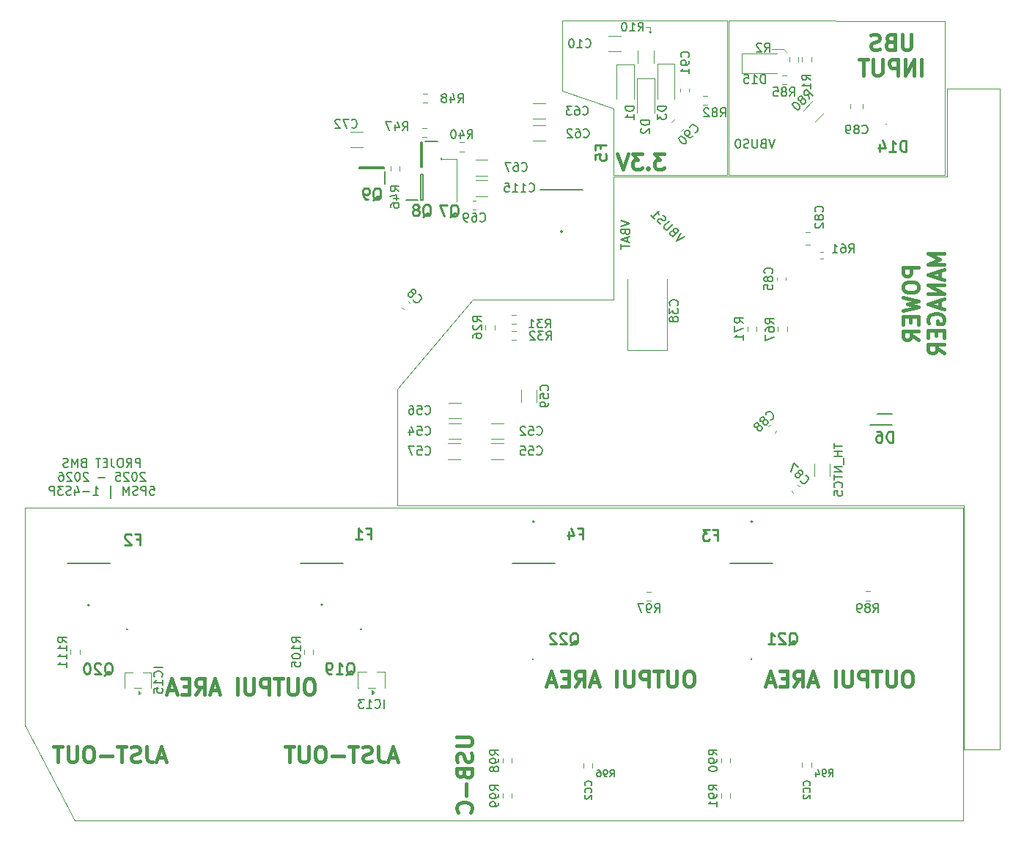
<source format=gbr>
%TF.GenerationSoftware,KiCad,Pcbnew,9.0.6*%
%TF.CreationDate,2026-02-01T22:29:02+01:00*%
%TF.ProjectId,BMS,424d532e-6b69-4636-9164-5f7063625858,rev?*%
%TF.SameCoordinates,Original*%
%TF.FileFunction,Legend,Bot*%
%TF.FilePolarity,Positive*%
%FSLAX46Y46*%
G04 Gerber Fmt 4.6, Leading zero omitted, Abs format (unit mm)*
G04 Created by KiCad (PCBNEW 9.0.6) date 2026-02-01 22:29:02*
%MOMM*%
%LPD*%
G01*
G04 APERTURE LIST*
%ADD10C,0.400000*%
%ADD11C,0.200000*%
%ADD12C,0.100000*%
%ADD13C,0.150000*%
%ADD14C,0.254000*%
%ADD15C,0.160000*%
%ADD16C,0.120000*%
G04 APERTURE END LIST*
D10*
X71158914Y-146564286D02*
X72616057Y-146564286D01*
X72616057Y-146564286D02*
X72787485Y-146650000D01*
X72787485Y-146650000D02*
X72873200Y-146735715D01*
X72873200Y-146735715D02*
X72958914Y-146907143D01*
X72958914Y-146907143D02*
X72958914Y-147250000D01*
X72958914Y-147250000D02*
X72873200Y-147421429D01*
X72873200Y-147421429D02*
X72787485Y-147507143D01*
X72787485Y-147507143D02*
X72616057Y-147592857D01*
X72616057Y-147592857D02*
X71158914Y-147592857D01*
X72873200Y-148364286D02*
X72958914Y-148621429D01*
X72958914Y-148621429D02*
X72958914Y-149050000D01*
X72958914Y-149050000D02*
X72873200Y-149221429D01*
X72873200Y-149221429D02*
X72787485Y-149307143D01*
X72787485Y-149307143D02*
X72616057Y-149392857D01*
X72616057Y-149392857D02*
X72444628Y-149392857D01*
X72444628Y-149392857D02*
X72273200Y-149307143D01*
X72273200Y-149307143D02*
X72187485Y-149221429D01*
X72187485Y-149221429D02*
X72101771Y-149050000D01*
X72101771Y-149050000D02*
X72016057Y-148707143D01*
X72016057Y-148707143D02*
X71930342Y-148535714D01*
X71930342Y-148535714D02*
X71844628Y-148450000D01*
X71844628Y-148450000D02*
X71673200Y-148364286D01*
X71673200Y-148364286D02*
X71501771Y-148364286D01*
X71501771Y-148364286D02*
X71330342Y-148450000D01*
X71330342Y-148450000D02*
X71244628Y-148535714D01*
X71244628Y-148535714D02*
X71158914Y-148707143D01*
X71158914Y-148707143D02*
X71158914Y-149135714D01*
X71158914Y-149135714D02*
X71244628Y-149392857D01*
X72016057Y-150764286D02*
X72101771Y-151021429D01*
X72101771Y-151021429D02*
X72187485Y-151107143D01*
X72187485Y-151107143D02*
X72358914Y-151192857D01*
X72358914Y-151192857D02*
X72616057Y-151192857D01*
X72616057Y-151192857D02*
X72787485Y-151107143D01*
X72787485Y-151107143D02*
X72873200Y-151021429D01*
X72873200Y-151021429D02*
X72958914Y-150850000D01*
X72958914Y-150850000D02*
X72958914Y-150164286D01*
X72958914Y-150164286D02*
X71158914Y-150164286D01*
X71158914Y-150164286D02*
X71158914Y-150764286D01*
X71158914Y-150764286D02*
X71244628Y-150935715D01*
X71244628Y-150935715D02*
X71330342Y-151021429D01*
X71330342Y-151021429D02*
X71501771Y-151107143D01*
X71501771Y-151107143D02*
X71673200Y-151107143D01*
X71673200Y-151107143D02*
X71844628Y-151021429D01*
X71844628Y-151021429D02*
X71930342Y-150935715D01*
X71930342Y-150935715D02*
X72016057Y-150764286D01*
X72016057Y-150764286D02*
X72016057Y-150164286D01*
X72273200Y-151964286D02*
X72273200Y-153335715D01*
X72787485Y-155221428D02*
X72873200Y-155135714D01*
X72873200Y-155135714D02*
X72958914Y-154878571D01*
X72958914Y-154878571D02*
X72958914Y-154707143D01*
X72958914Y-154707143D02*
X72873200Y-154450000D01*
X72873200Y-154450000D02*
X72701771Y-154278571D01*
X72701771Y-154278571D02*
X72530342Y-154192857D01*
X72530342Y-154192857D02*
X72187485Y-154107143D01*
X72187485Y-154107143D02*
X71930342Y-154107143D01*
X71930342Y-154107143D02*
X71587485Y-154192857D01*
X71587485Y-154192857D02*
X71416057Y-154278571D01*
X71416057Y-154278571D02*
X71244628Y-154450000D01*
X71244628Y-154450000D02*
X71158914Y-154707143D01*
X71158914Y-154707143D02*
X71158914Y-154878571D01*
X71158914Y-154878571D02*
X71244628Y-155135714D01*
X71244628Y-155135714D02*
X71330342Y-155221428D01*
X123414285Y-138908914D02*
X123071428Y-138908914D01*
X123071428Y-138908914D02*
X122899999Y-138994628D01*
X122899999Y-138994628D02*
X122728571Y-139166057D01*
X122728571Y-139166057D02*
X122642856Y-139508914D01*
X122642856Y-139508914D02*
X122642856Y-140108914D01*
X122642856Y-140108914D02*
X122728571Y-140451771D01*
X122728571Y-140451771D02*
X122899999Y-140623200D01*
X122899999Y-140623200D02*
X123071428Y-140708914D01*
X123071428Y-140708914D02*
X123414285Y-140708914D01*
X123414285Y-140708914D02*
X123585714Y-140623200D01*
X123585714Y-140623200D02*
X123757142Y-140451771D01*
X123757142Y-140451771D02*
X123842856Y-140108914D01*
X123842856Y-140108914D02*
X123842856Y-139508914D01*
X123842856Y-139508914D02*
X123757142Y-139166057D01*
X123757142Y-139166057D02*
X123585714Y-138994628D01*
X123585714Y-138994628D02*
X123414285Y-138908914D01*
X121871428Y-138908914D02*
X121871428Y-140366057D01*
X121871428Y-140366057D02*
X121785714Y-140537485D01*
X121785714Y-140537485D02*
X121700000Y-140623200D01*
X121700000Y-140623200D02*
X121528571Y-140708914D01*
X121528571Y-140708914D02*
X121185714Y-140708914D01*
X121185714Y-140708914D02*
X121014285Y-140623200D01*
X121014285Y-140623200D02*
X120928571Y-140537485D01*
X120928571Y-140537485D02*
X120842857Y-140366057D01*
X120842857Y-140366057D02*
X120842857Y-138908914D01*
X120242857Y-138908914D02*
X119214286Y-138908914D01*
X119728571Y-140708914D02*
X119728571Y-138908914D01*
X118614285Y-140708914D02*
X118614285Y-138908914D01*
X118614285Y-138908914D02*
X117928571Y-138908914D01*
X117928571Y-138908914D02*
X117757142Y-138994628D01*
X117757142Y-138994628D02*
X117671428Y-139080342D01*
X117671428Y-139080342D02*
X117585714Y-139251771D01*
X117585714Y-139251771D02*
X117585714Y-139508914D01*
X117585714Y-139508914D02*
X117671428Y-139680342D01*
X117671428Y-139680342D02*
X117757142Y-139766057D01*
X117757142Y-139766057D02*
X117928571Y-139851771D01*
X117928571Y-139851771D02*
X118614285Y-139851771D01*
X116814285Y-138908914D02*
X116814285Y-140366057D01*
X116814285Y-140366057D02*
X116728571Y-140537485D01*
X116728571Y-140537485D02*
X116642857Y-140623200D01*
X116642857Y-140623200D02*
X116471428Y-140708914D01*
X116471428Y-140708914D02*
X116128571Y-140708914D01*
X116128571Y-140708914D02*
X115957142Y-140623200D01*
X115957142Y-140623200D02*
X115871428Y-140537485D01*
X115871428Y-140537485D02*
X115785714Y-140366057D01*
X115785714Y-140366057D02*
X115785714Y-138908914D01*
X114928571Y-140708914D02*
X114928571Y-138908914D01*
X112785713Y-140194628D02*
X111928571Y-140194628D01*
X112957142Y-140708914D02*
X112357142Y-138908914D01*
X112357142Y-138908914D02*
X111757142Y-140708914D01*
X110128571Y-140708914D02*
X110728571Y-139851771D01*
X111157142Y-140708914D02*
X111157142Y-138908914D01*
X111157142Y-138908914D02*
X110471428Y-138908914D01*
X110471428Y-138908914D02*
X110299999Y-138994628D01*
X110299999Y-138994628D02*
X110214285Y-139080342D01*
X110214285Y-139080342D02*
X110128571Y-139251771D01*
X110128571Y-139251771D02*
X110128571Y-139508914D01*
X110128571Y-139508914D02*
X110214285Y-139680342D01*
X110214285Y-139680342D02*
X110299999Y-139766057D01*
X110299999Y-139766057D02*
X110471428Y-139851771D01*
X110471428Y-139851771D02*
X111157142Y-139851771D01*
X109357142Y-139766057D02*
X108757142Y-139766057D01*
X108499999Y-140708914D02*
X109357142Y-140708914D01*
X109357142Y-140708914D02*
X109357142Y-138908914D01*
X109357142Y-138908914D02*
X108499999Y-138908914D01*
X107814285Y-140194628D02*
X106957143Y-140194628D01*
X107985714Y-140708914D02*
X107385714Y-138908914D01*
X107385714Y-138908914D02*
X106785714Y-140708914D01*
X54314285Y-139808914D02*
X53971428Y-139808914D01*
X53971428Y-139808914D02*
X53799999Y-139894628D01*
X53799999Y-139894628D02*
X53628571Y-140066057D01*
X53628571Y-140066057D02*
X53542856Y-140408914D01*
X53542856Y-140408914D02*
X53542856Y-141008914D01*
X53542856Y-141008914D02*
X53628571Y-141351771D01*
X53628571Y-141351771D02*
X53799999Y-141523200D01*
X53799999Y-141523200D02*
X53971428Y-141608914D01*
X53971428Y-141608914D02*
X54314285Y-141608914D01*
X54314285Y-141608914D02*
X54485714Y-141523200D01*
X54485714Y-141523200D02*
X54657142Y-141351771D01*
X54657142Y-141351771D02*
X54742856Y-141008914D01*
X54742856Y-141008914D02*
X54742856Y-140408914D01*
X54742856Y-140408914D02*
X54657142Y-140066057D01*
X54657142Y-140066057D02*
X54485714Y-139894628D01*
X54485714Y-139894628D02*
X54314285Y-139808914D01*
X52771428Y-139808914D02*
X52771428Y-141266057D01*
X52771428Y-141266057D02*
X52685714Y-141437485D01*
X52685714Y-141437485D02*
X52600000Y-141523200D01*
X52600000Y-141523200D02*
X52428571Y-141608914D01*
X52428571Y-141608914D02*
X52085714Y-141608914D01*
X52085714Y-141608914D02*
X51914285Y-141523200D01*
X51914285Y-141523200D02*
X51828571Y-141437485D01*
X51828571Y-141437485D02*
X51742857Y-141266057D01*
X51742857Y-141266057D02*
X51742857Y-139808914D01*
X51142857Y-139808914D02*
X50114286Y-139808914D01*
X50628571Y-141608914D02*
X50628571Y-139808914D01*
X49514285Y-141608914D02*
X49514285Y-139808914D01*
X49514285Y-139808914D02*
X48828571Y-139808914D01*
X48828571Y-139808914D02*
X48657142Y-139894628D01*
X48657142Y-139894628D02*
X48571428Y-139980342D01*
X48571428Y-139980342D02*
X48485714Y-140151771D01*
X48485714Y-140151771D02*
X48485714Y-140408914D01*
X48485714Y-140408914D02*
X48571428Y-140580342D01*
X48571428Y-140580342D02*
X48657142Y-140666057D01*
X48657142Y-140666057D02*
X48828571Y-140751771D01*
X48828571Y-140751771D02*
X49514285Y-140751771D01*
X47714285Y-139808914D02*
X47714285Y-141266057D01*
X47714285Y-141266057D02*
X47628571Y-141437485D01*
X47628571Y-141437485D02*
X47542857Y-141523200D01*
X47542857Y-141523200D02*
X47371428Y-141608914D01*
X47371428Y-141608914D02*
X47028571Y-141608914D01*
X47028571Y-141608914D02*
X46857142Y-141523200D01*
X46857142Y-141523200D02*
X46771428Y-141437485D01*
X46771428Y-141437485D02*
X46685714Y-141266057D01*
X46685714Y-141266057D02*
X46685714Y-139808914D01*
X45828571Y-141608914D02*
X45828571Y-139808914D01*
X43685713Y-141094628D02*
X42828571Y-141094628D01*
X43857142Y-141608914D02*
X43257142Y-139808914D01*
X43257142Y-139808914D02*
X42657142Y-141608914D01*
X41028571Y-141608914D02*
X41628571Y-140751771D01*
X42057142Y-141608914D02*
X42057142Y-139808914D01*
X42057142Y-139808914D02*
X41371428Y-139808914D01*
X41371428Y-139808914D02*
X41199999Y-139894628D01*
X41199999Y-139894628D02*
X41114285Y-139980342D01*
X41114285Y-139980342D02*
X41028571Y-140151771D01*
X41028571Y-140151771D02*
X41028571Y-140408914D01*
X41028571Y-140408914D02*
X41114285Y-140580342D01*
X41114285Y-140580342D02*
X41199999Y-140666057D01*
X41199999Y-140666057D02*
X41371428Y-140751771D01*
X41371428Y-140751771D02*
X42057142Y-140751771D01*
X40257142Y-140666057D02*
X39657142Y-140666057D01*
X39399999Y-141608914D02*
X40257142Y-141608914D01*
X40257142Y-141608914D02*
X40257142Y-139808914D01*
X40257142Y-139808914D02*
X39399999Y-139808914D01*
X38714285Y-141094628D02*
X37857143Y-141094628D01*
X38885714Y-141608914D02*
X38285714Y-139808914D01*
X38285714Y-139808914D02*
X37685714Y-141608914D01*
X123671428Y-65361015D02*
X123671428Y-66818158D01*
X123671428Y-66818158D02*
X123585714Y-66989586D01*
X123585714Y-66989586D02*
X123500000Y-67075301D01*
X123500000Y-67075301D02*
X123328571Y-67161015D01*
X123328571Y-67161015D02*
X122985714Y-67161015D01*
X122985714Y-67161015D02*
X122814285Y-67075301D01*
X122814285Y-67075301D02*
X122728571Y-66989586D01*
X122728571Y-66989586D02*
X122642857Y-66818158D01*
X122642857Y-66818158D02*
X122642857Y-65361015D01*
X121185714Y-66218158D02*
X120928571Y-66303872D01*
X120928571Y-66303872D02*
X120842857Y-66389586D01*
X120842857Y-66389586D02*
X120757143Y-66561015D01*
X120757143Y-66561015D02*
X120757143Y-66818158D01*
X120757143Y-66818158D02*
X120842857Y-66989586D01*
X120842857Y-66989586D02*
X120928571Y-67075301D01*
X120928571Y-67075301D02*
X121100000Y-67161015D01*
X121100000Y-67161015D02*
X121785714Y-67161015D01*
X121785714Y-67161015D02*
X121785714Y-65361015D01*
X121785714Y-65361015D02*
X121185714Y-65361015D01*
X121185714Y-65361015D02*
X121014286Y-65446729D01*
X121014286Y-65446729D02*
X120928571Y-65532443D01*
X120928571Y-65532443D02*
X120842857Y-65703872D01*
X120842857Y-65703872D02*
X120842857Y-65875301D01*
X120842857Y-65875301D02*
X120928571Y-66046729D01*
X120928571Y-66046729D02*
X121014286Y-66132443D01*
X121014286Y-66132443D02*
X121185714Y-66218158D01*
X121185714Y-66218158D02*
X121785714Y-66218158D01*
X120071428Y-67075301D02*
X119814286Y-67161015D01*
X119814286Y-67161015D02*
X119385714Y-67161015D01*
X119385714Y-67161015D02*
X119214286Y-67075301D01*
X119214286Y-67075301D02*
X119128571Y-66989586D01*
X119128571Y-66989586D02*
X119042857Y-66818158D01*
X119042857Y-66818158D02*
X119042857Y-66646729D01*
X119042857Y-66646729D02*
X119128571Y-66475301D01*
X119128571Y-66475301D02*
X119214286Y-66389586D01*
X119214286Y-66389586D02*
X119385714Y-66303872D01*
X119385714Y-66303872D02*
X119728571Y-66218158D01*
X119728571Y-66218158D02*
X119900000Y-66132443D01*
X119900000Y-66132443D02*
X119985714Y-66046729D01*
X119985714Y-66046729D02*
X120071428Y-65875301D01*
X120071428Y-65875301D02*
X120071428Y-65703872D01*
X120071428Y-65703872D02*
X119985714Y-65532443D01*
X119985714Y-65532443D02*
X119900000Y-65446729D01*
X119900000Y-65446729D02*
X119728571Y-65361015D01*
X119728571Y-65361015D02*
X119300000Y-65361015D01*
X119300000Y-65361015D02*
X119042857Y-65446729D01*
X124871428Y-70058914D02*
X124871428Y-68258914D01*
X124014285Y-70058914D02*
X124014285Y-68258914D01*
X124014285Y-68258914D02*
X122985714Y-70058914D01*
X122985714Y-70058914D02*
X122985714Y-68258914D01*
X122128571Y-70058914D02*
X122128571Y-68258914D01*
X122128571Y-68258914D02*
X121442857Y-68258914D01*
X121442857Y-68258914D02*
X121271428Y-68344628D01*
X121271428Y-68344628D02*
X121185714Y-68430342D01*
X121185714Y-68430342D02*
X121100000Y-68601771D01*
X121100000Y-68601771D02*
X121100000Y-68858914D01*
X121100000Y-68858914D02*
X121185714Y-69030342D01*
X121185714Y-69030342D02*
X121271428Y-69116057D01*
X121271428Y-69116057D02*
X121442857Y-69201771D01*
X121442857Y-69201771D02*
X122128571Y-69201771D01*
X120328571Y-68258914D02*
X120328571Y-69716057D01*
X120328571Y-69716057D02*
X120242857Y-69887485D01*
X120242857Y-69887485D02*
X120157143Y-69973200D01*
X120157143Y-69973200D02*
X119985714Y-70058914D01*
X119985714Y-70058914D02*
X119642857Y-70058914D01*
X119642857Y-70058914D02*
X119471428Y-69973200D01*
X119471428Y-69973200D02*
X119385714Y-69887485D01*
X119385714Y-69887485D02*
X119300000Y-69716057D01*
X119300000Y-69716057D02*
X119300000Y-68258914D01*
X118700000Y-68258914D02*
X117671429Y-68258914D01*
X118185714Y-70058914D02*
X118185714Y-68258914D01*
X37492856Y-148944628D02*
X36635714Y-148944628D01*
X37664285Y-149458914D02*
X37064285Y-147658914D01*
X37064285Y-147658914D02*
X36464285Y-149458914D01*
X35349999Y-147658914D02*
X35349999Y-148944628D01*
X35349999Y-148944628D02*
X35435714Y-149201771D01*
X35435714Y-149201771D02*
X35607142Y-149373200D01*
X35607142Y-149373200D02*
X35864285Y-149458914D01*
X35864285Y-149458914D02*
X36035714Y-149458914D01*
X34578570Y-149373200D02*
X34321428Y-149458914D01*
X34321428Y-149458914D02*
X33892856Y-149458914D01*
X33892856Y-149458914D02*
X33721428Y-149373200D01*
X33721428Y-149373200D02*
X33635713Y-149287485D01*
X33635713Y-149287485D02*
X33549999Y-149116057D01*
X33549999Y-149116057D02*
X33549999Y-148944628D01*
X33549999Y-148944628D02*
X33635713Y-148773200D01*
X33635713Y-148773200D02*
X33721428Y-148687485D01*
X33721428Y-148687485D02*
X33892856Y-148601771D01*
X33892856Y-148601771D02*
X34235713Y-148516057D01*
X34235713Y-148516057D02*
X34407142Y-148430342D01*
X34407142Y-148430342D02*
X34492856Y-148344628D01*
X34492856Y-148344628D02*
X34578570Y-148173200D01*
X34578570Y-148173200D02*
X34578570Y-148001771D01*
X34578570Y-148001771D02*
X34492856Y-147830342D01*
X34492856Y-147830342D02*
X34407142Y-147744628D01*
X34407142Y-147744628D02*
X34235713Y-147658914D01*
X34235713Y-147658914D02*
X33807142Y-147658914D01*
X33807142Y-147658914D02*
X33549999Y-147744628D01*
X33035713Y-147658914D02*
X32007142Y-147658914D01*
X32521427Y-149458914D02*
X32521427Y-147658914D01*
X31407141Y-148773200D02*
X30035713Y-148773200D01*
X28835713Y-147658914D02*
X28492856Y-147658914D01*
X28492856Y-147658914D02*
X28321427Y-147744628D01*
X28321427Y-147744628D02*
X28149999Y-147916057D01*
X28149999Y-147916057D02*
X28064284Y-148258914D01*
X28064284Y-148258914D02*
X28064284Y-148858914D01*
X28064284Y-148858914D02*
X28149999Y-149201771D01*
X28149999Y-149201771D02*
X28321427Y-149373200D01*
X28321427Y-149373200D02*
X28492856Y-149458914D01*
X28492856Y-149458914D02*
X28835713Y-149458914D01*
X28835713Y-149458914D02*
X29007142Y-149373200D01*
X29007142Y-149373200D02*
X29178570Y-149201771D01*
X29178570Y-149201771D02*
X29264284Y-148858914D01*
X29264284Y-148858914D02*
X29264284Y-148258914D01*
X29264284Y-148258914D02*
X29178570Y-147916057D01*
X29178570Y-147916057D02*
X29007142Y-147744628D01*
X29007142Y-147744628D02*
X28835713Y-147658914D01*
X27292856Y-147658914D02*
X27292856Y-149116057D01*
X27292856Y-149116057D02*
X27207142Y-149287485D01*
X27207142Y-149287485D02*
X27121428Y-149373200D01*
X27121428Y-149373200D02*
X26949999Y-149458914D01*
X26949999Y-149458914D02*
X26607142Y-149458914D01*
X26607142Y-149458914D02*
X26435713Y-149373200D01*
X26435713Y-149373200D02*
X26349999Y-149287485D01*
X26349999Y-149287485D02*
X26264285Y-149116057D01*
X26264285Y-149116057D02*
X26264285Y-147658914D01*
X25664285Y-147658914D02*
X24635714Y-147658914D01*
X25149999Y-149458914D02*
X25149999Y-147658914D01*
D11*
X97534077Y-88732082D02*
X96591268Y-89203487D01*
X96591268Y-89203487D02*
X97062672Y-88260678D01*
X96254550Y-88125991D02*
X96119863Y-88058647D01*
X96119863Y-88058647D02*
X96052519Y-88058647D01*
X96052519Y-88058647D02*
X95951504Y-88092319D01*
X95951504Y-88092319D02*
X95850489Y-88193334D01*
X95850489Y-88193334D02*
X95816817Y-88294350D01*
X95816817Y-88294350D02*
X95816817Y-88361693D01*
X95816817Y-88361693D02*
X95850489Y-88462708D01*
X95850489Y-88462708D02*
X96119863Y-88732082D01*
X96119863Y-88732082D02*
X96826970Y-88024976D01*
X96826970Y-88024976D02*
X96591267Y-87789273D01*
X96591267Y-87789273D02*
X96490252Y-87755602D01*
X96490252Y-87755602D02*
X96422909Y-87755602D01*
X96422909Y-87755602D02*
X96321893Y-87789273D01*
X96321893Y-87789273D02*
X96254550Y-87856617D01*
X96254550Y-87856617D02*
X96220878Y-87957632D01*
X96220878Y-87957632D02*
X96220878Y-88024976D01*
X96220878Y-88024976D02*
X96254550Y-88125991D01*
X96254550Y-88125991D02*
X96490252Y-88361693D01*
X96119863Y-87317869D02*
X95547443Y-87890289D01*
X95547443Y-87890289D02*
X95446428Y-87923960D01*
X95446428Y-87923960D02*
X95379084Y-87923960D01*
X95379084Y-87923960D02*
X95278069Y-87890289D01*
X95278069Y-87890289D02*
X95143382Y-87755602D01*
X95143382Y-87755602D02*
X95109710Y-87654586D01*
X95109710Y-87654586D02*
X95109710Y-87587243D01*
X95109710Y-87587243D02*
X95143382Y-87486228D01*
X95143382Y-87486228D02*
X95715802Y-86913808D01*
X94739321Y-87284197D02*
X94604634Y-87216854D01*
X94604634Y-87216854D02*
X94436275Y-87048495D01*
X94436275Y-87048495D02*
X94402604Y-86947480D01*
X94402604Y-86947480D02*
X94402604Y-86880136D01*
X94402604Y-86880136D02*
X94436275Y-86779121D01*
X94436275Y-86779121D02*
X94503619Y-86711777D01*
X94503619Y-86711777D02*
X94604634Y-86678106D01*
X94604634Y-86678106D02*
X94671978Y-86678106D01*
X94671978Y-86678106D02*
X94772993Y-86711777D01*
X94772993Y-86711777D02*
X94941352Y-86812793D01*
X94941352Y-86812793D02*
X95042367Y-86846464D01*
X95042367Y-86846464D02*
X95109710Y-86846464D01*
X95109710Y-86846464D02*
X95210726Y-86812793D01*
X95210726Y-86812793D02*
X95278069Y-86745449D01*
X95278069Y-86745449D02*
X95311741Y-86644434D01*
X95311741Y-86644434D02*
X95311741Y-86577090D01*
X95311741Y-86577090D02*
X95278069Y-86476075D01*
X95278069Y-86476075D02*
X95109710Y-86307716D01*
X95109710Y-86307716D02*
X94975023Y-86240373D01*
X93628153Y-86240373D02*
X94032214Y-86644434D01*
X93830184Y-86442403D02*
X94537291Y-85735296D01*
X94537291Y-85735296D02*
X94503619Y-85903655D01*
X94503619Y-85903655D02*
X94503619Y-86038342D01*
X94503619Y-86038342D02*
X94537291Y-86139357D01*
X107909523Y-77467219D02*
X107576190Y-78467219D01*
X107576190Y-78467219D02*
X107242857Y-77467219D01*
X106576190Y-77943409D02*
X106433333Y-77991028D01*
X106433333Y-77991028D02*
X106385714Y-78038647D01*
X106385714Y-78038647D02*
X106338095Y-78133885D01*
X106338095Y-78133885D02*
X106338095Y-78276742D01*
X106338095Y-78276742D02*
X106385714Y-78371980D01*
X106385714Y-78371980D02*
X106433333Y-78419600D01*
X106433333Y-78419600D02*
X106528571Y-78467219D01*
X106528571Y-78467219D02*
X106909523Y-78467219D01*
X106909523Y-78467219D02*
X106909523Y-77467219D01*
X106909523Y-77467219D02*
X106576190Y-77467219D01*
X106576190Y-77467219D02*
X106480952Y-77514838D01*
X106480952Y-77514838D02*
X106433333Y-77562457D01*
X106433333Y-77562457D02*
X106385714Y-77657695D01*
X106385714Y-77657695D02*
X106385714Y-77752933D01*
X106385714Y-77752933D02*
X106433333Y-77848171D01*
X106433333Y-77848171D02*
X106480952Y-77895790D01*
X106480952Y-77895790D02*
X106576190Y-77943409D01*
X106576190Y-77943409D02*
X106909523Y-77943409D01*
X105909523Y-77467219D02*
X105909523Y-78276742D01*
X105909523Y-78276742D02*
X105861904Y-78371980D01*
X105861904Y-78371980D02*
X105814285Y-78419600D01*
X105814285Y-78419600D02*
X105719047Y-78467219D01*
X105719047Y-78467219D02*
X105528571Y-78467219D01*
X105528571Y-78467219D02*
X105433333Y-78419600D01*
X105433333Y-78419600D02*
X105385714Y-78371980D01*
X105385714Y-78371980D02*
X105338095Y-78276742D01*
X105338095Y-78276742D02*
X105338095Y-77467219D01*
X104909523Y-78419600D02*
X104766666Y-78467219D01*
X104766666Y-78467219D02*
X104528571Y-78467219D01*
X104528571Y-78467219D02*
X104433333Y-78419600D01*
X104433333Y-78419600D02*
X104385714Y-78371980D01*
X104385714Y-78371980D02*
X104338095Y-78276742D01*
X104338095Y-78276742D02*
X104338095Y-78181504D01*
X104338095Y-78181504D02*
X104385714Y-78086266D01*
X104385714Y-78086266D02*
X104433333Y-78038647D01*
X104433333Y-78038647D02*
X104528571Y-77991028D01*
X104528571Y-77991028D02*
X104719047Y-77943409D01*
X104719047Y-77943409D02*
X104814285Y-77895790D01*
X104814285Y-77895790D02*
X104861904Y-77848171D01*
X104861904Y-77848171D02*
X104909523Y-77752933D01*
X104909523Y-77752933D02*
X104909523Y-77657695D01*
X104909523Y-77657695D02*
X104861904Y-77562457D01*
X104861904Y-77562457D02*
X104814285Y-77514838D01*
X104814285Y-77514838D02*
X104719047Y-77467219D01*
X104719047Y-77467219D02*
X104480952Y-77467219D01*
X104480952Y-77467219D02*
X104338095Y-77514838D01*
X103719047Y-77467219D02*
X103623809Y-77467219D01*
X103623809Y-77467219D02*
X103528571Y-77514838D01*
X103528571Y-77514838D02*
X103480952Y-77562457D01*
X103480952Y-77562457D02*
X103433333Y-77657695D01*
X103433333Y-77657695D02*
X103385714Y-77848171D01*
X103385714Y-77848171D02*
X103385714Y-78086266D01*
X103385714Y-78086266D02*
X103433333Y-78276742D01*
X103433333Y-78276742D02*
X103480952Y-78371980D01*
X103480952Y-78371980D02*
X103528571Y-78419600D01*
X103528571Y-78419600D02*
X103623809Y-78467219D01*
X103623809Y-78467219D02*
X103719047Y-78467219D01*
X103719047Y-78467219D02*
X103814285Y-78419600D01*
X103814285Y-78419600D02*
X103861904Y-78371980D01*
X103861904Y-78371980D02*
X103909523Y-78276742D01*
X103909523Y-78276742D02*
X103957142Y-78086266D01*
X103957142Y-78086266D02*
X103957142Y-77848171D01*
X103957142Y-77848171D02*
X103909523Y-77657695D01*
X103909523Y-77657695D02*
X103861904Y-77562457D01*
X103861904Y-77562457D02*
X103814285Y-77514838D01*
X103814285Y-77514838D02*
X103719047Y-77467219D01*
D10*
X95157143Y-79158914D02*
X94042857Y-79158914D01*
X94042857Y-79158914D02*
X94642857Y-79844628D01*
X94642857Y-79844628D02*
X94385714Y-79844628D01*
X94385714Y-79844628D02*
X94214286Y-79930342D01*
X94214286Y-79930342D02*
X94128571Y-80016057D01*
X94128571Y-80016057D02*
X94042857Y-80187485D01*
X94042857Y-80187485D02*
X94042857Y-80616057D01*
X94042857Y-80616057D02*
X94128571Y-80787485D01*
X94128571Y-80787485D02*
X94214286Y-80873200D01*
X94214286Y-80873200D02*
X94385714Y-80958914D01*
X94385714Y-80958914D02*
X94900000Y-80958914D01*
X94900000Y-80958914D02*
X95071428Y-80873200D01*
X95071428Y-80873200D02*
X95157143Y-80787485D01*
X93271428Y-80787485D02*
X93185714Y-80873200D01*
X93185714Y-80873200D02*
X93271428Y-80958914D01*
X93271428Y-80958914D02*
X93357142Y-80873200D01*
X93357142Y-80873200D02*
X93271428Y-80787485D01*
X93271428Y-80787485D02*
X93271428Y-80958914D01*
X92585714Y-79158914D02*
X91471428Y-79158914D01*
X91471428Y-79158914D02*
X92071428Y-79844628D01*
X92071428Y-79844628D02*
X91814285Y-79844628D01*
X91814285Y-79844628D02*
X91642857Y-79930342D01*
X91642857Y-79930342D02*
X91557142Y-80016057D01*
X91557142Y-80016057D02*
X91471428Y-80187485D01*
X91471428Y-80187485D02*
X91471428Y-80616057D01*
X91471428Y-80616057D02*
X91557142Y-80787485D01*
X91557142Y-80787485D02*
X91642857Y-80873200D01*
X91642857Y-80873200D02*
X91814285Y-80958914D01*
X91814285Y-80958914D02*
X92328571Y-80958914D01*
X92328571Y-80958914D02*
X92499999Y-80873200D01*
X92499999Y-80873200D02*
X92585714Y-80787485D01*
X90957142Y-79158914D02*
X90357142Y-80958914D01*
X90357142Y-80958914D02*
X89757142Y-79158914D01*
D11*
X34628571Y-115347331D02*
X34628571Y-114347331D01*
X34628571Y-114347331D02*
X34247619Y-114347331D01*
X34247619Y-114347331D02*
X34152381Y-114394950D01*
X34152381Y-114394950D02*
X34104762Y-114442569D01*
X34104762Y-114442569D02*
X34057143Y-114537807D01*
X34057143Y-114537807D02*
X34057143Y-114680664D01*
X34057143Y-114680664D02*
X34104762Y-114775902D01*
X34104762Y-114775902D02*
X34152381Y-114823521D01*
X34152381Y-114823521D02*
X34247619Y-114871140D01*
X34247619Y-114871140D02*
X34628571Y-114871140D01*
X33057143Y-115347331D02*
X33390476Y-114871140D01*
X33628571Y-115347331D02*
X33628571Y-114347331D01*
X33628571Y-114347331D02*
X33247619Y-114347331D01*
X33247619Y-114347331D02*
X33152381Y-114394950D01*
X33152381Y-114394950D02*
X33104762Y-114442569D01*
X33104762Y-114442569D02*
X33057143Y-114537807D01*
X33057143Y-114537807D02*
X33057143Y-114680664D01*
X33057143Y-114680664D02*
X33104762Y-114775902D01*
X33104762Y-114775902D02*
X33152381Y-114823521D01*
X33152381Y-114823521D02*
X33247619Y-114871140D01*
X33247619Y-114871140D02*
X33628571Y-114871140D01*
X32438095Y-114347331D02*
X32247619Y-114347331D01*
X32247619Y-114347331D02*
X32152381Y-114394950D01*
X32152381Y-114394950D02*
X32057143Y-114490188D01*
X32057143Y-114490188D02*
X32009524Y-114680664D01*
X32009524Y-114680664D02*
X32009524Y-115013997D01*
X32009524Y-115013997D02*
X32057143Y-115204473D01*
X32057143Y-115204473D02*
X32152381Y-115299712D01*
X32152381Y-115299712D02*
X32247619Y-115347331D01*
X32247619Y-115347331D02*
X32438095Y-115347331D01*
X32438095Y-115347331D02*
X32533333Y-115299712D01*
X32533333Y-115299712D02*
X32628571Y-115204473D01*
X32628571Y-115204473D02*
X32676190Y-115013997D01*
X32676190Y-115013997D02*
X32676190Y-114680664D01*
X32676190Y-114680664D02*
X32628571Y-114490188D01*
X32628571Y-114490188D02*
X32533333Y-114394950D01*
X32533333Y-114394950D02*
X32438095Y-114347331D01*
X31295238Y-114347331D02*
X31295238Y-115061616D01*
X31295238Y-115061616D02*
X31342857Y-115204473D01*
X31342857Y-115204473D02*
X31438095Y-115299712D01*
X31438095Y-115299712D02*
X31580952Y-115347331D01*
X31580952Y-115347331D02*
X31676190Y-115347331D01*
X30819047Y-114823521D02*
X30485714Y-114823521D01*
X30342857Y-115347331D02*
X30819047Y-115347331D01*
X30819047Y-115347331D02*
X30819047Y-114347331D01*
X30819047Y-114347331D02*
X30342857Y-114347331D01*
X30057142Y-114347331D02*
X29485714Y-114347331D01*
X29771428Y-115347331D02*
X29771428Y-114347331D01*
X28057142Y-114823521D02*
X27914285Y-114871140D01*
X27914285Y-114871140D02*
X27866666Y-114918759D01*
X27866666Y-114918759D02*
X27819047Y-115013997D01*
X27819047Y-115013997D02*
X27819047Y-115156854D01*
X27819047Y-115156854D02*
X27866666Y-115252092D01*
X27866666Y-115252092D02*
X27914285Y-115299712D01*
X27914285Y-115299712D02*
X28009523Y-115347331D01*
X28009523Y-115347331D02*
X28390475Y-115347331D01*
X28390475Y-115347331D02*
X28390475Y-114347331D01*
X28390475Y-114347331D02*
X28057142Y-114347331D01*
X28057142Y-114347331D02*
X27961904Y-114394950D01*
X27961904Y-114394950D02*
X27914285Y-114442569D01*
X27914285Y-114442569D02*
X27866666Y-114537807D01*
X27866666Y-114537807D02*
X27866666Y-114633045D01*
X27866666Y-114633045D02*
X27914285Y-114728283D01*
X27914285Y-114728283D02*
X27961904Y-114775902D01*
X27961904Y-114775902D02*
X28057142Y-114823521D01*
X28057142Y-114823521D02*
X28390475Y-114823521D01*
X27390475Y-115347331D02*
X27390475Y-114347331D01*
X27390475Y-114347331D02*
X27057142Y-115061616D01*
X27057142Y-115061616D02*
X26723809Y-114347331D01*
X26723809Y-114347331D02*
X26723809Y-115347331D01*
X26295237Y-115299712D02*
X26152380Y-115347331D01*
X26152380Y-115347331D02*
X25914285Y-115347331D01*
X25914285Y-115347331D02*
X25819047Y-115299712D01*
X25819047Y-115299712D02*
X25771428Y-115252092D01*
X25771428Y-115252092D02*
X25723809Y-115156854D01*
X25723809Y-115156854D02*
X25723809Y-115061616D01*
X25723809Y-115061616D02*
X25771428Y-114966378D01*
X25771428Y-114966378D02*
X25819047Y-114918759D01*
X25819047Y-114918759D02*
X25914285Y-114871140D01*
X25914285Y-114871140D02*
X26104761Y-114823521D01*
X26104761Y-114823521D02*
X26199999Y-114775902D01*
X26199999Y-114775902D02*
X26247618Y-114728283D01*
X26247618Y-114728283D02*
X26295237Y-114633045D01*
X26295237Y-114633045D02*
X26295237Y-114537807D01*
X26295237Y-114537807D02*
X26247618Y-114442569D01*
X26247618Y-114442569D02*
X26199999Y-114394950D01*
X26199999Y-114394950D02*
X26104761Y-114347331D01*
X26104761Y-114347331D02*
X25866666Y-114347331D01*
X25866666Y-114347331D02*
X25723809Y-114394950D01*
X35199999Y-116052513D02*
X35152380Y-116004894D01*
X35152380Y-116004894D02*
X35057142Y-115957275D01*
X35057142Y-115957275D02*
X34819047Y-115957275D01*
X34819047Y-115957275D02*
X34723809Y-116004894D01*
X34723809Y-116004894D02*
X34676190Y-116052513D01*
X34676190Y-116052513D02*
X34628571Y-116147751D01*
X34628571Y-116147751D02*
X34628571Y-116242989D01*
X34628571Y-116242989D02*
X34676190Y-116385846D01*
X34676190Y-116385846D02*
X35247618Y-116957275D01*
X35247618Y-116957275D02*
X34628571Y-116957275D01*
X34009523Y-115957275D02*
X33914285Y-115957275D01*
X33914285Y-115957275D02*
X33819047Y-116004894D01*
X33819047Y-116004894D02*
X33771428Y-116052513D01*
X33771428Y-116052513D02*
X33723809Y-116147751D01*
X33723809Y-116147751D02*
X33676190Y-116338227D01*
X33676190Y-116338227D02*
X33676190Y-116576322D01*
X33676190Y-116576322D02*
X33723809Y-116766798D01*
X33723809Y-116766798D02*
X33771428Y-116862036D01*
X33771428Y-116862036D02*
X33819047Y-116909656D01*
X33819047Y-116909656D02*
X33914285Y-116957275D01*
X33914285Y-116957275D02*
X34009523Y-116957275D01*
X34009523Y-116957275D02*
X34104761Y-116909656D01*
X34104761Y-116909656D02*
X34152380Y-116862036D01*
X34152380Y-116862036D02*
X34199999Y-116766798D01*
X34199999Y-116766798D02*
X34247618Y-116576322D01*
X34247618Y-116576322D02*
X34247618Y-116338227D01*
X34247618Y-116338227D02*
X34199999Y-116147751D01*
X34199999Y-116147751D02*
X34152380Y-116052513D01*
X34152380Y-116052513D02*
X34104761Y-116004894D01*
X34104761Y-116004894D02*
X34009523Y-115957275D01*
X33295237Y-116052513D02*
X33247618Y-116004894D01*
X33247618Y-116004894D02*
X33152380Y-115957275D01*
X33152380Y-115957275D02*
X32914285Y-115957275D01*
X32914285Y-115957275D02*
X32819047Y-116004894D01*
X32819047Y-116004894D02*
X32771428Y-116052513D01*
X32771428Y-116052513D02*
X32723809Y-116147751D01*
X32723809Y-116147751D02*
X32723809Y-116242989D01*
X32723809Y-116242989D02*
X32771428Y-116385846D01*
X32771428Y-116385846D02*
X33342856Y-116957275D01*
X33342856Y-116957275D02*
X32723809Y-116957275D01*
X31819047Y-115957275D02*
X32295237Y-115957275D01*
X32295237Y-115957275D02*
X32342856Y-116433465D01*
X32342856Y-116433465D02*
X32295237Y-116385846D01*
X32295237Y-116385846D02*
X32199999Y-116338227D01*
X32199999Y-116338227D02*
X31961904Y-116338227D01*
X31961904Y-116338227D02*
X31866666Y-116385846D01*
X31866666Y-116385846D02*
X31819047Y-116433465D01*
X31819047Y-116433465D02*
X31771428Y-116528703D01*
X31771428Y-116528703D02*
X31771428Y-116766798D01*
X31771428Y-116766798D02*
X31819047Y-116862036D01*
X31819047Y-116862036D02*
X31866666Y-116909656D01*
X31866666Y-116909656D02*
X31961904Y-116957275D01*
X31961904Y-116957275D02*
X32199999Y-116957275D01*
X32199999Y-116957275D02*
X32295237Y-116909656D01*
X32295237Y-116909656D02*
X32342856Y-116862036D01*
X30580951Y-116576322D02*
X29819047Y-116576322D01*
X28628570Y-116052513D02*
X28580951Y-116004894D01*
X28580951Y-116004894D02*
X28485713Y-115957275D01*
X28485713Y-115957275D02*
X28247618Y-115957275D01*
X28247618Y-115957275D02*
X28152380Y-116004894D01*
X28152380Y-116004894D02*
X28104761Y-116052513D01*
X28104761Y-116052513D02*
X28057142Y-116147751D01*
X28057142Y-116147751D02*
X28057142Y-116242989D01*
X28057142Y-116242989D02*
X28104761Y-116385846D01*
X28104761Y-116385846D02*
X28676189Y-116957275D01*
X28676189Y-116957275D02*
X28057142Y-116957275D01*
X27438094Y-115957275D02*
X27342856Y-115957275D01*
X27342856Y-115957275D02*
X27247618Y-116004894D01*
X27247618Y-116004894D02*
X27199999Y-116052513D01*
X27199999Y-116052513D02*
X27152380Y-116147751D01*
X27152380Y-116147751D02*
X27104761Y-116338227D01*
X27104761Y-116338227D02*
X27104761Y-116576322D01*
X27104761Y-116576322D02*
X27152380Y-116766798D01*
X27152380Y-116766798D02*
X27199999Y-116862036D01*
X27199999Y-116862036D02*
X27247618Y-116909656D01*
X27247618Y-116909656D02*
X27342856Y-116957275D01*
X27342856Y-116957275D02*
X27438094Y-116957275D01*
X27438094Y-116957275D02*
X27533332Y-116909656D01*
X27533332Y-116909656D02*
X27580951Y-116862036D01*
X27580951Y-116862036D02*
X27628570Y-116766798D01*
X27628570Y-116766798D02*
X27676189Y-116576322D01*
X27676189Y-116576322D02*
X27676189Y-116338227D01*
X27676189Y-116338227D02*
X27628570Y-116147751D01*
X27628570Y-116147751D02*
X27580951Y-116052513D01*
X27580951Y-116052513D02*
X27533332Y-116004894D01*
X27533332Y-116004894D02*
X27438094Y-115957275D01*
X26723808Y-116052513D02*
X26676189Y-116004894D01*
X26676189Y-116004894D02*
X26580951Y-115957275D01*
X26580951Y-115957275D02*
X26342856Y-115957275D01*
X26342856Y-115957275D02*
X26247618Y-116004894D01*
X26247618Y-116004894D02*
X26199999Y-116052513D01*
X26199999Y-116052513D02*
X26152380Y-116147751D01*
X26152380Y-116147751D02*
X26152380Y-116242989D01*
X26152380Y-116242989D02*
X26199999Y-116385846D01*
X26199999Y-116385846D02*
X26771427Y-116957275D01*
X26771427Y-116957275D02*
X26152380Y-116957275D01*
X25295237Y-115957275D02*
X25485713Y-115957275D01*
X25485713Y-115957275D02*
X25580951Y-116004894D01*
X25580951Y-116004894D02*
X25628570Y-116052513D01*
X25628570Y-116052513D02*
X25723808Y-116195370D01*
X25723808Y-116195370D02*
X25771427Y-116385846D01*
X25771427Y-116385846D02*
X25771427Y-116766798D01*
X25771427Y-116766798D02*
X25723808Y-116862036D01*
X25723808Y-116862036D02*
X25676189Y-116909656D01*
X25676189Y-116909656D02*
X25580951Y-116957275D01*
X25580951Y-116957275D02*
X25390475Y-116957275D01*
X25390475Y-116957275D02*
X25295237Y-116909656D01*
X25295237Y-116909656D02*
X25247618Y-116862036D01*
X25247618Y-116862036D02*
X25199999Y-116766798D01*
X25199999Y-116766798D02*
X25199999Y-116528703D01*
X25199999Y-116528703D02*
X25247618Y-116433465D01*
X25247618Y-116433465D02*
X25295237Y-116385846D01*
X25295237Y-116385846D02*
X25390475Y-116338227D01*
X25390475Y-116338227D02*
X25580951Y-116338227D01*
X25580951Y-116338227D02*
X25676189Y-116385846D01*
X25676189Y-116385846D02*
X25723808Y-116433465D01*
X25723808Y-116433465D02*
X25771427Y-116528703D01*
X35771428Y-117567219D02*
X36247618Y-117567219D01*
X36247618Y-117567219D02*
X36295237Y-118043409D01*
X36295237Y-118043409D02*
X36247618Y-117995790D01*
X36247618Y-117995790D02*
X36152380Y-117948171D01*
X36152380Y-117948171D02*
X35914285Y-117948171D01*
X35914285Y-117948171D02*
X35819047Y-117995790D01*
X35819047Y-117995790D02*
X35771428Y-118043409D01*
X35771428Y-118043409D02*
X35723809Y-118138647D01*
X35723809Y-118138647D02*
X35723809Y-118376742D01*
X35723809Y-118376742D02*
X35771428Y-118471980D01*
X35771428Y-118471980D02*
X35819047Y-118519600D01*
X35819047Y-118519600D02*
X35914285Y-118567219D01*
X35914285Y-118567219D02*
X36152380Y-118567219D01*
X36152380Y-118567219D02*
X36247618Y-118519600D01*
X36247618Y-118519600D02*
X36295237Y-118471980D01*
X35295237Y-118567219D02*
X35295237Y-117567219D01*
X35295237Y-117567219D02*
X34914285Y-117567219D01*
X34914285Y-117567219D02*
X34819047Y-117614838D01*
X34819047Y-117614838D02*
X34771428Y-117662457D01*
X34771428Y-117662457D02*
X34723809Y-117757695D01*
X34723809Y-117757695D02*
X34723809Y-117900552D01*
X34723809Y-117900552D02*
X34771428Y-117995790D01*
X34771428Y-117995790D02*
X34819047Y-118043409D01*
X34819047Y-118043409D02*
X34914285Y-118091028D01*
X34914285Y-118091028D02*
X35295237Y-118091028D01*
X34342856Y-118519600D02*
X34199999Y-118567219D01*
X34199999Y-118567219D02*
X33961904Y-118567219D01*
X33961904Y-118567219D02*
X33866666Y-118519600D01*
X33866666Y-118519600D02*
X33819047Y-118471980D01*
X33819047Y-118471980D02*
X33771428Y-118376742D01*
X33771428Y-118376742D02*
X33771428Y-118281504D01*
X33771428Y-118281504D02*
X33819047Y-118186266D01*
X33819047Y-118186266D02*
X33866666Y-118138647D01*
X33866666Y-118138647D02*
X33961904Y-118091028D01*
X33961904Y-118091028D02*
X34152380Y-118043409D01*
X34152380Y-118043409D02*
X34247618Y-117995790D01*
X34247618Y-117995790D02*
X34295237Y-117948171D01*
X34295237Y-117948171D02*
X34342856Y-117852933D01*
X34342856Y-117852933D02*
X34342856Y-117757695D01*
X34342856Y-117757695D02*
X34295237Y-117662457D01*
X34295237Y-117662457D02*
X34247618Y-117614838D01*
X34247618Y-117614838D02*
X34152380Y-117567219D01*
X34152380Y-117567219D02*
X33914285Y-117567219D01*
X33914285Y-117567219D02*
X33771428Y-117614838D01*
X33342856Y-118567219D02*
X33342856Y-117567219D01*
X33342856Y-117567219D02*
X33009523Y-118281504D01*
X33009523Y-118281504D02*
X32676190Y-117567219D01*
X32676190Y-117567219D02*
X32676190Y-118567219D01*
X31199999Y-118900552D02*
X31199999Y-117471980D01*
X29199999Y-118567219D02*
X29771427Y-118567219D01*
X29485713Y-118567219D02*
X29485713Y-117567219D01*
X29485713Y-117567219D02*
X29580951Y-117710076D01*
X29580951Y-117710076D02*
X29676189Y-117805314D01*
X29676189Y-117805314D02*
X29771427Y-117852933D01*
X28771427Y-118186266D02*
X28009523Y-118186266D01*
X27104761Y-117900552D02*
X27104761Y-118567219D01*
X27342856Y-117519600D02*
X27580951Y-118233885D01*
X27580951Y-118233885D02*
X26961904Y-118233885D01*
X26628570Y-118519600D02*
X26485713Y-118567219D01*
X26485713Y-118567219D02*
X26247618Y-118567219D01*
X26247618Y-118567219D02*
X26152380Y-118519600D01*
X26152380Y-118519600D02*
X26104761Y-118471980D01*
X26104761Y-118471980D02*
X26057142Y-118376742D01*
X26057142Y-118376742D02*
X26057142Y-118281504D01*
X26057142Y-118281504D02*
X26104761Y-118186266D01*
X26104761Y-118186266D02*
X26152380Y-118138647D01*
X26152380Y-118138647D02*
X26247618Y-118091028D01*
X26247618Y-118091028D02*
X26438094Y-118043409D01*
X26438094Y-118043409D02*
X26533332Y-117995790D01*
X26533332Y-117995790D02*
X26580951Y-117948171D01*
X26580951Y-117948171D02*
X26628570Y-117852933D01*
X26628570Y-117852933D02*
X26628570Y-117757695D01*
X26628570Y-117757695D02*
X26580951Y-117662457D01*
X26580951Y-117662457D02*
X26533332Y-117614838D01*
X26533332Y-117614838D02*
X26438094Y-117567219D01*
X26438094Y-117567219D02*
X26199999Y-117567219D01*
X26199999Y-117567219D02*
X26057142Y-117614838D01*
X25723808Y-117567219D02*
X25104761Y-117567219D01*
X25104761Y-117567219D02*
X25438094Y-117948171D01*
X25438094Y-117948171D02*
X25295237Y-117948171D01*
X25295237Y-117948171D02*
X25199999Y-117995790D01*
X25199999Y-117995790D02*
X25152380Y-118043409D01*
X25152380Y-118043409D02*
X25104761Y-118138647D01*
X25104761Y-118138647D02*
X25104761Y-118376742D01*
X25104761Y-118376742D02*
X25152380Y-118471980D01*
X25152380Y-118471980D02*
X25199999Y-118519600D01*
X25199999Y-118519600D02*
X25295237Y-118567219D01*
X25295237Y-118567219D02*
X25580951Y-118567219D01*
X25580951Y-118567219D02*
X25676189Y-118519600D01*
X25676189Y-118519600D02*
X25723808Y-118471980D01*
X24676189Y-118567219D02*
X24676189Y-117567219D01*
X24676189Y-117567219D02*
X24295237Y-117567219D01*
X24295237Y-117567219D02*
X24199999Y-117614838D01*
X24199999Y-117614838D02*
X24152380Y-117662457D01*
X24152380Y-117662457D02*
X24104761Y-117757695D01*
X24104761Y-117757695D02*
X24104761Y-117900552D01*
X24104761Y-117900552D02*
X24152380Y-117995790D01*
X24152380Y-117995790D02*
X24199999Y-118043409D01*
X24199999Y-118043409D02*
X24295237Y-118091028D01*
X24295237Y-118091028D02*
X24676189Y-118091028D01*
X90167219Y-86857143D02*
X91167219Y-87190476D01*
X91167219Y-87190476D02*
X90167219Y-87523809D01*
X90643409Y-88190476D02*
X90691028Y-88333333D01*
X90691028Y-88333333D02*
X90738647Y-88380952D01*
X90738647Y-88380952D02*
X90833885Y-88428571D01*
X90833885Y-88428571D02*
X90976742Y-88428571D01*
X90976742Y-88428571D02*
X91071980Y-88380952D01*
X91071980Y-88380952D02*
X91119600Y-88333333D01*
X91119600Y-88333333D02*
X91167219Y-88238095D01*
X91167219Y-88238095D02*
X91167219Y-87857143D01*
X91167219Y-87857143D02*
X90167219Y-87857143D01*
X90167219Y-87857143D02*
X90167219Y-88190476D01*
X90167219Y-88190476D02*
X90214838Y-88285714D01*
X90214838Y-88285714D02*
X90262457Y-88333333D01*
X90262457Y-88333333D02*
X90357695Y-88380952D01*
X90357695Y-88380952D02*
X90452933Y-88380952D01*
X90452933Y-88380952D02*
X90548171Y-88333333D01*
X90548171Y-88333333D02*
X90595790Y-88285714D01*
X90595790Y-88285714D02*
X90643409Y-88190476D01*
X90643409Y-88190476D02*
X90643409Y-87857143D01*
X90881504Y-88809524D02*
X90881504Y-89285714D01*
X91167219Y-88714286D02*
X90167219Y-89047619D01*
X90167219Y-89047619D02*
X91167219Y-89380952D01*
X90167219Y-89571429D02*
X90167219Y-90142857D01*
X91167219Y-89857143D02*
X90167219Y-89857143D01*
D10*
X124561015Y-92242857D02*
X122761015Y-92242857D01*
X122761015Y-92242857D02*
X122761015Y-92928571D01*
X122761015Y-92928571D02*
X122846729Y-93100000D01*
X122846729Y-93100000D02*
X122932443Y-93185714D01*
X122932443Y-93185714D02*
X123103872Y-93271428D01*
X123103872Y-93271428D02*
X123361015Y-93271428D01*
X123361015Y-93271428D02*
X123532443Y-93185714D01*
X123532443Y-93185714D02*
X123618158Y-93100000D01*
X123618158Y-93100000D02*
X123703872Y-92928571D01*
X123703872Y-92928571D02*
X123703872Y-92242857D01*
X122761015Y-94385714D02*
X122761015Y-94728571D01*
X122761015Y-94728571D02*
X122846729Y-94900000D01*
X122846729Y-94900000D02*
X123018158Y-95071428D01*
X123018158Y-95071428D02*
X123361015Y-95157143D01*
X123361015Y-95157143D02*
X123961015Y-95157143D01*
X123961015Y-95157143D02*
X124303872Y-95071428D01*
X124303872Y-95071428D02*
X124475301Y-94900000D01*
X124475301Y-94900000D02*
X124561015Y-94728571D01*
X124561015Y-94728571D02*
X124561015Y-94385714D01*
X124561015Y-94385714D02*
X124475301Y-94214286D01*
X124475301Y-94214286D02*
X124303872Y-94042857D01*
X124303872Y-94042857D02*
X123961015Y-93957143D01*
X123961015Y-93957143D02*
X123361015Y-93957143D01*
X123361015Y-93957143D02*
X123018158Y-94042857D01*
X123018158Y-94042857D02*
X122846729Y-94214286D01*
X122846729Y-94214286D02*
X122761015Y-94385714D01*
X122761015Y-95757142D02*
X124561015Y-96185714D01*
X124561015Y-96185714D02*
X123275301Y-96528571D01*
X123275301Y-96528571D02*
X124561015Y-96871428D01*
X124561015Y-96871428D02*
X122761015Y-97300000D01*
X123618158Y-97985714D02*
X123618158Y-98585714D01*
X124561015Y-98842857D02*
X124561015Y-97985714D01*
X124561015Y-97985714D02*
X122761015Y-97985714D01*
X122761015Y-97985714D02*
X122761015Y-98842857D01*
X124561015Y-100642856D02*
X123703872Y-100042856D01*
X124561015Y-99614285D02*
X122761015Y-99614285D01*
X122761015Y-99614285D02*
X122761015Y-100299999D01*
X122761015Y-100299999D02*
X122846729Y-100471428D01*
X122846729Y-100471428D02*
X122932443Y-100557142D01*
X122932443Y-100557142D02*
X123103872Y-100642856D01*
X123103872Y-100642856D02*
X123361015Y-100642856D01*
X123361015Y-100642856D02*
X123532443Y-100557142D01*
X123532443Y-100557142D02*
X123618158Y-100471428D01*
X123618158Y-100471428D02*
X123703872Y-100299999D01*
X123703872Y-100299999D02*
X123703872Y-99614285D01*
X127458914Y-90700000D02*
X125658914Y-90700000D01*
X125658914Y-90700000D02*
X126944628Y-91300000D01*
X126944628Y-91300000D02*
X125658914Y-91900000D01*
X125658914Y-91900000D02*
X127458914Y-91900000D01*
X126944628Y-92671429D02*
X126944628Y-93528572D01*
X127458914Y-92500000D02*
X125658914Y-93100000D01*
X125658914Y-93100000D02*
X127458914Y-93700000D01*
X127458914Y-94300000D02*
X125658914Y-94300000D01*
X125658914Y-94300000D02*
X127458914Y-95328571D01*
X127458914Y-95328571D02*
X125658914Y-95328571D01*
X126944628Y-96100000D02*
X126944628Y-96957143D01*
X127458914Y-95928571D02*
X125658914Y-96528571D01*
X125658914Y-96528571D02*
X127458914Y-97128571D01*
X125744628Y-98671428D02*
X125658914Y-98500000D01*
X125658914Y-98500000D02*
X125658914Y-98242857D01*
X125658914Y-98242857D02*
X125744628Y-97985714D01*
X125744628Y-97985714D02*
X125916057Y-97814285D01*
X125916057Y-97814285D02*
X126087485Y-97728571D01*
X126087485Y-97728571D02*
X126430342Y-97642857D01*
X126430342Y-97642857D02*
X126687485Y-97642857D01*
X126687485Y-97642857D02*
X127030342Y-97728571D01*
X127030342Y-97728571D02*
X127201771Y-97814285D01*
X127201771Y-97814285D02*
X127373200Y-97985714D01*
X127373200Y-97985714D02*
X127458914Y-98242857D01*
X127458914Y-98242857D02*
X127458914Y-98414285D01*
X127458914Y-98414285D02*
X127373200Y-98671428D01*
X127373200Y-98671428D02*
X127287485Y-98757142D01*
X127287485Y-98757142D02*
X126687485Y-98757142D01*
X126687485Y-98757142D02*
X126687485Y-98414285D01*
X126516057Y-99528571D02*
X126516057Y-100128571D01*
X127458914Y-100385714D02*
X127458914Y-99528571D01*
X127458914Y-99528571D02*
X125658914Y-99528571D01*
X125658914Y-99528571D02*
X125658914Y-100385714D01*
X127458914Y-102185713D02*
X126601771Y-101585713D01*
X127458914Y-101157142D02*
X125658914Y-101157142D01*
X125658914Y-101157142D02*
X125658914Y-101842856D01*
X125658914Y-101842856D02*
X125744628Y-102014285D01*
X125744628Y-102014285D02*
X125830342Y-102099999D01*
X125830342Y-102099999D02*
X126001771Y-102185713D01*
X126001771Y-102185713D02*
X126258914Y-102185713D01*
X126258914Y-102185713D02*
X126430342Y-102099999D01*
X126430342Y-102099999D02*
X126516057Y-102014285D01*
X126516057Y-102014285D02*
X126601771Y-101842856D01*
X126601771Y-101842856D02*
X126601771Y-101157142D01*
X64242856Y-148944628D02*
X63385714Y-148944628D01*
X64414285Y-149458914D02*
X63814285Y-147658914D01*
X63814285Y-147658914D02*
X63214285Y-149458914D01*
X62099999Y-147658914D02*
X62099999Y-148944628D01*
X62099999Y-148944628D02*
X62185714Y-149201771D01*
X62185714Y-149201771D02*
X62357142Y-149373200D01*
X62357142Y-149373200D02*
X62614285Y-149458914D01*
X62614285Y-149458914D02*
X62785714Y-149458914D01*
X61328570Y-149373200D02*
X61071428Y-149458914D01*
X61071428Y-149458914D02*
X60642856Y-149458914D01*
X60642856Y-149458914D02*
X60471428Y-149373200D01*
X60471428Y-149373200D02*
X60385713Y-149287485D01*
X60385713Y-149287485D02*
X60299999Y-149116057D01*
X60299999Y-149116057D02*
X60299999Y-148944628D01*
X60299999Y-148944628D02*
X60385713Y-148773200D01*
X60385713Y-148773200D02*
X60471428Y-148687485D01*
X60471428Y-148687485D02*
X60642856Y-148601771D01*
X60642856Y-148601771D02*
X60985713Y-148516057D01*
X60985713Y-148516057D02*
X61157142Y-148430342D01*
X61157142Y-148430342D02*
X61242856Y-148344628D01*
X61242856Y-148344628D02*
X61328570Y-148173200D01*
X61328570Y-148173200D02*
X61328570Y-148001771D01*
X61328570Y-148001771D02*
X61242856Y-147830342D01*
X61242856Y-147830342D02*
X61157142Y-147744628D01*
X61157142Y-147744628D02*
X60985713Y-147658914D01*
X60985713Y-147658914D02*
X60557142Y-147658914D01*
X60557142Y-147658914D02*
X60299999Y-147744628D01*
X59785713Y-147658914D02*
X58757142Y-147658914D01*
X59271427Y-149458914D02*
X59271427Y-147658914D01*
X58157141Y-148773200D02*
X56785713Y-148773200D01*
X55585713Y-147658914D02*
X55242856Y-147658914D01*
X55242856Y-147658914D02*
X55071427Y-147744628D01*
X55071427Y-147744628D02*
X54899999Y-147916057D01*
X54899999Y-147916057D02*
X54814284Y-148258914D01*
X54814284Y-148258914D02*
X54814284Y-148858914D01*
X54814284Y-148858914D02*
X54899999Y-149201771D01*
X54899999Y-149201771D02*
X55071427Y-149373200D01*
X55071427Y-149373200D02*
X55242856Y-149458914D01*
X55242856Y-149458914D02*
X55585713Y-149458914D01*
X55585713Y-149458914D02*
X55757142Y-149373200D01*
X55757142Y-149373200D02*
X55928570Y-149201771D01*
X55928570Y-149201771D02*
X56014284Y-148858914D01*
X56014284Y-148858914D02*
X56014284Y-148258914D01*
X56014284Y-148258914D02*
X55928570Y-147916057D01*
X55928570Y-147916057D02*
X55757142Y-147744628D01*
X55757142Y-147744628D02*
X55585713Y-147658914D01*
X54042856Y-147658914D02*
X54042856Y-149116057D01*
X54042856Y-149116057D02*
X53957142Y-149287485D01*
X53957142Y-149287485D02*
X53871428Y-149373200D01*
X53871428Y-149373200D02*
X53699999Y-149458914D01*
X53699999Y-149458914D02*
X53357142Y-149458914D01*
X53357142Y-149458914D02*
X53185713Y-149373200D01*
X53185713Y-149373200D02*
X53099999Y-149287485D01*
X53099999Y-149287485D02*
X53014285Y-149116057D01*
X53014285Y-149116057D02*
X53014285Y-147658914D01*
X52414285Y-147658914D02*
X51385714Y-147658914D01*
X51899999Y-149458914D02*
X51899999Y-147658914D01*
D12*
X93500000Y-65200000D02*
X93400000Y-65000000D01*
X129650000Y-156200000D02*
X27100000Y-156200000D01*
X21300000Y-145200000D01*
X21300000Y-120000000D01*
X129650000Y-120000000D01*
X129650000Y-156200000D01*
X93500000Y-64500000D02*
X93500000Y-65200000D01*
X107600000Y-67000000D02*
X108900000Y-67000000D01*
X93400000Y-65000000D02*
X93600000Y-65000000D01*
X71200000Y-79700000D02*
X69300000Y-79700000D01*
X108900000Y-67000000D02*
X109300000Y-67400000D01*
X93000000Y-64500000D02*
X93500000Y-64500000D01*
X69400000Y-79800000D02*
X69400000Y-79600000D01*
X127600000Y-63800000D02*
X127600000Y-81600000D01*
X102600000Y-81600000D01*
X102600000Y-63700000D01*
X127600000Y-63800000D01*
X69300000Y-79700000D02*
X69400000Y-79600000D01*
X71200000Y-79700000D02*
X71200000Y-84650000D01*
X133900000Y-148000000D02*
X129800000Y-148000000D01*
X129800000Y-119800000D01*
X64300000Y-119800000D01*
X64300000Y-106300000D01*
X73000000Y-96000000D01*
X89300000Y-96000000D01*
X89300000Y-81800000D01*
X127800000Y-81800000D01*
X127800000Y-71600000D01*
X133900000Y-71600000D01*
X133900000Y-148000000D01*
X102400000Y-81600000D02*
X89300000Y-81600000D01*
X89300000Y-73900000D01*
X83400000Y-71900000D01*
X83400000Y-63700000D01*
X102400000Y-63700000D01*
X102400000Y-81600000D01*
X69300000Y-79700000D02*
X69400000Y-79800000D01*
X93600000Y-65000000D02*
X93500000Y-65200000D01*
D11*
X111945504Y-152129197D02*
X111983600Y-152091101D01*
X111983600Y-152091101D02*
X112021695Y-151976816D01*
X112021695Y-151976816D02*
X112021695Y-151900625D01*
X112021695Y-151900625D02*
X111983600Y-151786339D01*
X111983600Y-151786339D02*
X111907409Y-151710149D01*
X111907409Y-151710149D02*
X111831219Y-151672054D01*
X111831219Y-151672054D02*
X111678838Y-151633958D01*
X111678838Y-151633958D02*
X111564552Y-151633958D01*
X111564552Y-151633958D02*
X111412171Y-151672054D01*
X111412171Y-151672054D02*
X111335980Y-151710149D01*
X111335980Y-151710149D02*
X111259790Y-151786339D01*
X111259790Y-151786339D02*
X111221695Y-151900625D01*
X111221695Y-151900625D02*
X111221695Y-151976816D01*
X111221695Y-151976816D02*
X111259790Y-152091101D01*
X111259790Y-152091101D02*
X111297885Y-152129197D01*
X111945504Y-152929197D02*
X111983600Y-152891101D01*
X111983600Y-152891101D02*
X112021695Y-152776816D01*
X112021695Y-152776816D02*
X112021695Y-152700625D01*
X112021695Y-152700625D02*
X111983600Y-152586339D01*
X111983600Y-152586339D02*
X111907409Y-152510149D01*
X111907409Y-152510149D02*
X111831219Y-152472054D01*
X111831219Y-152472054D02*
X111678838Y-152433958D01*
X111678838Y-152433958D02*
X111564552Y-152433958D01*
X111564552Y-152433958D02*
X111412171Y-152472054D01*
X111412171Y-152472054D02*
X111335980Y-152510149D01*
X111335980Y-152510149D02*
X111259790Y-152586339D01*
X111259790Y-152586339D02*
X111221695Y-152700625D01*
X111221695Y-152700625D02*
X111221695Y-152776816D01*
X111221695Y-152776816D02*
X111259790Y-152891101D01*
X111259790Y-152891101D02*
X111297885Y-152929197D01*
X111297885Y-153233958D02*
X111259790Y-153272054D01*
X111259790Y-153272054D02*
X111221695Y-153348244D01*
X111221695Y-153348244D02*
X111221695Y-153538720D01*
X111221695Y-153538720D02*
X111259790Y-153614911D01*
X111259790Y-153614911D02*
X111297885Y-153653006D01*
X111297885Y-153653006D02*
X111374076Y-153691101D01*
X111374076Y-153691101D02*
X111450266Y-153691101D01*
X111450266Y-153691101D02*
X111564552Y-153653006D01*
X111564552Y-153653006D02*
X112021695Y-153195863D01*
X112021695Y-153195863D02*
X112021695Y-153691101D01*
D10*
X98164285Y-138933914D02*
X97821428Y-138933914D01*
X97821428Y-138933914D02*
X97649999Y-139019628D01*
X97649999Y-139019628D02*
X97478571Y-139191057D01*
X97478571Y-139191057D02*
X97392856Y-139533914D01*
X97392856Y-139533914D02*
X97392856Y-140133914D01*
X97392856Y-140133914D02*
X97478571Y-140476771D01*
X97478571Y-140476771D02*
X97649999Y-140648200D01*
X97649999Y-140648200D02*
X97821428Y-140733914D01*
X97821428Y-140733914D02*
X98164285Y-140733914D01*
X98164285Y-140733914D02*
X98335714Y-140648200D01*
X98335714Y-140648200D02*
X98507142Y-140476771D01*
X98507142Y-140476771D02*
X98592856Y-140133914D01*
X98592856Y-140133914D02*
X98592856Y-139533914D01*
X98592856Y-139533914D02*
X98507142Y-139191057D01*
X98507142Y-139191057D02*
X98335714Y-139019628D01*
X98335714Y-139019628D02*
X98164285Y-138933914D01*
X96621428Y-138933914D02*
X96621428Y-140391057D01*
X96621428Y-140391057D02*
X96535714Y-140562485D01*
X96535714Y-140562485D02*
X96450000Y-140648200D01*
X96450000Y-140648200D02*
X96278571Y-140733914D01*
X96278571Y-140733914D02*
X95935714Y-140733914D01*
X95935714Y-140733914D02*
X95764285Y-140648200D01*
X95764285Y-140648200D02*
X95678571Y-140562485D01*
X95678571Y-140562485D02*
X95592857Y-140391057D01*
X95592857Y-140391057D02*
X95592857Y-138933914D01*
X94992857Y-138933914D02*
X93964286Y-138933914D01*
X94478571Y-140733914D02*
X94478571Y-138933914D01*
X93364285Y-140733914D02*
X93364285Y-138933914D01*
X93364285Y-138933914D02*
X92678571Y-138933914D01*
X92678571Y-138933914D02*
X92507142Y-139019628D01*
X92507142Y-139019628D02*
X92421428Y-139105342D01*
X92421428Y-139105342D02*
X92335714Y-139276771D01*
X92335714Y-139276771D02*
X92335714Y-139533914D01*
X92335714Y-139533914D02*
X92421428Y-139705342D01*
X92421428Y-139705342D02*
X92507142Y-139791057D01*
X92507142Y-139791057D02*
X92678571Y-139876771D01*
X92678571Y-139876771D02*
X93364285Y-139876771D01*
X91564285Y-138933914D02*
X91564285Y-140391057D01*
X91564285Y-140391057D02*
X91478571Y-140562485D01*
X91478571Y-140562485D02*
X91392857Y-140648200D01*
X91392857Y-140648200D02*
X91221428Y-140733914D01*
X91221428Y-140733914D02*
X90878571Y-140733914D01*
X90878571Y-140733914D02*
X90707142Y-140648200D01*
X90707142Y-140648200D02*
X90621428Y-140562485D01*
X90621428Y-140562485D02*
X90535714Y-140391057D01*
X90535714Y-140391057D02*
X90535714Y-138933914D01*
X89678571Y-140733914D02*
X89678571Y-138933914D01*
X87535713Y-140219628D02*
X86678571Y-140219628D01*
X87707142Y-140733914D02*
X87107142Y-138933914D01*
X87107142Y-138933914D02*
X86507142Y-140733914D01*
X84878571Y-140733914D02*
X85478571Y-139876771D01*
X85907142Y-140733914D02*
X85907142Y-138933914D01*
X85907142Y-138933914D02*
X85221428Y-138933914D01*
X85221428Y-138933914D02*
X85049999Y-139019628D01*
X85049999Y-139019628D02*
X84964285Y-139105342D01*
X84964285Y-139105342D02*
X84878571Y-139276771D01*
X84878571Y-139276771D02*
X84878571Y-139533914D01*
X84878571Y-139533914D02*
X84964285Y-139705342D01*
X84964285Y-139705342D02*
X85049999Y-139791057D01*
X85049999Y-139791057D02*
X85221428Y-139876771D01*
X85221428Y-139876771D02*
X85907142Y-139876771D01*
X84107142Y-139791057D02*
X83507142Y-139791057D01*
X83249999Y-140733914D02*
X84107142Y-140733914D01*
X84107142Y-140733914D02*
X84107142Y-138933914D01*
X84107142Y-138933914D02*
X83249999Y-138933914D01*
X82564285Y-140219628D02*
X81707143Y-140219628D01*
X82735714Y-140733914D02*
X82135714Y-138933914D01*
X82135714Y-138933914D02*
X81535714Y-140733914D01*
D11*
X86695504Y-152154197D02*
X86733600Y-152116101D01*
X86733600Y-152116101D02*
X86771695Y-152001816D01*
X86771695Y-152001816D02*
X86771695Y-151925625D01*
X86771695Y-151925625D02*
X86733600Y-151811339D01*
X86733600Y-151811339D02*
X86657409Y-151735149D01*
X86657409Y-151735149D02*
X86581219Y-151697054D01*
X86581219Y-151697054D02*
X86428838Y-151658958D01*
X86428838Y-151658958D02*
X86314552Y-151658958D01*
X86314552Y-151658958D02*
X86162171Y-151697054D01*
X86162171Y-151697054D02*
X86085980Y-151735149D01*
X86085980Y-151735149D02*
X86009790Y-151811339D01*
X86009790Y-151811339D02*
X85971695Y-151925625D01*
X85971695Y-151925625D02*
X85971695Y-152001816D01*
X85971695Y-152001816D02*
X86009790Y-152116101D01*
X86009790Y-152116101D02*
X86047885Y-152154197D01*
X86695504Y-152954197D02*
X86733600Y-152916101D01*
X86733600Y-152916101D02*
X86771695Y-152801816D01*
X86771695Y-152801816D02*
X86771695Y-152725625D01*
X86771695Y-152725625D02*
X86733600Y-152611339D01*
X86733600Y-152611339D02*
X86657409Y-152535149D01*
X86657409Y-152535149D02*
X86581219Y-152497054D01*
X86581219Y-152497054D02*
X86428838Y-152458958D01*
X86428838Y-152458958D02*
X86314552Y-152458958D01*
X86314552Y-152458958D02*
X86162171Y-152497054D01*
X86162171Y-152497054D02*
X86085980Y-152535149D01*
X86085980Y-152535149D02*
X86009790Y-152611339D01*
X86009790Y-152611339D02*
X85971695Y-152725625D01*
X85971695Y-152725625D02*
X85971695Y-152801816D01*
X85971695Y-152801816D02*
X86009790Y-152916101D01*
X86009790Y-152916101D02*
X86047885Y-152954197D01*
X86047885Y-153258958D02*
X86009790Y-153297054D01*
X86009790Y-153297054D02*
X85971695Y-153373244D01*
X85971695Y-153373244D02*
X85971695Y-153563720D01*
X85971695Y-153563720D02*
X86009790Y-153639911D01*
X86009790Y-153639911D02*
X86047885Y-153678006D01*
X86047885Y-153678006D02*
X86124076Y-153716101D01*
X86124076Y-153716101D02*
X86200266Y-153716101D01*
X86200266Y-153716101D02*
X86314552Y-153678006D01*
X86314552Y-153678006D02*
X86771695Y-153220863D01*
X86771695Y-153220863D02*
X86771695Y-153716101D01*
D13*
X118017857Y-76709580D02*
X118065476Y-76757200D01*
X118065476Y-76757200D02*
X118208333Y-76804819D01*
X118208333Y-76804819D02*
X118303571Y-76804819D01*
X118303571Y-76804819D02*
X118446428Y-76757200D01*
X118446428Y-76757200D02*
X118541666Y-76661961D01*
X118541666Y-76661961D02*
X118589285Y-76566723D01*
X118589285Y-76566723D02*
X118636904Y-76376247D01*
X118636904Y-76376247D02*
X118636904Y-76233390D01*
X118636904Y-76233390D02*
X118589285Y-76042914D01*
X118589285Y-76042914D02*
X118541666Y-75947676D01*
X118541666Y-75947676D02*
X118446428Y-75852438D01*
X118446428Y-75852438D02*
X118303571Y-75804819D01*
X118303571Y-75804819D02*
X118208333Y-75804819D01*
X118208333Y-75804819D02*
X118065476Y-75852438D01*
X118065476Y-75852438D02*
X118017857Y-75900057D01*
X117446428Y-76233390D02*
X117541666Y-76185771D01*
X117541666Y-76185771D02*
X117589285Y-76138152D01*
X117589285Y-76138152D02*
X117636904Y-76042914D01*
X117636904Y-76042914D02*
X117636904Y-75995295D01*
X117636904Y-75995295D02*
X117589285Y-75900057D01*
X117589285Y-75900057D02*
X117541666Y-75852438D01*
X117541666Y-75852438D02*
X117446428Y-75804819D01*
X117446428Y-75804819D02*
X117255952Y-75804819D01*
X117255952Y-75804819D02*
X117160714Y-75852438D01*
X117160714Y-75852438D02*
X117113095Y-75900057D01*
X117113095Y-75900057D02*
X117065476Y-75995295D01*
X117065476Y-75995295D02*
X117065476Y-76042914D01*
X117065476Y-76042914D02*
X117113095Y-76138152D01*
X117113095Y-76138152D02*
X117160714Y-76185771D01*
X117160714Y-76185771D02*
X117255952Y-76233390D01*
X117255952Y-76233390D02*
X117446428Y-76233390D01*
X117446428Y-76233390D02*
X117541666Y-76281009D01*
X117541666Y-76281009D02*
X117589285Y-76328628D01*
X117589285Y-76328628D02*
X117636904Y-76423866D01*
X117636904Y-76423866D02*
X117636904Y-76614342D01*
X117636904Y-76614342D02*
X117589285Y-76709580D01*
X117589285Y-76709580D02*
X117541666Y-76757200D01*
X117541666Y-76757200D02*
X117446428Y-76804819D01*
X117446428Y-76804819D02*
X117255952Y-76804819D01*
X117255952Y-76804819D02*
X117160714Y-76757200D01*
X117160714Y-76757200D02*
X117113095Y-76709580D01*
X117113095Y-76709580D02*
X117065476Y-76614342D01*
X117065476Y-76614342D02*
X117065476Y-76423866D01*
X117065476Y-76423866D02*
X117113095Y-76328628D01*
X117113095Y-76328628D02*
X117160714Y-76281009D01*
X117160714Y-76281009D02*
X117255952Y-76233390D01*
X116589285Y-76804819D02*
X116398809Y-76804819D01*
X116398809Y-76804819D02*
X116303571Y-76757200D01*
X116303571Y-76757200D02*
X116255952Y-76709580D01*
X116255952Y-76709580D02*
X116160714Y-76566723D01*
X116160714Y-76566723D02*
X116113095Y-76376247D01*
X116113095Y-76376247D02*
X116113095Y-75995295D01*
X116113095Y-75995295D02*
X116160714Y-75900057D01*
X116160714Y-75900057D02*
X116208333Y-75852438D01*
X116208333Y-75852438D02*
X116303571Y-75804819D01*
X116303571Y-75804819D02*
X116494047Y-75804819D01*
X116494047Y-75804819D02*
X116589285Y-75852438D01*
X116589285Y-75852438D02*
X116636904Y-75900057D01*
X116636904Y-75900057D02*
X116684523Y-75995295D01*
X116684523Y-75995295D02*
X116684523Y-76233390D01*
X116684523Y-76233390D02*
X116636904Y-76328628D01*
X116636904Y-76328628D02*
X116589285Y-76376247D01*
X116589285Y-76376247D02*
X116494047Y-76423866D01*
X116494047Y-76423866D02*
X116303571Y-76423866D01*
X116303571Y-76423866D02*
X116208333Y-76376247D01*
X116208333Y-76376247D02*
X116160714Y-76328628D01*
X116160714Y-76328628D02*
X116113095Y-76233390D01*
X101274819Y-152669642D02*
X100798628Y-152336309D01*
X101274819Y-152098214D02*
X100274819Y-152098214D01*
X100274819Y-152098214D02*
X100274819Y-152479166D01*
X100274819Y-152479166D02*
X100322438Y-152574404D01*
X100322438Y-152574404D02*
X100370057Y-152622023D01*
X100370057Y-152622023D02*
X100465295Y-152669642D01*
X100465295Y-152669642D02*
X100608152Y-152669642D01*
X100608152Y-152669642D02*
X100703390Y-152622023D01*
X100703390Y-152622023D02*
X100751009Y-152574404D01*
X100751009Y-152574404D02*
X100798628Y-152479166D01*
X100798628Y-152479166D02*
X100798628Y-152098214D01*
X101274819Y-153145833D02*
X101274819Y-153336309D01*
X101274819Y-153336309D02*
X101227200Y-153431547D01*
X101227200Y-153431547D02*
X101179580Y-153479166D01*
X101179580Y-153479166D02*
X101036723Y-153574404D01*
X101036723Y-153574404D02*
X100846247Y-153622023D01*
X100846247Y-153622023D02*
X100465295Y-153622023D01*
X100465295Y-153622023D02*
X100370057Y-153574404D01*
X100370057Y-153574404D02*
X100322438Y-153526785D01*
X100322438Y-153526785D02*
X100274819Y-153431547D01*
X100274819Y-153431547D02*
X100274819Y-153241071D01*
X100274819Y-153241071D02*
X100322438Y-153145833D01*
X100322438Y-153145833D02*
X100370057Y-153098214D01*
X100370057Y-153098214D02*
X100465295Y-153050595D01*
X100465295Y-153050595D02*
X100703390Y-153050595D01*
X100703390Y-153050595D02*
X100798628Y-153098214D01*
X100798628Y-153098214D02*
X100846247Y-153145833D01*
X100846247Y-153145833D02*
X100893866Y-153241071D01*
X100893866Y-153241071D02*
X100893866Y-153431547D01*
X100893866Y-153431547D02*
X100846247Y-153526785D01*
X100846247Y-153526785D02*
X100798628Y-153574404D01*
X100798628Y-153574404D02*
X100703390Y-153622023D01*
X101274819Y-154574404D02*
X101274819Y-154002976D01*
X101274819Y-154288690D02*
X100274819Y-154288690D01*
X100274819Y-154288690D02*
X100417676Y-154193452D01*
X100417676Y-154193452D02*
X100512914Y-154098214D01*
X100512914Y-154098214D02*
X100560533Y-154002976D01*
X109642857Y-72484819D02*
X109976190Y-72008628D01*
X110214285Y-72484819D02*
X110214285Y-71484819D01*
X110214285Y-71484819D02*
X109833333Y-71484819D01*
X109833333Y-71484819D02*
X109738095Y-71532438D01*
X109738095Y-71532438D02*
X109690476Y-71580057D01*
X109690476Y-71580057D02*
X109642857Y-71675295D01*
X109642857Y-71675295D02*
X109642857Y-71818152D01*
X109642857Y-71818152D02*
X109690476Y-71913390D01*
X109690476Y-71913390D02*
X109738095Y-71961009D01*
X109738095Y-71961009D02*
X109833333Y-72008628D01*
X109833333Y-72008628D02*
X110214285Y-72008628D01*
X109071428Y-71913390D02*
X109166666Y-71865771D01*
X109166666Y-71865771D02*
X109214285Y-71818152D01*
X109214285Y-71818152D02*
X109261904Y-71722914D01*
X109261904Y-71722914D02*
X109261904Y-71675295D01*
X109261904Y-71675295D02*
X109214285Y-71580057D01*
X109214285Y-71580057D02*
X109166666Y-71532438D01*
X109166666Y-71532438D02*
X109071428Y-71484819D01*
X109071428Y-71484819D02*
X108880952Y-71484819D01*
X108880952Y-71484819D02*
X108785714Y-71532438D01*
X108785714Y-71532438D02*
X108738095Y-71580057D01*
X108738095Y-71580057D02*
X108690476Y-71675295D01*
X108690476Y-71675295D02*
X108690476Y-71722914D01*
X108690476Y-71722914D02*
X108738095Y-71818152D01*
X108738095Y-71818152D02*
X108785714Y-71865771D01*
X108785714Y-71865771D02*
X108880952Y-71913390D01*
X108880952Y-71913390D02*
X109071428Y-71913390D01*
X109071428Y-71913390D02*
X109166666Y-71961009D01*
X109166666Y-71961009D02*
X109214285Y-72008628D01*
X109214285Y-72008628D02*
X109261904Y-72103866D01*
X109261904Y-72103866D02*
X109261904Y-72294342D01*
X109261904Y-72294342D02*
X109214285Y-72389580D01*
X109214285Y-72389580D02*
X109166666Y-72437200D01*
X109166666Y-72437200D02*
X109071428Y-72484819D01*
X109071428Y-72484819D02*
X108880952Y-72484819D01*
X108880952Y-72484819D02*
X108785714Y-72437200D01*
X108785714Y-72437200D02*
X108738095Y-72389580D01*
X108738095Y-72389580D02*
X108690476Y-72294342D01*
X108690476Y-72294342D02*
X108690476Y-72103866D01*
X108690476Y-72103866D02*
X108738095Y-72008628D01*
X108738095Y-72008628D02*
X108785714Y-71961009D01*
X108785714Y-71961009D02*
X108880952Y-71913390D01*
X107785714Y-71484819D02*
X108261904Y-71484819D01*
X108261904Y-71484819D02*
X108309523Y-71961009D01*
X108309523Y-71961009D02*
X108261904Y-71913390D01*
X108261904Y-71913390D02*
X108166666Y-71865771D01*
X108166666Y-71865771D02*
X107928571Y-71865771D01*
X107928571Y-71865771D02*
X107833333Y-71913390D01*
X107833333Y-71913390D02*
X107785714Y-71961009D01*
X107785714Y-71961009D02*
X107738095Y-72056247D01*
X107738095Y-72056247D02*
X107738095Y-72294342D01*
X107738095Y-72294342D02*
X107785714Y-72389580D01*
X107785714Y-72389580D02*
X107833333Y-72437200D01*
X107833333Y-72437200D02*
X107928571Y-72484819D01*
X107928571Y-72484819D02*
X108166666Y-72484819D01*
X108166666Y-72484819D02*
X108261904Y-72437200D01*
X108261904Y-72437200D02*
X108309523Y-72389580D01*
X62802380Y-143204819D02*
X62802380Y-142204819D01*
X61754762Y-143109580D02*
X61802381Y-143157200D01*
X61802381Y-143157200D02*
X61945238Y-143204819D01*
X61945238Y-143204819D02*
X62040476Y-143204819D01*
X62040476Y-143204819D02*
X62183333Y-143157200D01*
X62183333Y-143157200D02*
X62278571Y-143061961D01*
X62278571Y-143061961D02*
X62326190Y-142966723D01*
X62326190Y-142966723D02*
X62373809Y-142776247D01*
X62373809Y-142776247D02*
X62373809Y-142633390D01*
X62373809Y-142633390D02*
X62326190Y-142442914D01*
X62326190Y-142442914D02*
X62278571Y-142347676D01*
X62278571Y-142347676D02*
X62183333Y-142252438D01*
X62183333Y-142252438D02*
X62040476Y-142204819D01*
X62040476Y-142204819D02*
X61945238Y-142204819D01*
X61945238Y-142204819D02*
X61802381Y-142252438D01*
X61802381Y-142252438D02*
X61754762Y-142300057D01*
X60802381Y-143204819D02*
X61373809Y-143204819D01*
X61088095Y-143204819D02*
X61088095Y-142204819D01*
X61088095Y-142204819D02*
X61183333Y-142347676D01*
X61183333Y-142347676D02*
X61278571Y-142442914D01*
X61278571Y-142442914D02*
X61373809Y-142490533D01*
X60469047Y-142204819D02*
X59850000Y-142204819D01*
X59850000Y-142204819D02*
X60183333Y-142585771D01*
X60183333Y-142585771D02*
X60040476Y-142585771D01*
X60040476Y-142585771D02*
X59945238Y-142633390D01*
X59945238Y-142633390D02*
X59897619Y-142681009D01*
X59897619Y-142681009D02*
X59850000Y-142776247D01*
X59850000Y-142776247D02*
X59850000Y-143014342D01*
X59850000Y-143014342D02*
X59897619Y-143109580D01*
X59897619Y-143109580D02*
X59945238Y-143157200D01*
X59945238Y-143157200D02*
X60040476Y-143204819D01*
X60040476Y-143204819D02*
X60326190Y-143204819D01*
X60326190Y-143204819D02*
X60421428Y-143157200D01*
X60421428Y-143157200D02*
X60469047Y-143109580D01*
X97959580Y-67957142D02*
X98007200Y-67909523D01*
X98007200Y-67909523D02*
X98054819Y-67766666D01*
X98054819Y-67766666D02*
X98054819Y-67671428D01*
X98054819Y-67671428D02*
X98007200Y-67528571D01*
X98007200Y-67528571D02*
X97911961Y-67433333D01*
X97911961Y-67433333D02*
X97816723Y-67385714D01*
X97816723Y-67385714D02*
X97626247Y-67338095D01*
X97626247Y-67338095D02*
X97483390Y-67338095D01*
X97483390Y-67338095D02*
X97292914Y-67385714D01*
X97292914Y-67385714D02*
X97197676Y-67433333D01*
X97197676Y-67433333D02*
X97102438Y-67528571D01*
X97102438Y-67528571D02*
X97054819Y-67671428D01*
X97054819Y-67671428D02*
X97054819Y-67766666D01*
X97054819Y-67766666D02*
X97102438Y-67909523D01*
X97102438Y-67909523D02*
X97150057Y-67957142D01*
X98054819Y-68433333D02*
X98054819Y-68623809D01*
X98054819Y-68623809D02*
X98007200Y-68719047D01*
X98007200Y-68719047D02*
X97959580Y-68766666D01*
X97959580Y-68766666D02*
X97816723Y-68861904D01*
X97816723Y-68861904D02*
X97626247Y-68909523D01*
X97626247Y-68909523D02*
X97245295Y-68909523D01*
X97245295Y-68909523D02*
X97150057Y-68861904D01*
X97150057Y-68861904D02*
X97102438Y-68814285D01*
X97102438Y-68814285D02*
X97054819Y-68719047D01*
X97054819Y-68719047D02*
X97054819Y-68528571D01*
X97054819Y-68528571D02*
X97102438Y-68433333D01*
X97102438Y-68433333D02*
X97150057Y-68385714D01*
X97150057Y-68385714D02*
X97245295Y-68338095D01*
X97245295Y-68338095D02*
X97483390Y-68338095D01*
X97483390Y-68338095D02*
X97578628Y-68385714D01*
X97578628Y-68385714D02*
X97626247Y-68433333D01*
X97626247Y-68433333D02*
X97673866Y-68528571D01*
X97673866Y-68528571D02*
X97673866Y-68719047D01*
X97673866Y-68719047D02*
X97626247Y-68814285D01*
X97626247Y-68814285D02*
X97578628Y-68861904D01*
X97578628Y-68861904D02*
X97483390Y-68909523D01*
X98054819Y-69861904D02*
X98054819Y-69290476D01*
X98054819Y-69576190D02*
X97054819Y-69576190D01*
X97054819Y-69576190D02*
X97197676Y-69480952D01*
X97197676Y-69480952D02*
X97292914Y-69385714D01*
X97292914Y-69385714D02*
X97340533Y-69290476D01*
X76024819Y-152694642D02*
X75548628Y-152361309D01*
X76024819Y-152123214D02*
X75024819Y-152123214D01*
X75024819Y-152123214D02*
X75024819Y-152504166D01*
X75024819Y-152504166D02*
X75072438Y-152599404D01*
X75072438Y-152599404D02*
X75120057Y-152647023D01*
X75120057Y-152647023D02*
X75215295Y-152694642D01*
X75215295Y-152694642D02*
X75358152Y-152694642D01*
X75358152Y-152694642D02*
X75453390Y-152647023D01*
X75453390Y-152647023D02*
X75501009Y-152599404D01*
X75501009Y-152599404D02*
X75548628Y-152504166D01*
X75548628Y-152504166D02*
X75548628Y-152123214D01*
X76024819Y-153170833D02*
X76024819Y-153361309D01*
X76024819Y-153361309D02*
X75977200Y-153456547D01*
X75977200Y-153456547D02*
X75929580Y-153504166D01*
X75929580Y-153504166D02*
X75786723Y-153599404D01*
X75786723Y-153599404D02*
X75596247Y-153647023D01*
X75596247Y-153647023D02*
X75215295Y-153647023D01*
X75215295Y-153647023D02*
X75120057Y-153599404D01*
X75120057Y-153599404D02*
X75072438Y-153551785D01*
X75072438Y-153551785D02*
X75024819Y-153456547D01*
X75024819Y-153456547D02*
X75024819Y-153266071D01*
X75024819Y-153266071D02*
X75072438Y-153170833D01*
X75072438Y-153170833D02*
X75120057Y-153123214D01*
X75120057Y-153123214D02*
X75215295Y-153075595D01*
X75215295Y-153075595D02*
X75453390Y-153075595D01*
X75453390Y-153075595D02*
X75548628Y-153123214D01*
X75548628Y-153123214D02*
X75596247Y-153170833D01*
X75596247Y-153170833D02*
X75643866Y-153266071D01*
X75643866Y-153266071D02*
X75643866Y-153456547D01*
X75643866Y-153456547D02*
X75596247Y-153551785D01*
X75596247Y-153551785D02*
X75548628Y-153599404D01*
X75548628Y-153599404D02*
X75453390Y-153647023D01*
X76024819Y-154123214D02*
X76024819Y-154313690D01*
X76024819Y-154313690D02*
X75977200Y-154408928D01*
X75977200Y-154408928D02*
X75929580Y-154456547D01*
X75929580Y-154456547D02*
X75786723Y-154551785D01*
X75786723Y-154551785D02*
X75596247Y-154599404D01*
X75596247Y-154599404D02*
X75215295Y-154599404D01*
X75215295Y-154599404D02*
X75120057Y-154551785D01*
X75120057Y-154551785D02*
X75072438Y-154504166D01*
X75072438Y-154504166D02*
X75024819Y-154408928D01*
X75024819Y-154408928D02*
X75024819Y-154218452D01*
X75024819Y-154218452D02*
X75072438Y-154123214D01*
X75072438Y-154123214D02*
X75120057Y-154075595D01*
X75120057Y-154075595D02*
X75215295Y-154027976D01*
X75215295Y-154027976D02*
X75453390Y-154027976D01*
X75453390Y-154027976D02*
X75548628Y-154075595D01*
X75548628Y-154075595D02*
X75596247Y-154123214D01*
X75596247Y-154123214D02*
X75643866Y-154218452D01*
X75643866Y-154218452D02*
X75643866Y-154408928D01*
X75643866Y-154408928D02*
X75596247Y-154504166D01*
X75596247Y-154504166D02*
X75548628Y-154551785D01*
X75548628Y-154551785D02*
X75453390Y-154599404D01*
X96659580Y-96639642D02*
X96707200Y-96592023D01*
X96707200Y-96592023D02*
X96754819Y-96449166D01*
X96754819Y-96449166D02*
X96754819Y-96353928D01*
X96754819Y-96353928D02*
X96707200Y-96211071D01*
X96707200Y-96211071D02*
X96611961Y-96115833D01*
X96611961Y-96115833D02*
X96516723Y-96068214D01*
X96516723Y-96068214D02*
X96326247Y-96020595D01*
X96326247Y-96020595D02*
X96183390Y-96020595D01*
X96183390Y-96020595D02*
X95992914Y-96068214D01*
X95992914Y-96068214D02*
X95897676Y-96115833D01*
X95897676Y-96115833D02*
X95802438Y-96211071D01*
X95802438Y-96211071D02*
X95754819Y-96353928D01*
X95754819Y-96353928D02*
X95754819Y-96449166D01*
X95754819Y-96449166D02*
X95802438Y-96592023D01*
X95802438Y-96592023D02*
X95850057Y-96639642D01*
X95754819Y-96972976D02*
X95754819Y-97592023D01*
X95754819Y-97592023D02*
X96135771Y-97258690D01*
X96135771Y-97258690D02*
X96135771Y-97401547D01*
X96135771Y-97401547D02*
X96183390Y-97496785D01*
X96183390Y-97496785D02*
X96231009Y-97544404D01*
X96231009Y-97544404D02*
X96326247Y-97592023D01*
X96326247Y-97592023D02*
X96564342Y-97592023D01*
X96564342Y-97592023D02*
X96659580Y-97544404D01*
X96659580Y-97544404D02*
X96707200Y-97496785D01*
X96707200Y-97496785D02*
X96754819Y-97401547D01*
X96754819Y-97401547D02*
X96754819Y-97115833D01*
X96754819Y-97115833D02*
X96707200Y-97020595D01*
X96707200Y-97020595D02*
X96659580Y-96972976D01*
X96183390Y-98163452D02*
X96135771Y-98068214D01*
X96135771Y-98068214D02*
X96088152Y-98020595D01*
X96088152Y-98020595D02*
X95992914Y-97972976D01*
X95992914Y-97972976D02*
X95945295Y-97972976D01*
X95945295Y-97972976D02*
X95850057Y-98020595D01*
X95850057Y-98020595D02*
X95802438Y-98068214D01*
X95802438Y-98068214D02*
X95754819Y-98163452D01*
X95754819Y-98163452D02*
X95754819Y-98353928D01*
X95754819Y-98353928D02*
X95802438Y-98449166D01*
X95802438Y-98449166D02*
X95850057Y-98496785D01*
X95850057Y-98496785D02*
X95945295Y-98544404D01*
X95945295Y-98544404D02*
X95992914Y-98544404D01*
X95992914Y-98544404D02*
X96088152Y-98496785D01*
X96088152Y-98496785D02*
X96135771Y-98449166D01*
X96135771Y-98449166D02*
X96183390Y-98353928D01*
X96183390Y-98353928D02*
X96183390Y-98163452D01*
X96183390Y-98163452D02*
X96231009Y-98068214D01*
X96231009Y-98068214D02*
X96278628Y-98020595D01*
X96278628Y-98020595D02*
X96373866Y-97972976D01*
X96373866Y-97972976D02*
X96564342Y-97972976D01*
X96564342Y-97972976D02*
X96659580Y-98020595D01*
X96659580Y-98020595D02*
X96707200Y-98068214D01*
X96707200Y-98068214D02*
X96754819Y-98163452D01*
X96754819Y-98163452D02*
X96754819Y-98353928D01*
X96754819Y-98353928D02*
X96707200Y-98449166D01*
X96707200Y-98449166D02*
X96659580Y-98496785D01*
X96659580Y-98496785D02*
X96564342Y-98544404D01*
X96564342Y-98544404D02*
X96373866Y-98544404D01*
X96373866Y-98544404D02*
X96278628Y-98496785D01*
X96278628Y-98496785D02*
X96231009Y-98449166D01*
X96231009Y-98449166D02*
X96183390Y-98353928D01*
D14*
X123092143Y-78874318D02*
X123092143Y-77604318D01*
X123092143Y-77604318D02*
X122789762Y-77604318D01*
X122789762Y-77604318D02*
X122608333Y-77664794D01*
X122608333Y-77664794D02*
X122487381Y-77785746D01*
X122487381Y-77785746D02*
X122426904Y-77906699D01*
X122426904Y-77906699D02*
X122366428Y-78148603D01*
X122366428Y-78148603D02*
X122366428Y-78330032D01*
X122366428Y-78330032D02*
X122426904Y-78571937D01*
X122426904Y-78571937D02*
X122487381Y-78692889D01*
X122487381Y-78692889D02*
X122608333Y-78813842D01*
X122608333Y-78813842D02*
X122789762Y-78874318D01*
X122789762Y-78874318D02*
X123092143Y-78874318D01*
X121156904Y-78874318D02*
X121882619Y-78874318D01*
X121519762Y-78874318D02*
X121519762Y-77604318D01*
X121519762Y-77604318D02*
X121640714Y-77785746D01*
X121640714Y-77785746D02*
X121761666Y-77906699D01*
X121761666Y-77906699D02*
X121882619Y-77967175D01*
X120068333Y-78027651D02*
X120068333Y-78874318D01*
X120370714Y-77543842D02*
X120673095Y-78450984D01*
X120673095Y-78450984D02*
X119886904Y-78450984D01*
X87809080Y-78576667D02*
X87809080Y-78153333D01*
X88474318Y-78153333D02*
X87204318Y-78153333D01*
X87204318Y-78153333D02*
X87204318Y-78758095D01*
X87204318Y-79846666D02*
X87204318Y-79241904D01*
X87204318Y-79241904D02*
X87809080Y-79181428D01*
X87809080Y-79181428D02*
X87748603Y-79241904D01*
X87748603Y-79241904D02*
X87688127Y-79362857D01*
X87688127Y-79362857D02*
X87688127Y-79665238D01*
X87688127Y-79665238D02*
X87748603Y-79786190D01*
X87748603Y-79786190D02*
X87809080Y-79846666D01*
X87809080Y-79846666D02*
X87930032Y-79907143D01*
X87930032Y-79907143D02*
X88232413Y-79907143D01*
X88232413Y-79907143D02*
X88353365Y-79846666D01*
X88353365Y-79846666D02*
X88413842Y-79786190D01*
X88413842Y-79786190D02*
X88474318Y-79665238D01*
X88474318Y-79665238D02*
X88474318Y-79362857D01*
X88474318Y-79362857D02*
X88413842Y-79241904D01*
X88413842Y-79241904D02*
X88353365Y-79181428D01*
D13*
X110900306Y-116908830D02*
X110900306Y-116976174D01*
X110900306Y-116976174D02*
X110967650Y-117110861D01*
X110967650Y-117110861D02*
X111034993Y-117178204D01*
X111034993Y-117178204D02*
X111169680Y-117245548D01*
X111169680Y-117245548D02*
X111304367Y-117245548D01*
X111304367Y-117245548D02*
X111405382Y-117211876D01*
X111405382Y-117211876D02*
X111573741Y-117110861D01*
X111573741Y-117110861D02*
X111674756Y-117009846D01*
X111674756Y-117009846D02*
X111775772Y-116841487D01*
X111775772Y-116841487D02*
X111809443Y-116740472D01*
X111809443Y-116740472D02*
X111809443Y-116605785D01*
X111809443Y-116605785D02*
X111742100Y-116471098D01*
X111742100Y-116471098D02*
X111674756Y-116403754D01*
X111674756Y-116403754D02*
X111540069Y-116336411D01*
X111540069Y-116336411D02*
X111472726Y-116336411D01*
X110832963Y-116168052D02*
X110933978Y-116201724D01*
X110933978Y-116201724D02*
X111001321Y-116201724D01*
X111001321Y-116201724D02*
X111102337Y-116168052D01*
X111102337Y-116168052D02*
X111136008Y-116134380D01*
X111136008Y-116134380D02*
X111169680Y-116033365D01*
X111169680Y-116033365D02*
X111169680Y-115966021D01*
X111169680Y-115966021D02*
X111136008Y-115865006D01*
X111136008Y-115865006D02*
X111001321Y-115730319D01*
X111001321Y-115730319D02*
X110900306Y-115696647D01*
X110900306Y-115696647D02*
X110832963Y-115696647D01*
X110832963Y-115696647D02*
X110731947Y-115730319D01*
X110731947Y-115730319D02*
X110698276Y-115763991D01*
X110698276Y-115763991D02*
X110664604Y-115865006D01*
X110664604Y-115865006D02*
X110664604Y-115932350D01*
X110664604Y-115932350D02*
X110698276Y-116033365D01*
X110698276Y-116033365D02*
X110832963Y-116168052D01*
X110832963Y-116168052D02*
X110866634Y-116269067D01*
X110866634Y-116269067D02*
X110866634Y-116336411D01*
X110866634Y-116336411D02*
X110832963Y-116437426D01*
X110832963Y-116437426D02*
X110698276Y-116572113D01*
X110698276Y-116572113D02*
X110597260Y-116605785D01*
X110597260Y-116605785D02*
X110529917Y-116605785D01*
X110529917Y-116605785D02*
X110428902Y-116572113D01*
X110428902Y-116572113D02*
X110294215Y-116437426D01*
X110294215Y-116437426D02*
X110260543Y-116336411D01*
X110260543Y-116336411D02*
X110260543Y-116269067D01*
X110260543Y-116269067D02*
X110294215Y-116168052D01*
X110294215Y-116168052D02*
X110428902Y-116033365D01*
X110428902Y-116033365D02*
X110529917Y-115999693D01*
X110529917Y-115999693D02*
X110597260Y-115999693D01*
X110597260Y-115999693D02*
X110698276Y-116033365D01*
X110630932Y-115359930D02*
X110159527Y-114888525D01*
X110159527Y-114888525D02*
X109755466Y-115898678D01*
X80442857Y-113859580D02*
X80490476Y-113907200D01*
X80490476Y-113907200D02*
X80633333Y-113954819D01*
X80633333Y-113954819D02*
X80728571Y-113954819D01*
X80728571Y-113954819D02*
X80871428Y-113907200D01*
X80871428Y-113907200D02*
X80966666Y-113811961D01*
X80966666Y-113811961D02*
X81014285Y-113716723D01*
X81014285Y-113716723D02*
X81061904Y-113526247D01*
X81061904Y-113526247D02*
X81061904Y-113383390D01*
X81061904Y-113383390D02*
X81014285Y-113192914D01*
X81014285Y-113192914D02*
X80966666Y-113097676D01*
X80966666Y-113097676D02*
X80871428Y-113002438D01*
X80871428Y-113002438D02*
X80728571Y-112954819D01*
X80728571Y-112954819D02*
X80633333Y-112954819D01*
X80633333Y-112954819D02*
X80490476Y-113002438D01*
X80490476Y-113002438D02*
X80442857Y-113050057D01*
X79538095Y-112954819D02*
X80014285Y-112954819D01*
X80014285Y-112954819D02*
X80061904Y-113431009D01*
X80061904Y-113431009D02*
X80014285Y-113383390D01*
X80014285Y-113383390D02*
X79919047Y-113335771D01*
X79919047Y-113335771D02*
X79680952Y-113335771D01*
X79680952Y-113335771D02*
X79585714Y-113383390D01*
X79585714Y-113383390D02*
X79538095Y-113431009D01*
X79538095Y-113431009D02*
X79490476Y-113526247D01*
X79490476Y-113526247D02*
X79490476Y-113764342D01*
X79490476Y-113764342D02*
X79538095Y-113859580D01*
X79538095Y-113859580D02*
X79585714Y-113907200D01*
X79585714Y-113907200D02*
X79680952Y-113954819D01*
X79680952Y-113954819D02*
X79919047Y-113954819D01*
X79919047Y-113954819D02*
X80014285Y-113907200D01*
X80014285Y-113907200D02*
X80061904Y-113859580D01*
X78585714Y-112954819D02*
X79061904Y-112954819D01*
X79061904Y-112954819D02*
X79109523Y-113431009D01*
X79109523Y-113431009D02*
X79061904Y-113383390D01*
X79061904Y-113383390D02*
X78966666Y-113335771D01*
X78966666Y-113335771D02*
X78728571Y-113335771D01*
X78728571Y-113335771D02*
X78633333Y-113383390D01*
X78633333Y-113383390D02*
X78585714Y-113431009D01*
X78585714Y-113431009D02*
X78538095Y-113526247D01*
X78538095Y-113526247D02*
X78538095Y-113764342D01*
X78538095Y-113764342D02*
X78585714Y-113859580D01*
X78585714Y-113859580D02*
X78633333Y-113907200D01*
X78633333Y-113907200D02*
X78728571Y-113954819D01*
X78728571Y-113954819D02*
X78966666Y-113954819D01*
X78966666Y-113954819D02*
X79061904Y-113907200D01*
X79061904Y-113907200D02*
X79109523Y-113859580D01*
D14*
X109525714Y-135870270D02*
X109646666Y-135809794D01*
X109646666Y-135809794D02*
X109767619Y-135688842D01*
X109767619Y-135688842D02*
X109949047Y-135507413D01*
X109949047Y-135507413D02*
X110070000Y-135446937D01*
X110070000Y-135446937D02*
X110190952Y-135446937D01*
X110130476Y-135749318D02*
X110251428Y-135688842D01*
X110251428Y-135688842D02*
X110372381Y-135567889D01*
X110372381Y-135567889D02*
X110432857Y-135325984D01*
X110432857Y-135325984D02*
X110432857Y-134902651D01*
X110432857Y-134902651D02*
X110372381Y-134660746D01*
X110372381Y-134660746D02*
X110251428Y-134539794D01*
X110251428Y-134539794D02*
X110130476Y-134479318D01*
X110130476Y-134479318D02*
X109888571Y-134479318D01*
X109888571Y-134479318D02*
X109767619Y-134539794D01*
X109767619Y-134539794D02*
X109646666Y-134660746D01*
X109646666Y-134660746D02*
X109586190Y-134902651D01*
X109586190Y-134902651D02*
X109586190Y-135325984D01*
X109586190Y-135325984D02*
X109646666Y-135567889D01*
X109646666Y-135567889D02*
X109767619Y-135688842D01*
X109767619Y-135688842D02*
X109888571Y-135749318D01*
X109888571Y-135749318D02*
X110130476Y-135749318D01*
X109102381Y-134600270D02*
X109041905Y-134539794D01*
X109041905Y-134539794D02*
X108920952Y-134479318D01*
X108920952Y-134479318D02*
X108618571Y-134479318D01*
X108618571Y-134479318D02*
X108497619Y-134539794D01*
X108497619Y-134539794D02*
X108437143Y-134600270D01*
X108437143Y-134600270D02*
X108376666Y-134721222D01*
X108376666Y-134721222D02*
X108376666Y-134842175D01*
X108376666Y-134842175D02*
X108437143Y-135023603D01*
X108437143Y-135023603D02*
X109162857Y-135749318D01*
X109162857Y-135749318D02*
X108376666Y-135749318D01*
X107167142Y-135749318D02*
X107892857Y-135749318D01*
X107530000Y-135749318D02*
X107530000Y-134479318D01*
X107530000Y-134479318D02*
X107650952Y-134660746D01*
X107650952Y-134660746D02*
X107771904Y-134781699D01*
X107771904Y-134781699D02*
X107892857Y-134842175D01*
D13*
X86042857Y-66759580D02*
X86090476Y-66807200D01*
X86090476Y-66807200D02*
X86233333Y-66854819D01*
X86233333Y-66854819D02*
X86328571Y-66854819D01*
X86328571Y-66854819D02*
X86471428Y-66807200D01*
X86471428Y-66807200D02*
X86566666Y-66711961D01*
X86566666Y-66711961D02*
X86614285Y-66616723D01*
X86614285Y-66616723D02*
X86661904Y-66426247D01*
X86661904Y-66426247D02*
X86661904Y-66283390D01*
X86661904Y-66283390D02*
X86614285Y-66092914D01*
X86614285Y-66092914D02*
X86566666Y-65997676D01*
X86566666Y-65997676D02*
X86471428Y-65902438D01*
X86471428Y-65902438D02*
X86328571Y-65854819D01*
X86328571Y-65854819D02*
X86233333Y-65854819D01*
X86233333Y-65854819D02*
X86090476Y-65902438D01*
X86090476Y-65902438D02*
X86042857Y-65950057D01*
X85090476Y-66854819D02*
X85661904Y-66854819D01*
X85376190Y-66854819D02*
X85376190Y-65854819D01*
X85376190Y-65854819D02*
X85471428Y-65997676D01*
X85471428Y-65997676D02*
X85566666Y-66092914D01*
X85566666Y-66092914D02*
X85661904Y-66140533D01*
X84471428Y-65854819D02*
X84376190Y-65854819D01*
X84376190Y-65854819D02*
X84280952Y-65902438D01*
X84280952Y-65902438D02*
X84233333Y-65950057D01*
X84233333Y-65950057D02*
X84185714Y-66045295D01*
X84185714Y-66045295D02*
X84138095Y-66235771D01*
X84138095Y-66235771D02*
X84138095Y-66473866D01*
X84138095Y-66473866D02*
X84185714Y-66664342D01*
X84185714Y-66664342D02*
X84233333Y-66759580D01*
X84233333Y-66759580D02*
X84280952Y-66807200D01*
X84280952Y-66807200D02*
X84376190Y-66854819D01*
X84376190Y-66854819D02*
X84471428Y-66854819D01*
X84471428Y-66854819D02*
X84566666Y-66807200D01*
X84566666Y-66807200D02*
X84614285Y-66759580D01*
X84614285Y-66759580D02*
X84661904Y-66664342D01*
X84661904Y-66664342D02*
X84709523Y-66473866D01*
X84709523Y-66473866D02*
X84709523Y-66235771D01*
X84709523Y-66235771D02*
X84661904Y-66045295D01*
X84661904Y-66045295D02*
X84614285Y-65950057D01*
X84614285Y-65950057D02*
X84566666Y-65902438D01*
X84566666Y-65902438D02*
X84471428Y-65854819D01*
X92142857Y-64954819D02*
X92476190Y-64478628D01*
X92714285Y-64954819D02*
X92714285Y-63954819D01*
X92714285Y-63954819D02*
X92333333Y-63954819D01*
X92333333Y-63954819D02*
X92238095Y-64002438D01*
X92238095Y-64002438D02*
X92190476Y-64050057D01*
X92190476Y-64050057D02*
X92142857Y-64145295D01*
X92142857Y-64145295D02*
X92142857Y-64288152D01*
X92142857Y-64288152D02*
X92190476Y-64383390D01*
X92190476Y-64383390D02*
X92238095Y-64431009D01*
X92238095Y-64431009D02*
X92333333Y-64478628D01*
X92333333Y-64478628D02*
X92714285Y-64478628D01*
X91190476Y-64954819D02*
X91761904Y-64954819D01*
X91476190Y-64954819D02*
X91476190Y-63954819D01*
X91476190Y-63954819D02*
X91571428Y-64097676D01*
X91571428Y-64097676D02*
X91666666Y-64192914D01*
X91666666Y-64192914D02*
X91761904Y-64240533D01*
X90571428Y-63954819D02*
X90476190Y-63954819D01*
X90476190Y-63954819D02*
X90380952Y-64002438D01*
X90380952Y-64002438D02*
X90333333Y-64050057D01*
X90333333Y-64050057D02*
X90285714Y-64145295D01*
X90285714Y-64145295D02*
X90238095Y-64335771D01*
X90238095Y-64335771D02*
X90238095Y-64573866D01*
X90238095Y-64573866D02*
X90285714Y-64764342D01*
X90285714Y-64764342D02*
X90333333Y-64859580D01*
X90333333Y-64859580D02*
X90380952Y-64907200D01*
X90380952Y-64907200D02*
X90476190Y-64954819D01*
X90476190Y-64954819D02*
X90571428Y-64954819D01*
X90571428Y-64954819D02*
X90666666Y-64907200D01*
X90666666Y-64907200D02*
X90714285Y-64859580D01*
X90714285Y-64859580D02*
X90761904Y-64764342D01*
X90761904Y-64764342D02*
X90809523Y-64573866D01*
X90809523Y-64573866D02*
X90809523Y-64335771D01*
X90809523Y-64335771D02*
X90761904Y-64145295D01*
X90761904Y-64145295D02*
X90714285Y-64050057D01*
X90714285Y-64050057D02*
X90666666Y-64002438D01*
X90666666Y-64002438D02*
X90571428Y-63954819D01*
D14*
X70420952Y-86445270D02*
X70541904Y-86384794D01*
X70541904Y-86384794D02*
X70662857Y-86263842D01*
X70662857Y-86263842D02*
X70844285Y-86082413D01*
X70844285Y-86082413D02*
X70965238Y-86021937D01*
X70965238Y-86021937D02*
X71086190Y-86021937D01*
X71025714Y-86324318D02*
X71146666Y-86263842D01*
X71146666Y-86263842D02*
X71267619Y-86142889D01*
X71267619Y-86142889D02*
X71328095Y-85900984D01*
X71328095Y-85900984D02*
X71328095Y-85477651D01*
X71328095Y-85477651D02*
X71267619Y-85235746D01*
X71267619Y-85235746D02*
X71146666Y-85114794D01*
X71146666Y-85114794D02*
X71025714Y-85054318D01*
X71025714Y-85054318D02*
X70783809Y-85054318D01*
X70783809Y-85054318D02*
X70662857Y-85114794D01*
X70662857Y-85114794D02*
X70541904Y-85235746D01*
X70541904Y-85235746D02*
X70481428Y-85477651D01*
X70481428Y-85477651D02*
X70481428Y-85900984D01*
X70481428Y-85900984D02*
X70541904Y-86142889D01*
X70541904Y-86142889D02*
X70662857Y-86263842D01*
X70662857Y-86263842D02*
X70783809Y-86324318D01*
X70783809Y-86324318D02*
X71025714Y-86324318D01*
X70058095Y-85054318D02*
X69211428Y-85054318D01*
X69211428Y-85054318D02*
X69755714Y-86324318D01*
D13*
X114754819Y-112610271D02*
X114754819Y-113181699D01*
X115754819Y-112895985D02*
X114754819Y-112895985D01*
X115754819Y-113515033D02*
X114754819Y-113515033D01*
X115231009Y-113515033D02*
X115231009Y-114086461D01*
X115754819Y-114086461D02*
X114754819Y-114086461D01*
X115850057Y-114324557D02*
X115850057Y-115086461D01*
X115754819Y-115324557D02*
X114754819Y-115324557D01*
X114754819Y-115324557D02*
X115754819Y-115895985D01*
X115754819Y-115895985D02*
X114754819Y-115895985D01*
X114754819Y-116229319D02*
X114754819Y-116800747D01*
X115754819Y-116515033D02*
X114754819Y-116515033D01*
X115659580Y-117705509D02*
X115707200Y-117657890D01*
X115707200Y-117657890D02*
X115754819Y-117515033D01*
X115754819Y-117515033D02*
X115754819Y-117419795D01*
X115754819Y-117419795D02*
X115707200Y-117276938D01*
X115707200Y-117276938D02*
X115611961Y-117181700D01*
X115611961Y-117181700D02*
X115516723Y-117134081D01*
X115516723Y-117134081D02*
X115326247Y-117086462D01*
X115326247Y-117086462D02*
X115183390Y-117086462D01*
X115183390Y-117086462D02*
X114992914Y-117134081D01*
X114992914Y-117134081D02*
X114897676Y-117181700D01*
X114897676Y-117181700D02*
X114802438Y-117276938D01*
X114802438Y-117276938D02*
X114754819Y-117419795D01*
X114754819Y-117419795D02*
X114754819Y-117515033D01*
X114754819Y-117515033D02*
X114802438Y-117657890D01*
X114802438Y-117657890D02*
X114850057Y-117705509D01*
X114754819Y-118610271D02*
X114754819Y-118134081D01*
X114754819Y-118134081D02*
X115231009Y-118086462D01*
X115231009Y-118086462D02*
X115183390Y-118134081D01*
X115183390Y-118134081D02*
X115135771Y-118229319D01*
X115135771Y-118229319D02*
X115135771Y-118467414D01*
X115135771Y-118467414D02*
X115183390Y-118562652D01*
X115183390Y-118562652D02*
X115231009Y-118610271D01*
X115231009Y-118610271D02*
X115326247Y-118657890D01*
X115326247Y-118657890D02*
X115564342Y-118657890D01*
X115564342Y-118657890D02*
X115659580Y-118610271D01*
X115659580Y-118610271D02*
X115707200Y-118562652D01*
X115707200Y-118562652D02*
X115754819Y-118467414D01*
X115754819Y-118467414D02*
X115754819Y-118229319D01*
X115754819Y-118229319D02*
X115707200Y-118134081D01*
X115707200Y-118134081D02*
X115659580Y-118086462D01*
X81442857Y-99254819D02*
X81776190Y-98778628D01*
X82014285Y-99254819D02*
X82014285Y-98254819D01*
X82014285Y-98254819D02*
X81633333Y-98254819D01*
X81633333Y-98254819D02*
X81538095Y-98302438D01*
X81538095Y-98302438D02*
X81490476Y-98350057D01*
X81490476Y-98350057D02*
X81442857Y-98445295D01*
X81442857Y-98445295D02*
X81442857Y-98588152D01*
X81442857Y-98588152D02*
X81490476Y-98683390D01*
X81490476Y-98683390D02*
X81538095Y-98731009D01*
X81538095Y-98731009D02*
X81633333Y-98778628D01*
X81633333Y-98778628D02*
X82014285Y-98778628D01*
X81109523Y-98254819D02*
X80490476Y-98254819D01*
X80490476Y-98254819D02*
X80823809Y-98635771D01*
X80823809Y-98635771D02*
X80680952Y-98635771D01*
X80680952Y-98635771D02*
X80585714Y-98683390D01*
X80585714Y-98683390D02*
X80538095Y-98731009D01*
X80538095Y-98731009D02*
X80490476Y-98826247D01*
X80490476Y-98826247D02*
X80490476Y-99064342D01*
X80490476Y-99064342D02*
X80538095Y-99159580D01*
X80538095Y-99159580D02*
X80585714Y-99207200D01*
X80585714Y-99207200D02*
X80680952Y-99254819D01*
X80680952Y-99254819D02*
X80966666Y-99254819D01*
X80966666Y-99254819D02*
X81061904Y-99207200D01*
X81061904Y-99207200D02*
X81109523Y-99159580D01*
X79538095Y-99254819D02*
X80109523Y-99254819D01*
X79823809Y-99254819D02*
X79823809Y-98254819D01*
X79823809Y-98254819D02*
X79919047Y-98397676D01*
X79919047Y-98397676D02*
X80014285Y-98492914D01*
X80014285Y-98492914D02*
X80109523Y-98540533D01*
D14*
X30475714Y-139395270D02*
X30596666Y-139334794D01*
X30596666Y-139334794D02*
X30717619Y-139213842D01*
X30717619Y-139213842D02*
X30899047Y-139032413D01*
X30899047Y-139032413D02*
X31020000Y-138971937D01*
X31020000Y-138971937D02*
X31140952Y-138971937D01*
X31080476Y-139274318D02*
X31201428Y-139213842D01*
X31201428Y-139213842D02*
X31322381Y-139092889D01*
X31322381Y-139092889D02*
X31382857Y-138850984D01*
X31382857Y-138850984D02*
X31382857Y-138427651D01*
X31382857Y-138427651D02*
X31322381Y-138185746D01*
X31322381Y-138185746D02*
X31201428Y-138064794D01*
X31201428Y-138064794D02*
X31080476Y-138004318D01*
X31080476Y-138004318D02*
X30838571Y-138004318D01*
X30838571Y-138004318D02*
X30717619Y-138064794D01*
X30717619Y-138064794D02*
X30596666Y-138185746D01*
X30596666Y-138185746D02*
X30536190Y-138427651D01*
X30536190Y-138427651D02*
X30536190Y-138850984D01*
X30536190Y-138850984D02*
X30596666Y-139092889D01*
X30596666Y-139092889D02*
X30717619Y-139213842D01*
X30717619Y-139213842D02*
X30838571Y-139274318D01*
X30838571Y-139274318D02*
X31080476Y-139274318D01*
X30052381Y-138125270D02*
X29991905Y-138064794D01*
X29991905Y-138064794D02*
X29870952Y-138004318D01*
X29870952Y-138004318D02*
X29568571Y-138004318D01*
X29568571Y-138004318D02*
X29447619Y-138064794D01*
X29447619Y-138064794D02*
X29387143Y-138125270D01*
X29387143Y-138125270D02*
X29326666Y-138246222D01*
X29326666Y-138246222D02*
X29326666Y-138367175D01*
X29326666Y-138367175D02*
X29387143Y-138548603D01*
X29387143Y-138548603D02*
X30112857Y-139274318D01*
X30112857Y-139274318D02*
X29326666Y-139274318D01*
X28540476Y-138004318D02*
X28419523Y-138004318D01*
X28419523Y-138004318D02*
X28298571Y-138064794D01*
X28298571Y-138064794D02*
X28238095Y-138125270D01*
X28238095Y-138125270D02*
X28177619Y-138246222D01*
X28177619Y-138246222D02*
X28117142Y-138488127D01*
X28117142Y-138488127D02*
X28117142Y-138790508D01*
X28117142Y-138790508D02*
X28177619Y-139032413D01*
X28177619Y-139032413D02*
X28238095Y-139153365D01*
X28238095Y-139153365D02*
X28298571Y-139213842D01*
X28298571Y-139213842D02*
X28419523Y-139274318D01*
X28419523Y-139274318D02*
X28540476Y-139274318D01*
X28540476Y-139274318D02*
X28661428Y-139213842D01*
X28661428Y-139213842D02*
X28721904Y-139153365D01*
X28721904Y-139153365D02*
X28782381Y-139032413D01*
X28782381Y-139032413D02*
X28842857Y-138790508D01*
X28842857Y-138790508D02*
X28842857Y-138488127D01*
X28842857Y-138488127D02*
X28782381Y-138246222D01*
X28782381Y-138246222D02*
X28721904Y-138125270D01*
X28721904Y-138125270D02*
X28661428Y-138064794D01*
X28661428Y-138064794D02*
X28540476Y-138004318D01*
X84275714Y-135895270D02*
X84396666Y-135834794D01*
X84396666Y-135834794D02*
X84517619Y-135713842D01*
X84517619Y-135713842D02*
X84699047Y-135532413D01*
X84699047Y-135532413D02*
X84820000Y-135471937D01*
X84820000Y-135471937D02*
X84940952Y-135471937D01*
X84880476Y-135774318D02*
X85001428Y-135713842D01*
X85001428Y-135713842D02*
X85122381Y-135592889D01*
X85122381Y-135592889D02*
X85182857Y-135350984D01*
X85182857Y-135350984D02*
X85182857Y-134927651D01*
X85182857Y-134927651D02*
X85122381Y-134685746D01*
X85122381Y-134685746D02*
X85001428Y-134564794D01*
X85001428Y-134564794D02*
X84880476Y-134504318D01*
X84880476Y-134504318D02*
X84638571Y-134504318D01*
X84638571Y-134504318D02*
X84517619Y-134564794D01*
X84517619Y-134564794D02*
X84396666Y-134685746D01*
X84396666Y-134685746D02*
X84336190Y-134927651D01*
X84336190Y-134927651D02*
X84336190Y-135350984D01*
X84336190Y-135350984D02*
X84396666Y-135592889D01*
X84396666Y-135592889D02*
X84517619Y-135713842D01*
X84517619Y-135713842D02*
X84638571Y-135774318D01*
X84638571Y-135774318D02*
X84880476Y-135774318D01*
X83852381Y-134625270D02*
X83791905Y-134564794D01*
X83791905Y-134564794D02*
X83670952Y-134504318D01*
X83670952Y-134504318D02*
X83368571Y-134504318D01*
X83368571Y-134504318D02*
X83247619Y-134564794D01*
X83247619Y-134564794D02*
X83187143Y-134625270D01*
X83187143Y-134625270D02*
X83126666Y-134746222D01*
X83126666Y-134746222D02*
X83126666Y-134867175D01*
X83126666Y-134867175D02*
X83187143Y-135048603D01*
X83187143Y-135048603D02*
X83912857Y-135774318D01*
X83912857Y-135774318D02*
X83126666Y-135774318D01*
X82642857Y-134625270D02*
X82582381Y-134564794D01*
X82582381Y-134564794D02*
X82461428Y-134504318D01*
X82461428Y-134504318D02*
X82159047Y-134504318D01*
X82159047Y-134504318D02*
X82038095Y-134564794D01*
X82038095Y-134564794D02*
X81977619Y-134625270D01*
X81977619Y-134625270D02*
X81917142Y-134746222D01*
X81917142Y-134746222D02*
X81917142Y-134867175D01*
X81917142Y-134867175D02*
X81977619Y-135048603D01*
X81977619Y-135048603D02*
X82703333Y-135774318D01*
X82703333Y-135774318D02*
X81917142Y-135774318D01*
D13*
X93469619Y-75258705D02*
X92469619Y-75258705D01*
X92469619Y-75258705D02*
X92469619Y-75496800D01*
X92469619Y-75496800D02*
X92517238Y-75639657D01*
X92517238Y-75639657D02*
X92612476Y-75734895D01*
X92612476Y-75734895D02*
X92707714Y-75782514D01*
X92707714Y-75782514D02*
X92898190Y-75830133D01*
X92898190Y-75830133D02*
X93041047Y-75830133D01*
X93041047Y-75830133D02*
X93231523Y-75782514D01*
X93231523Y-75782514D02*
X93326761Y-75734895D01*
X93326761Y-75734895D02*
X93422000Y-75639657D01*
X93422000Y-75639657D02*
X93469619Y-75496800D01*
X93469619Y-75496800D02*
X93469619Y-75258705D01*
X92564857Y-76211086D02*
X92517238Y-76258705D01*
X92517238Y-76258705D02*
X92469619Y-76353943D01*
X92469619Y-76353943D02*
X92469619Y-76592038D01*
X92469619Y-76592038D02*
X92517238Y-76687276D01*
X92517238Y-76687276D02*
X92564857Y-76734895D01*
X92564857Y-76734895D02*
X92660095Y-76782514D01*
X92660095Y-76782514D02*
X92755333Y-76782514D01*
X92755333Y-76782514D02*
X92898190Y-76734895D01*
X92898190Y-76734895D02*
X93469619Y-76163467D01*
X93469619Y-76163467D02*
X93469619Y-76782514D01*
D14*
X61497952Y-84495270D02*
X61618904Y-84434794D01*
X61618904Y-84434794D02*
X61739857Y-84313842D01*
X61739857Y-84313842D02*
X61921285Y-84132413D01*
X61921285Y-84132413D02*
X62042238Y-84071937D01*
X62042238Y-84071937D02*
X62163190Y-84071937D01*
X62102714Y-84374318D02*
X62223666Y-84313842D01*
X62223666Y-84313842D02*
X62344619Y-84192889D01*
X62344619Y-84192889D02*
X62405095Y-83950984D01*
X62405095Y-83950984D02*
X62405095Y-83527651D01*
X62405095Y-83527651D02*
X62344619Y-83285746D01*
X62344619Y-83285746D02*
X62223666Y-83164794D01*
X62223666Y-83164794D02*
X62102714Y-83104318D01*
X62102714Y-83104318D02*
X61860809Y-83104318D01*
X61860809Y-83104318D02*
X61739857Y-83164794D01*
X61739857Y-83164794D02*
X61618904Y-83285746D01*
X61618904Y-83285746D02*
X61558428Y-83527651D01*
X61558428Y-83527651D02*
X61558428Y-83950984D01*
X61558428Y-83950984D02*
X61618904Y-84192889D01*
X61618904Y-84192889D02*
X61739857Y-84313842D01*
X61739857Y-84313842D02*
X61860809Y-84374318D01*
X61860809Y-84374318D02*
X62102714Y-84374318D01*
X60953666Y-84374318D02*
X60711762Y-84374318D01*
X60711762Y-84374318D02*
X60590809Y-84313842D01*
X60590809Y-84313842D02*
X60530333Y-84253365D01*
X60530333Y-84253365D02*
X60409381Y-84071937D01*
X60409381Y-84071937D02*
X60348904Y-83830032D01*
X60348904Y-83830032D02*
X60348904Y-83346222D01*
X60348904Y-83346222D02*
X60409381Y-83225270D01*
X60409381Y-83225270D02*
X60469857Y-83164794D01*
X60469857Y-83164794D02*
X60590809Y-83104318D01*
X60590809Y-83104318D02*
X60832714Y-83104318D01*
X60832714Y-83104318D02*
X60953666Y-83164794D01*
X60953666Y-83164794D02*
X61014143Y-83225270D01*
X61014143Y-83225270D02*
X61074619Y-83346222D01*
X61074619Y-83346222D02*
X61074619Y-83648603D01*
X61074619Y-83648603D02*
X61014143Y-83769556D01*
X61014143Y-83769556D02*
X60953666Y-83830032D01*
X60953666Y-83830032D02*
X60832714Y-83890508D01*
X60832714Y-83890508D02*
X60590809Y-83890508D01*
X60590809Y-83890508D02*
X60469857Y-83830032D01*
X60469857Y-83830032D02*
X60409381Y-83769556D01*
X60409381Y-83769556D02*
X60348904Y-83648603D01*
D13*
X67542857Y-111559580D02*
X67590476Y-111607200D01*
X67590476Y-111607200D02*
X67733333Y-111654819D01*
X67733333Y-111654819D02*
X67828571Y-111654819D01*
X67828571Y-111654819D02*
X67971428Y-111607200D01*
X67971428Y-111607200D02*
X68066666Y-111511961D01*
X68066666Y-111511961D02*
X68114285Y-111416723D01*
X68114285Y-111416723D02*
X68161904Y-111226247D01*
X68161904Y-111226247D02*
X68161904Y-111083390D01*
X68161904Y-111083390D02*
X68114285Y-110892914D01*
X68114285Y-110892914D02*
X68066666Y-110797676D01*
X68066666Y-110797676D02*
X67971428Y-110702438D01*
X67971428Y-110702438D02*
X67828571Y-110654819D01*
X67828571Y-110654819D02*
X67733333Y-110654819D01*
X67733333Y-110654819D02*
X67590476Y-110702438D01*
X67590476Y-110702438D02*
X67542857Y-110750057D01*
X66638095Y-110654819D02*
X67114285Y-110654819D01*
X67114285Y-110654819D02*
X67161904Y-111131009D01*
X67161904Y-111131009D02*
X67114285Y-111083390D01*
X67114285Y-111083390D02*
X67019047Y-111035771D01*
X67019047Y-111035771D02*
X66780952Y-111035771D01*
X66780952Y-111035771D02*
X66685714Y-111083390D01*
X66685714Y-111083390D02*
X66638095Y-111131009D01*
X66638095Y-111131009D02*
X66590476Y-111226247D01*
X66590476Y-111226247D02*
X66590476Y-111464342D01*
X66590476Y-111464342D02*
X66638095Y-111559580D01*
X66638095Y-111559580D02*
X66685714Y-111607200D01*
X66685714Y-111607200D02*
X66780952Y-111654819D01*
X66780952Y-111654819D02*
X67019047Y-111654819D01*
X67019047Y-111654819D02*
X67114285Y-111607200D01*
X67114285Y-111607200D02*
X67161904Y-111559580D01*
X65733333Y-110988152D02*
X65733333Y-111654819D01*
X65971428Y-110607200D02*
X66209523Y-111321485D01*
X66209523Y-111321485D02*
X65590476Y-111321485D01*
D14*
X100923332Y-123159080D02*
X101346666Y-123159080D01*
X101346666Y-123824318D02*
X101346666Y-122554318D01*
X101346666Y-122554318D02*
X100741904Y-122554318D01*
X100379047Y-122554318D02*
X99592856Y-122554318D01*
X99592856Y-122554318D02*
X100016190Y-123038127D01*
X100016190Y-123038127D02*
X99834761Y-123038127D01*
X99834761Y-123038127D02*
X99713809Y-123098603D01*
X99713809Y-123098603D02*
X99653333Y-123159080D01*
X99653333Y-123159080D02*
X99592856Y-123280032D01*
X99592856Y-123280032D02*
X99592856Y-123582413D01*
X99592856Y-123582413D02*
X99653333Y-123703365D01*
X99653333Y-123703365D02*
X99713809Y-123763842D01*
X99713809Y-123763842D02*
X99834761Y-123824318D01*
X99834761Y-123824318D02*
X100197618Y-123824318D01*
X100197618Y-123824318D02*
X100318571Y-123763842D01*
X100318571Y-123763842D02*
X100379047Y-123703365D01*
D13*
X66199751Y-96010949D02*
X66199751Y-96078293D01*
X66199751Y-96078293D02*
X66267095Y-96212980D01*
X66267095Y-96212980D02*
X66334438Y-96280323D01*
X66334438Y-96280323D02*
X66469125Y-96347667D01*
X66469125Y-96347667D02*
X66603812Y-96347667D01*
X66603812Y-96347667D02*
X66704827Y-96313995D01*
X66704827Y-96313995D02*
X66873186Y-96212980D01*
X66873186Y-96212980D02*
X66974201Y-96111965D01*
X66974201Y-96111965D02*
X67075217Y-95943606D01*
X67075217Y-95943606D02*
X67108888Y-95842591D01*
X67108888Y-95842591D02*
X67108888Y-95707904D01*
X67108888Y-95707904D02*
X67041545Y-95573217D01*
X67041545Y-95573217D02*
X66974201Y-95505873D01*
X66974201Y-95505873D02*
X66839514Y-95438530D01*
X66839514Y-95438530D02*
X66772171Y-95438530D01*
X66132408Y-95270171D02*
X66233423Y-95303843D01*
X66233423Y-95303843D02*
X66300766Y-95303843D01*
X66300766Y-95303843D02*
X66401782Y-95270171D01*
X66401782Y-95270171D02*
X66435453Y-95236499D01*
X66435453Y-95236499D02*
X66469125Y-95135484D01*
X66469125Y-95135484D02*
X66469125Y-95068140D01*
X66469125Y-95068140D02*
X66435453Y-94967125D01*
X66435453Y-94967125D02*
X66300766Y-94832438D01*
X66300766Y-94832438D02*
X66199751Y-94798766D01*
X66199751Y-94798766D02*
X66132408Y-94798766D01*
X66132408Y-94798766D02*
X66031392Y-94832438D01*
X66031392Y-94832438D02*
X65997721Y-94866110D01*
X65997721Y-94866110D02*
X65964049Y-94967125D01*
X65964049Y-94967125D02*
X65964049Y-95034469D01*
X65964049Y-95034469D02*
X65997721Y-95135484D01*
X65997721Y-95135484D02*
X66132408Y-95270171D01*
X66132408Y-95270171D02*
X66166079Y-95371186D01*
X66166079Y-95371186D02*
X66166079Y-95438530D01*
X66166079Y-95438530D02*
X66132408Y-95539545D01*
X66132408Y-95539545D02*
X65997721Y-95674232D01*
X65997721Y-95674232D02*
X65896705Y-95707904D01*
X65896705Y-95707904D02*
X65829362Y-95707904D01*
X65829362Y-95707904D02*
X65728347Y-95674232D01*
X65728347Y-95674232D02*
X65593660Y-95539545D01*
X65593660Y-95539545D02*
X65559988Y-95438530D01*
X65559988Y-95438530D02*
X65559988Y-95371186D01*
X65559988Y-95371186D02*
X65593660Y-95270171D01*
X65593660Y-95270171D02*
X65728347Y-95135484D01*
X65728347Y-95135484D02*
X65829362Y-95101812D01*
X65829362Y-95101812D02*
X65896705Y-95101812D01*
X65896705Y-95101812D02*
X65997721Y-95135484D01*
X91654819Y-73661905D02*
X90654819Y-73661905D01*
X90654819Y-73661905D02*
X90654819Y-73900000D01*
X90654819Y-73900000D02*
X90702438Y-74042857D01*
X90702438Y-74042857D02*
X90797676Y-74138095D01*
X90797676Y-74138095D02*
X90892914Y-74185714D01*
X90892914Y-74185714D02*
X91083390Y-74233333D01*
X91083390Y-74233333D02*
X91226247Y-74233333D01*
X91226247Y-74233333D02*
X91416723Y-74185714D01*
X91416723Y-74185714D02*
X91511961Y-74138095D01*
X91511961Y-74138095D02*
X91607200Y-74042857D01*
X91607200Y-74042857D02*
X91654819Y-73900000D01*
X91654819Y-73900000D02*
X91654819Y-73661905D01*
X91654819Y-75185714D02*
X91654819Y-74614286D01*
X91654819Y-74900000D02*
X90654819Y-74900000D01*
X90654819Y-74900000D02*
X90797676Y-74804762D01*
X90797676Y-74804762D02*
X90892914Y-74709524D01*
X90892914Y-74709524D02*
X90940533Y-74614286D01*
X26124819Y-135618452D02*
X25648628Y-135285119D01*
X26124819Y-135047024D02*
X25124819Y-135047024D01*
X25124819Y-135047024D02*
X25124819Y-135427976D01*
X25124819Y-135427976D02*
X25172438Y-135523214D01*
X25172438Y-135523214D02*
X25220057Y-135570833D01*
X25220057Y-135570833D02*
X25315295Y-135618452D01*
X25315295Y-135618452D02*
X25458152Y-135618452D01*
X25458152Y-135618452D02*
X25553390Y-135570833D01*
X25553390Y-135570833D02*
X25601009Y-135523214D01*
X25601009Y-135523214D02*
X25648628Y-135427976D01*
X25648628Y-135427976D02*
X25648628Y-135047024D01*
X26124819Y-136570833D02*
X26124819Y-135999405D01*
X26124819Y-136285119D02*
X25124819Y-136285119D01*
X25124819Y-136285119D02*
X25267676Y-136189881D01*
X25267676Y-136189881D02*
X25362914Y-136094643D01*
X25362914Y-136094643D02*
X25410533Y-135999405D01*
X26124819Y-137523214D02*
X26124819Y-136951786D01*
X26124819Y-137237500D02*
X25124819Y-137237500D01*
X25124819Y-137237500D02*
X25267676Y-137142262D01*
X25267676Y-137142262D02*
X25362914Y-137047024D01*
X25362914Y-137047024D02*
X25410533Y-136951786D01*
X26124819Y-138475595D02*
X26124819Y-137904167D01*
X26124819Y-138189881D02*
X25124819Y-138189881D01*
X25124819Y-138189881D02*
X25267676Y-138094643D01*
X25267676Y-138094643D02*
X25362914Y-137999405D01*
X25362914Y-137999405D02*
X25410533Y-137904167D01*
X79544047Y-83434580D02*
X79591666Y-83482200D01*
X79591666Y-83482200D02*
X79734523Y-83529819D01*
X79734523Y-83529819D02*
X79829761Y-83529819D01*
X79829761Y-83529819D02*
X79972618Y-83482200D01*
X79972618Y-83482200D02*
X80067856Y-83386961D01*
X80067856Y-83386961D02*
X80115475Y-83291723D01*
X80115475Y-83291723D02*
X80163094Y-83101247D01*
X80163094Y-83101247D02*
X80163094Y-82958390D01*
X80163094Y-82958390D02*
X80115475Y-82767914D01*
X80115475Y-82767914D02*
X80067856Y-82672676D01*
X80067856Y-82672676D02*
X79972618Y-82577438D01*
X79972618Y-82577438D02*
X79829761Y-82529819D01*
X79829761Y-82529819D02*
X79734523Y-82529819D01*
X79734523Y-82529819D02*
X79591666Y-82577438D01*
X79591666Y-82577438D02*
X79544047Y-82625057D01*
X78591666Y-83529819D02*
X79163094Y-83529819D01*
X78877380Y-83529819D02*
X78877380Y-82529819D01*
X78877380Y-82529819D02*
X78972618Y-82672676D01*
X78972618Y-82672676D02*
X79067856Y-82767914D01*
X79067856Y-82767914D02*
X79163094Y-82815533D01*
X77639285Y-83529819D02*
X78210713Y-83529819D01*
X77924999Y-83529819D02*
X77924999Y-82529819D01*
X77924999Y-82529819D02*
X78020237Y-82672676D01*
X78020237Y-82672676D02*
X78115475Y-82767914D01*
X78115475Y-82767914D02*
X78210713Y-82815533D01*
X76734523Y-82529819D02*
X77210713Y-82529819D01*
X77210713Y-82529819D02*
X77258332Y-83006009D01*
X77258332Y-83006009D02*
X77210713Y-82958390D01*
X77210713Y-82958390D02*
X77115475Y-82910771D01*
X77115475Y-82910771D02*
X76877380Y-82910771D01*
X76877380Y-82910771D02*
X76782142Y-82958390D01*
X76782142Y-82958390D02*
X76734523Y-83006009D01*
X76734523Y-83006009D02*
X76686904Y-83101247D01*
X76686904Y-83101247D02*
X76686904Y-83339342D01*
X76686904Y-83339342D02*
X76734523Y-83434580D01*
X76734523Y-83434580D02*
X76782142Y-83482200D01*
X76782142Y-83482200D02*
X76877380Y-83529819D01*
X76877380Y-83529819D02*
X77115475Y-83529819D01*
X77115475Y-83529819D02*
X77210713Y-83482200D01*
X77210713Y-83482200D02*
X77258332Y-83434580D01*
X85742857Y-74559580D02*
X85790476Y-74607200D01*
X85790476Y-74607200D02*
X85933333Y-74654819D01*
X85933333Y-74654819D02*
X86028571Y-74654819D01*
X86028571Y-74654819D02*
X86171428Y-74607200D01*
X86171428Y-74607200D02*
X86266666Y-74511961D01*
X86266666Y-74511961D02*
X86314285Y-74416723D01*
X86314285Y-74416723D02*
X86361904Y-74226247D01*
X86361904Y-74226247D02*
X86361904Y-74083390D01*
X86361904Y-74083390D02*
X86314285Y-73892914D01*
X86314285Y-73892914D02*
X86266666Y-73797676D01*
X86266666Y-73797676D02*
X86171428Y-73702438D01*
X86171428Y-73702438D02*
X86028571Y-73654819D01*
X86028571Y-73654819D02*
X85933333Y-73654819D01*
X85933333Y-73654819D02*
X85790476Y-73702438D01*
X85790476Y-73702438D02*
X85742857Y-73750057D01*
X84885714Y-73654819D02*
X85076190Y-73654819D01*
X85076190Y-73654819D02*
X85171428Y-73702438D01*
X85171428Y-73702438D02*
X85219047Y-73750057D01*
X85219047Y-73750057D02*
X85314285Y-73892914D01*
X85314285Y-73892914D02*
X85361904Y-74083390D01*
X85361904Y-74083390D02*
X85361904Y-74464342D01*
X85361904Y-74464342D02*
X85314285Y-74559580D01*
X85314285Y-74559580D02*
X85266666Y-74607200D01*
X85266666Y-74607200D02*
X85171428Y-74654819D01*
X85171428Y-74654819D02*
X84980952Y-74654819D01*
X84980952Y-74654819D02*
X84885714Y-74607200D01*
X84885714Y-74607200D02*
X84838095Y-74559580D01*
X84838095Y-74559580D02*
X84790476Y-74464342D01*
X84790476Y-74464342D02*
X84790476Y-74226247D01*
X84790476Y-74226247D02*
X84838095Y-74131009D01*
X84838095Y-74131009D02*
X84885714Y-74083390D01*
X84885714Y-74083390D02*
X84980952Y-74035771D01*
X84980952Y-74035771D02*
X85171428Y-74035771D01*
X85171428Y-74035771D02*
X85266666Y-74083390D01*
X85266666Y-74083390D02*
X85314285Y-74131009D01*
X85314285Y-74131009D02*
X85361904Y-74226247D01*
X84457142Y-73654819D02*
X83838095Y-73654819D01*
X83838095Y-73654819D02*
X84171428Y-74035771D01*
X84171428Y-74035771D02*
X84028571Y-74035771D01*
X84028571Y-74035771D02*
X83933333Y-74083390D01*
X83933333Y-74083390D02*
X83885714Y-74131009D01*
X83885714Y-74131009D02*
X83838095Y-74226247D01*
X83838095Y-74226247D02*
X83838095Y-74464342D01*
X83838095Y-74464342D02*
X83885714Y-74559580D01*
X83885714Y-74559580D02*
X83933333Y-74607200D01*
X83933333Y-74607200D02*
X84028571Y-74654819D01*
X84028571Y-74654819D02*
X84314285Y-74654819D01*
X84314285Y-74654819D02*
X84409523Y-74607200D01*
X84409523Y-74607200D02*
X84457142Y-74559580D01*
X53124819Y-135593452D02*
X52648628Y-135260119D01*
X53124819Y-135022024D02*
X52124819Y-135022024D01*
X52124819Y-135022024D02*
X52124819Y-135402976D01*
X52124819Y-135402976D02*
X52172438Y-135498214D01*
X52172438Y-135498214D02*
X52220057Y-135545833D01*
X52220057Y-135545833D02*
X52315295Y-135593452D01*
X52315295Y-135593452D02*
X52458152Y-135593452D01*
X52458152Y-135593452D02*
X52553390Y-135545833D01*
X52553390Y-135545833D02*
X52601009Y-135498214D01*
X52601009Y-135498214D02*
X52648628Y-135402976D01*
X52648628Y-135402976D02*
X52648628Y-135022024D01*
X53124819Y-136545833D02*
X53124819Y-135974405D01*
X53124819Y-136260119D02*
X52124819Y-136260119D01*
X52124819Y-136260119D02*
X52267676Y-136164881D01*
X52267676Y-136164881D02*
X52362914Y-136069643D01*
X52362914Y-136069643D02*
X52410533Y-135974405D01*
X52124819Y-137164881D02*
X52124819Y-137260119D01*
X52124819Y-137260119D02*
X52172438Y-137355357D01*
X52172438Y-137355357D02*
X52220057Y-137402976D01*
X52220057Y-137402976D02*
X52315295Y-137450595D01*
X52315295Y-137450595D02*
X52505771Y-137498214D01*
X52505771Y-137498214D02*
X52743866Y-137498214D01*
X52743866Y-137498214D02*
X52934342Y-137450595D01*
X52934342Y-137450595D02*
X53029580Y-137402976D01*
X53029580Y-137402976D02*
X53077200Y-137355357D01*
X53077200Y-137355357D02*
X53124819Y-137260119D01*
X53124819Y-137260119D02*
X53124819Y-137164881D01*
X53124819Y-137164881D02*
X53077200Y-137069643D01*
X53077200Y-137069643D02*
X53029580Y-137022024D01*
X53029580Y-137022024D02*
X52934342Y-136974405D01*
X52934342Y-136974405D02*
X52743866Y-136926786D01*
X52743866Y-136926786D02*
X52505771Y-136926786D01*
X52505771Y-136926786D02*
X52315295Y-136974405D01*
X52315295Y-136974405D02*
X52220057Y-137022024D01*
X52220057Y-137022024D02*
X52172438Y-137069643D01*
X52172438Y-137069643D02*
X52124819Y-137164881D01*
X52124819Y-138402976D02*
X52124819Y-137926786D01*
X52124819Y-137926786D02*
X52601009Y-137879167D01*
X52601009Y-137879167D02*
X52553390Y-137926786D01*
X52553390Y-137926786D02*
X52505771Y-138022024D01*
X52505771Y-138022024D02*
X52505771Y-138260119D01*
X52505771Y-138260119D02*
X52553390Y-138355357D01*
X52553390Y-138355357D02*
X52601009Y-138402976D01*
X52601009Y-138402976D02*
X52696247Y-138450595D01*
X52696247Y-138450595D02*
X52934342Y-138450595D01*
X52934342Y-138450595D02*
X53029580Y-138402976D01*
X53029580Y-138402976D02*
X53077200Y-138355357D01*
X53077200Y-138355357D02*
X53124819Y-138260119D01*
X53124819Y-138260119D02*
X53124819Y-138022024D01*
X53124819Y-138022024D02*
X53077200Y-137926786D01*
X53077200Y-137926786D02*
X53029580Y-137879167D01*
X78692857Y-81059580D02*
X78740476Y-81107200D01*
X78740476Y-81107200D02*
X78883333Y-81154819D01*
X78883333Y-81154819D02*
X78978571Y-81154819D01*
X78978571Y-81154819D02*
X79121428Y-81107200D01*
X79121428Y-81107200D02*
X79216666Y-81011961D01*
X79216666Y-81011961D02*
X79264285Y-80916723D01*
X79264285Y-80916723D02*
X79311904Y-80726247D01*
X79311904Y-80726247D02*
X79311904Y-80583390D01*
X79311904Y-80583390D02*
X79264285Y-80392914D01*
X79264285Y-80392914D02*
X79216666Y-80297676D01*
X79216666Y-80297676D02*
X79121428Y-80202438D01*
X79121428Y-80202438D02*
X78978571Y-80154819D01*
X78978571Y-80154819D02*
X78883333Y-80154819D01*
X78883333Y-80154819D02*
X78740476Y-80202438D01*
X78740476Y-80202438D02*
X78692857Y-80250057D01*
X77835714Y-80154819D02*
X78026190Y-80154819D01*
X78026190Y-80154819D02*
X78121428Y-80202438D01*
X78121428Y-80202438D02*
X78169047Y-80250057D01*
X78169047Y-80250057D02*
X78264285Y-80392914D01*
X78264285Y-80392914D02*
X78311904Y-80583390D01*
X78311904Y-80583390D02*
X78311904Y-80964342D01*
X78311904Y-80964342D02*
X78264285Y-81059580D01*
X78264285Y-81059580D02*
X78216666Y-81107200D01*
X78216666Y-81107200D02*
X78121428Y-81154819D01*
X78121428Y-81154819D02*
X77930952Y-81154819D01*
X77930952Y-81154819D02*
X77835714Y-81107200D01*
X77835714Y-81107200D02*
X77788095Y-81059580D01*
X77788095Y-81059580D02*
X77740476Y-80964342D01*
X77740476Y-80964342D02*
X77740476Y-80726247D01*
X77740476Y-80726247D02*
X77788095Y-80631009D01*
X77788095Y-80631009D02*
X77835714Y-80583390D01*
X77835714Y-80583390D02*
X77930952Y-80535771D01*
X77930952Y-80535771D02*
X78121428Y-80535771D01*
X78121428Y-80535771D02*
X78216666Y-80583390D01*
X78216666Y-80583390D02*
X78264285Y-80631009D01*
X78264285Y-80631009D02*
X78311904Y-80726247D01*
X77407142Y-80154819D02*
X76740476Y-80154819D01*
X76740476Y-80154819D02*
X77169047Y-81154819D01*
X37204819Y-138522619D02*
X36204819Y-138522619D01*
X37109580Y-139570237D02*
X37157200Y-139522618D01*
X37157200Y-139522618D02*
X37204819Y-139379761D01*
X37204819Y-139379761D02*
X37204819Y-139284523D01*
X37204819Y-139284523D02*
X37157200Y-139141666D01*
X37157200Y-139141666D02*
X37061961Y-139046428D01*
X37061961Y-139046428D02*
X36966723Y-138998809D01*
X36966723Y-138998809D02*
X36776247Y-138951190D01*
X36776247Y-138951190D02*
X36633390Y-138951190D01*
X36633390Y-138951190D02*
X36442914Y-138998809D01*
X36442914Y-138998809D02*
X36347676Y-139046428D01*
X36347676Y-139046428D02*
X36252438Y-139141666D01*
X36252438Y-139141666D02*
X36204819Y-139284523D01*
X36204819Y-139284523D02*
X36204819Y-139379761D01*
X36204819Y-139379761D02*
X36252438Y-139522618D01*
X36252438Y-139522618D02*
X36300057Y-139570237D01*
X37204819Y-140522618D02*
X37204819Y-139951190D01*
X37204819Y-140236904D02*
X36204819Y-140236904D01*
X36204819Y-140236904D02*
X36347676Y-140141666D01*
X36347676Y-140141666D02*
X36442914Y-140046428D01*
X36442914Y-140046428D02*
X36490533Y-139951190D01*
X36204819Y-141427380D02*
X36204819Y-140951190D01*
X36204819Y-140951190D02*
X36681009Y-140903571D01*
X36681009Y-140903571D02*
X36633390Y-140951190D01*
X36633390Y-140951190D02*
X36585771Y-141046428D01*
X36585771Y-141046428D02*
X36585771Y-141284523D01*
X36585771Y-141284523D02*
X36633390Y-141379761D01*
X36633390Y-141379761D02*
X36681009Y-141427380D01*
X36681009Y-141427380D02*
X36776247Y-141474999D01*
X36776247Y-141474999D02*
X37014342Y-141474999D01*
X37014342Y-141474999D02*
X37109580Y-141427380D01*
X37109580Y-141427380D02*
X37157200Y-141379761D01*
X37157200Y-141379761D02*
X37204819Y-141284523D01*
X37204819Y-141284523D02*
X37204819Y-141046428D01*
X37204819Y-141046428D02*
X37157200Y-140951190D01*
X37157200Y-140951190D02*
X37109580Y-140903571D01*
X64527819Y-83482142D02*
X64051628Y-83148809D01*
X64527819Y-82910714D02*
X63527819Y-82910714D01*
X63527819Y-82910714D02*
X63527819Y-83291666D01*
X63527819Y-83291666D02*
X63575438Y-83386904D01*
X63575438Y-83386904D02*
X63623057Y-83434523D01*
X63623057Y-83434523D02*
X63718295Y-83482142D01*
X63718295Y-83482142D02*
X63861152Y-83482142D01*
X63861152Y-83482142D02*
X63956390Y-83434523D01*
X63956390Y-83434523D02*
X64004009Y-83386904D01*
X64004009Y-83386904D02*
X64051628Y-83291666D01*
X64051628Y-83291666D02*
X64051628Y-82910714D01*
X63861152Y-84339285D02*
X64527819Y-84339285D01*
X63480200Y-84101190D02*
X64194485Y-83863095D01*
X64194485Y-83863095D02*
X64194485Y-84482142D01*
X63527819Y-85291666D02*
X63527819Y-85101190D01*
X63527819Y-85101190D02*
X63575438Y-85005952D01*
X63575438Y-85005952D02*
X63623057Y-84958333D01*
X63623057Y-84958333D02*
X63765914Y-84863095D01*
X63765914Y-84863095D02*
X63956390Y-84815476D01*
X63956390Y-84815476D02*
X64337342Y-84815476D01*
X64337342Y-84815476D02*
X64432580Y-84863095D01*
X64432580Y-84863095D02*
X64480200Y-84910714D01*
X64480200Y-84910714D02*
X64527819Y-85005952D01*
X64527819Y-85005952D02*
X64527819Y-85196428D01*
X64527819Y-85196428D02*
X64480200Y-85291666D01*
X64480200Y-85291666D02*
X64432580Y-85339285D01*
X64432580Y-85339285D02*
X64337342Y-85386904D01*
X64337342Y-85386904D02*
X64099247Y-85386904D01*
X64099247Y-85386904D02*
X64004009Y-85339285D01*
X64004009Y-85339285D02*
X63956390Y-85291666D01*
X63956390Y-85291666D02*
X63908771Y-85196428D01*
X63908771Y-85196428D02*
X63908771Y-85005952D01*
X63908771Y-85005952D02*
X63956390Y-84910714D01*
X63956390Y-84910714D02*
X64004009Y-84863095D01*
X64004009Y-84863095D02*
X64099247Y-84815476D01*
X106814285Y-70984819D02*
X106814285Y-69984819D01*
X106814285Y-69984819D02*
X106576190Y-69984819D01*
X106576190Y-69984819D02*
X106433333Y-70032438D01*
X106433333Y-70032438D02*
X106338095Y-70127676D01*
X106338095Y-70127676D02*
X106290476Y-70222914D01*
X106290476Y-70222914D02*
X106242857Y-70413390D01*
X106242857Y-70413390D02*
X106242857Y-70556247D01*
X106242857Y-70556247D02*
X106290476Y-70746723D01*
X106290476Y-70746723D02*
X106338095Y-70841961D01*
X106338095Y-70841961D02*
X106433333Y-70937200D01*
X106433333Y-70937200D02*
X106576190Y-70984819D01*
X106576190Y-70984819D02*
X106814285Y-70984819D01*
X105290476Y-70984819D02*
X105861904Y-70984819D01*
X105576190Y-70984819D02*
X105576190Y-69984819D01*
X105576190Y-69984819D02*
X105671428Y-70127676D01*
X105671428Y-70127676D02*
X105766666Y-70222914D01*
X105766666Y-70222914D02*
X105861904Y-70270533D01*
X104385714Y-69984819D02*
X104861904Y-69984819D01*
X104861904Y-69984819D02*
X104909523Y-70461009D01*
X104909523Y-70461009D02*
X104861904Y-70413390D01*
X104861904Y-70413390D02*
X104766666Y-70365771D01*
X104766666Y-70365771D02*
X104528571Y-70365771D01*
X104528571Y-70365771D02*
X104433333Y-70413390D01*
X104433333Y-70413390D02*
X104385714Y-70461009D01*
X104385714Y-70461009D02*
X104338095Y-70556247D01*
X104338095Y-70556247D02*
X104338095Y-70794342D01*
X104338095Y-70794342D02*
X104385714Y-70889580D01*
X104385714Y-70889580D02*
X104433333Y-70937200D01*
X104433333Y-70937200D02*
X104528571Y-70984819D01*
X104528571Y-70984819D02*
X104766666Y-70984819D01*
X104766666Y-70984819D02*
X104861904Y-70937200D01*
X104861904Y-70937200D02*
X104909523Y-70889580D01*
D14*
X58425714Y-139345270D02*
X58546666Y-139284794D01*
X58546666Y-139284794D02*
X58667619Y-139163842D01*
X58667619Y-139163842D02*
X58849047Y-138982413D01*
X58849047Y-138982413D02*
X58970000Y-138921937D01*
X58970000Y-138921937D02*
X59090952Y-138921937D01*
X59030476Y-139224318D02*
X59151428Y-139163842D01*
X59151428Y-139163842D02*
X59272381Y-139042889D01*
X59272381Y-139042889D02*
X59332857Y-138800984D01*
X59332857Y-138800984D02*
X59332857Y-138377651D01*
X59332857Y-138377651D02*
X59272381Y-138135746D01*
X59272381Y-138135746D02*
X59151428Y-138014794D01*
X59151428Y-138014794D02*
X59030476Y-137954318D01*
X59030476Y-137954318D02*
X58788571Y-137954318D01*
X58788571Y-137954318D02*
X58667619Y-138014794D01*
X58667619Y-138014794D02*
X58546666Y-138135746D01*
X58546666Y-138135746D02*
X58486190Y-138377651D01*
X58486190Y-138377651D02*
X58486190Y-138800984D01*
X58486190Y-138800984D02*
X58546666Y-139042889D01*
X58546666Y-139042889D02*
X58667619Y-139163842D01*
X58667619Y-139163842D02*
X58788571Y-139224318D01*
X58788571Y-139224318D02*
X59030476Y-139224318D01*
X57276666Y-139224318D02*
X58002381Y-139224318D01*
X57639524Y-139224318D02*
X57639524Y-137954318D01*
X57639524Y-137954318D02*
X57760476Y-138135746D01*
X57760476Y-138135746D02*
X57881428Y-138256699D01*
X57881428Y-138256699D02*
X58002381Y-138317175D01*
X56671904Y-139224318D02*
X56430000Y-139224318D01*
X56430000Y-139224318D02*
X56309047Y-139163842D01*
X56309047Y-139163842D02*
X56248571Y-139103365D01*
X56248571Y-139103365D02*
X56127619Y-138921937D01*
X56127619Y-138921937D02*
X56067142Y-138680032D01*
X56067142Y-138680032D02*
X56067142Y-138196222D01*
X56067142Y-138196222D02*
X56127619Y-138075270D01*
X56127619Y-138075270D02*
X56188095Y-138014794D01*
X56188095Y-138014794D02*
X56309047Y-137954318D01*
X56309047Y-137954318D02*
X56550952Y-137954318D01*
X56550952Y-137954318D02*
X56671904Y-138014794D01*
X56671904Y-138014794D02*
X56732381Y-138075270D01*
X56732381Y-138075270D02*
X56792857Y-138196222D01*
X56792857Y-138196222D02*
X56792857Y-138498603D01*
X56792857Y-138498603D02*
X56732381Y-138619556D01*
X56732381Y-138619556D02*
X56671904Y-138680032D01*
X56671904Y-138680032D02*
X56550952Y-138740508D01*
X56550952Y-138740508D02*
X56309047Y-138740508D01*
X56309047Y-138740508D02*
X56188095Y-138680032D01*
X56188095Y-138680032D02*
X56127619Y-138619556D01*
X56127619Y-138619556D02*
X56067142Y-138498603D01*
D13*
X85842857Y-77159580D02*
X85890476Y-77207200D01*
X85890476Y-77207200D02*
X86033333Y-77254819D01*
X86033333Y-77254819D02*
X86128571Y-77254819D01*
X86128571Y-77254819D02*
X86271428Y-77207200D01*
X86271428Y-77207200D02*
X86366666Y-77111961D01*
X86366666Y-77111961D02*
X86414285Y-77016723D01*
X86414285Y-77016723D02*
X86461904Y-76826247D01*
X86461904Y-76826247D02*
X86461904Y-76683390D01*
X86461904Y-76683390D02*
X86414285Y-76492914D01*
X86414285Y-76492914D02*
X86366666Y-76397676D01*
X86366666Y-76397676D02*
X86271428Y-76302438D01*
X86271428Y-76302438D02*
X86128571Y-76254819D01*
X86128571Y-76254819D02*
X86033333Y-76254819D01*
X86033333Y-76254819D02*
X85890476Y-76302438D01*
X85890476Y-76302438D02*
X85842857Y-76350057D01*
X84985714Y-76254819D02*
X85176190Y-76254819D01*
X85176190Y-76254819D02*
X85271428Y-76302438D01*
X85271428Y-76302438D02*
X85319047Y-76350057D01*
X85319047Y-76350057D02*
X85414285Y-76492914D01*
X85414285Y-76492914D02*
X85461904Y-76683390D01*
X85461904Y-76683390D02*
X85461904Y-77064342D01*
X85461904Y-77064342D02*
X85414285Y-77159580D01*
X85414285Y-77159580D02*
X85366666Y-77207200D01*
X85366666Y-77207200D02*
X85271428Y-77254819D01*
X85271428Y-77254819D02*
X85080952Y-77254819D01*
X85080952Y-77254819D02*
X84985714Y-77207200D01*
X84985714Y-77207200D02*
X84938095Y-77159580D01*
X84938095Y-77159580D02*
X84890476Y-77064342D01*
X84890476Y-77064342D02*
X84890476Y-76826247D01*
X84890476Y-76826247D02*
X84938095Y-76731009D01*
X84938095Y-76731009D02*
X84985714Y-76683390D01*
X84985714Y-76683390D02*
X85080952Y-76635771D01*
X85080952Y-76635771D02*
X85271428Y-76635771D01*
X85271428Y-76635771D02*
X85366666Y-76683390D01*
X85366666Y-76683390D02*
X85414285Y-76731009D01*
X85414285Y-76731009D02*
X85461904Y-76826247D01*
X84509523Y-76350057D02*
X84461904Y-76302438D01*
X84461904Y-76302438D02*
X84366666Y-76254819D01*
X84366666Y-76254819D02*
X84128571Y-76254819D01*
X84128571Y-76254819D02*
X84033333Y-76302438D01*
X84033333Y-76302438D02*
X83985714Y-76350057D01*
X83985714Y-76350057D02*
X83938095Y-76445295D01*
X83938095Y-76445295D02*
X83938095Y-76540533D01*
X83938095Y-76540533D02*
X83985714Y-76683390D01*
X83985714Y-76683390D02*
X84557142Y-77254819D01*
X84557142Y-77254819D02*
X83938095Y-77254819D01*
X107596380Y-92943142D02*
X107644000Y-92895523D01*
X107644000Y-92895523D02*
X107691619Y-92752666D01*
X107691619Y-92752666D02*
X107691619Y-92657428D01*
X107691619Y-92657428D02*
X107644000Y-92514571D01*
X107644000Y-92514571D02*
X107548761Y-92419333D01*
X107548761Y-92419333D02*
X107453523Y-92371714D01*
X107453523Y-92371714D02*
X107263047Y-92324095D01*
X107263047Y-92324095D02*
X107120190Y-92324095D01*
X107120190Y-92324095D02*
X106929714Y-92371714D01*
X106929714Y-92371714D02*
X106834476Y-92419333D01*
X106834476Y-92419333D02*
X106739238Y-92514571D01*
X106739238Y-92514571D02*
X106691619Y-92657428D01*
X106691619Y-92657428D02*
X106691619Y-92752666D01*
X106691619Y-92752666D02*
X106739238Y-92895523D01*
X106739238Y-92895523D02*
X106786857Y-92943142D01*
X107120190Y-93514571D02*
X107072571Y-93419333D01*
X107072571Y-93419333D02*
X107024952Y-93371714D01*
X107024952Y-93371714D02*
X106929714Y-93324095D01*
X106929714Y-93324095D02*
X106882095Y-93324095D01*
X106882095Y-93324095D02*
X106786857Y-93371714D01*
X106786857Y-93371714D02*
X106739238Y-93419333D01*
X106739238Y-93419333D02*
X106691619Y-93514571D01*
X106691619Y-93514571D02*
X106691619Y-93705047D01*
X106691619Y-93705047D02*
X106739238Y-93800285D01*
X106739238Y-93800285D02*
X106786857Y-93847904D01*
X106786857Y-93847904D02*
X106882095Y-93895523D01*
X106882095Y-93895523D02*
X106929714Y-93895523D01*
X106929714Y-93895523D02*
X107024952Y-93847904D01*
X107024952Y-93847904D02*
X107072571Y-93800285D01*
X107072571Y-93800285D02*
X107120190Y-93705047D01*
X107120190Y-93705047D02*
X107120190Y-93514571D01*
X107120190Y-93514571D02*
X107167809Y-93419333D01*
X107167809Y-93419333D02*
X107215428Y-93371714D01*
X107215428Y-93371714D02*
X107310666Y-93324095D01*
X107310666Y-93324095D02*
X107501142Y-93324095D01*
X107501142Y-93324095D02*
X107596380Y-93371714D01*
X107596380Y-93371714D02*
X107644000Y-93419333D01*
X107644000Y-93419333D02*
X107691619Y-93514571D01*
X107691619Y-93514571D02*
X107691619Y-93705047D01*
X107691619Y-93705047D02*
X107644000Y-93800285D01*
X107644000Y-93800285D02*
X107596380Y-93847904D01*
X107596380Y-93847904D02*
X107501142Y-93895523D01*
X107501142Y-93895523D02*
X107310666Y-93895523D01*
X107310666Y-93895523D02*
X107215428Y-93847904D01*
X107215428Y-93847904D02*
X107167809Y-93800285D01*
X107167809Y-93800285D02*
X107120190Y-93705047D01*
X106691619Y-94800285D02*
X106691619Y-94324095D01*
X106691619Y-94324095D02*
X107167809Y-94276476D01*
X107167809Y-94276476D02*
X107120190Y-94324095D01*
X107120190Y-94324095D02*
X107072571Y-94419333D01*
X107072571Y-94419333D02*
X107072571Y-94657428D01*
X107072571Y-94657428D02*
X107120190Y-94752666D01*
X107120190Y-94752666D02*
X107167809Y-94800285D01*
X107167809Y-94800285D02*
X107263047Y-94847904D01*
X107263047Y-94847904D02*
X107501142Y-94847904D01*
X107501142Y-94847904D02*
X107596380Y-94800285D01*
X107596380Y-94800285D02*
X107644000Y-94752666D01*
X107644000Y-94752666D02*
X107691619Y-94657428D01*
X107691619Y-94657428D02*
X107691619Y-94419333D01*
X107691619Y-94419333D02*
X107644000Y-94324095D01*
X107644000Y-94324095D02*
X107596380Y-94276476D01*
X106766666Y-67354819D02*
X107099999Y-66878628D01*
X107338094Y-67354819D02*
X107338094Y-66354819D01*
X107338094Y-66354819D02*
X106957142Y-66354819D01*
X106957142Y-66354819D02*
X106861904Y-66402438D01*
X106861904Y-66402438D02*
X106814285Y-66450057D01*
X106814285Y-66450057D02*
X106766666Y-66545295D01*
X106766666Y-66545295D02*
X106766666Y-66688152D01*
X106766666Y-66688152D02*
X106814285Y-66783390D01*
X106814285Y-66783390D02*
X106861904Y-66831009D01*
X106861904Y-66831009D02*
X106957142Y-66878628D01*
X106957142Y-66878628D02*
X107338094Y-66878628D01*
X106385713Y-66450057D02*
X106338094Y-66402438D01*
X106338094Y-66402438D02*
X106242856Y-66354819D01*
X106242856Y-66354819D02*
X106004761Y-66354819D01*
X106004761Y-66354819D02*
X105909523Y-66402438D01*
X105909523Y-66402438D02*
X105861904Y-66450057D01*
X105861904Y-66450057D02*
X105814285Y-66545295D01*
X105814285Y-66545295D02*
X105814285Y-66640533D01*
X105814285Y-66640533D02*
X105861904Y-66783390D01*
X105861904Y-66783390D02*
X106433332Y-67354819D01*
X106433332Y-67354819D02*
X105814285Y-67354819D01*
X113449580Y-85827142D02*
X113497200Y-85779523D01*
X113497200Y-85779523D02*
X113544819Y-85636666D01*
X113544819Y-85636666D02*
X113544819Y-85541428D01*
X113544819Y-85541428D02*
X113497200Y-85398571D01*
X113497200Y-85398571D02*
X113401961Y-85303333D01*
X113401961Y-85303333D02*
X113306723Y-85255714D01*
X113306723Y-85255714D02*
X113116247Y-85208095D01*
X113116247Y-85208095D02*
X112973390Y-85208095D01*
X112973390Y-85208095D02*
X112782914Y-85255714D01*
X112782914Y-85255714D02*
X112687676Y-85303333D01*
X112687676Y-85303333D02*
X112592438Y-85398571D01*
X112592438Y-85398571D02*
X112544819Y-85541428D01*
X112544819Y-85541428D02*
X112544819Y-85636666D01*
X112544819Y-85636666D02*
X112592438Y-85779523D01*
X112592438Y-85779523D02*
X112640057Y-85827142D01*
X112973390Y-86398571D02*
X112925771Y-86303333D01*
X112925771Y-86303333D02*
X112878152Y-86255714D01*
X112878152Y-86255714D02*
X112782914Y-86208095D01*
X112782914Y-86208095D02*
X112735295Y-86208095D01*
X112735295Y-86208095D02*
X112640057Y-86255714D01*
X112640057Y-86255714D02*
X112592438Y-86303333D01*
X112592438Y-86303333D02*
X112544819Y-86398571D01*
X112544819Y-86398571D02*
X112544819Y-86589047D01*
X112544819Y-86589047D02*
X112592438Y-86684285D01*
X112592438Y-86684285D02*
X112640057Y-86731904D01*
X112640057Y-86731904D02*
X112735295Y-86779523D01*
X112735295Y-86779523D02*
X112782914Y-86779523D01*
X112782914Y-86779523D02*
X112878152Y-86731904D01*
X112878152Y-86731904D02*
X112925771Y-86684285D01*
X112925771Y-86684285D02*
X112973390Y-86589047D01*
X112973390Y-86589047D02*
X112973390Y-86398571D01*
X112973390Y-86398571D02*
X113021009Y-86303333D01*
X113021009Y-86303333D02*
X113068628Y-86255714D01*
X113068628Y-86255714D02*
X113163866Y-86208095D01*
X113163866Y-86208095D02*
X113354342Y-86208095D01*
X113354342Y-86208095D02*
X113449580Y-86255714D01*
X113449580Y-86255714D02*
X113497200Y-86303333D01*
X113497200Y-86303333D02*
X113544819Y-86398571D01*
X113544819Y-86398571D02*
X113544819Y-86589047D01*
X113544819Y-86589047D02*
X113497200Y-86684285D01*
X113497200Y-86684285D02*
X113449580Y-86731904D01*
X113449580Y-86731904D02*
X113354342Y-86779523D01*
X113354342Y-86779523D02*
X113163866Y-86779523D01*
X113163866Y-86779523D02*
X113068628Y-86731904D01*
X113068628Y-86731904D02*
X113021009Y-86684285D01*
X113021009Y-86684285D02*
X112973390Y-86589047D01*
X112640057Y-87160476D02*
X112592438Y-87208095D01*
X112592438Y-87208095D02*
X112544819Y-87303333D01*
X112544819Y-87303333D02*
X112544819Y-87541428D01*
X112544819Y-87541428D02*
X112592438Y-87636666D01*
X112592438Y-87636666D02*
X112640057Y-87684285D01*
X112640057Y-87684285D02*
X112735295Y-87731904D01*
X112735295Y-87731904D02*
X112830533Y-87731904D01*
X112830533Y-87731904D02*
X112973390Y-87684285D01*
X112973390Y-87684285D02*
X113544819Y-87112857D01*
X113544819Y-87112857D02*
X113544819Y-87731904D01*
X107447389Y-109843367D02*
X107514733Y-109843367D01*
X107514733Y-109843367D02*
X107649420Y-109776023D01*
X107649420Y-109776023D02*
X107716763Y-109708680D01*
X107716763Y-109708680D02*
X107784107Y-109573993D01*
X107784107Y-109573993D02*
X107784107Y-109439306D01*
X107784107Y-109439306D02*
X107750435Y-109338291D01*
X107750435Y-109338291D02*
X107649420Y-109169932D01*
X107649420Y-109169932D02*
X107548405Y-109068917D01*
X107548405Y-109068917D02*
X107380046Y-108967901D01*
X107380046Y-108967901D02*
X107279031Y-108934230D01*
X107279031Y-108934230D02*
X107144344Y-108934230D01*
X107144344Y-108934230D02*
X107009657Y-109001573D01*
X107009657Y-109001573D02*
X106942313Y-109068917D01*
X106942313Y-109068917D02*
X106874970Y-109203604D01*
X106874970Y-109203604D02*
X106874970Y-109270947D01*
X106706611Y-109910710D02*
X106740283Y-109809695D01*
X106740283Y-109809695D02*
X106740283Y-109742352D01*
X106740283Y-109742352D02*
X106706611Y-109641336D01*
X106706611Y-109641336D02*
X106672939Y-109607665D01*
X106672939Y-109607665D02*
X106571924Y-109573993D01*
X106571924Y-109573993D02*
X106504580Y-109573993D01*
X106504580Y-109573993D02*
X106403565Y-109607665D01*
X106403565Y-109607665D02*
X106268878Y-109742352D01*
X106268878Y-109742352D02*
X106235206Y-109843367D01*
X106235206Y-109843367D02*
X106235206Y-109910710D01*
X106235206Y-109910710D02*
X106268878Y-110011726D01*
X106268878Y-110011726D02*
X106302550Y-110045397D01*
X106302550Y-110045397D02*
X106403565Y-110079069D01*
X106403565Y-110079069D02*
X106470909Y-110079069D01*
X106470909Y-110079069D02*
X106571924Y-110045397D01*
X106571924Y-110045397D02*
X106706611Y-109910710D01*
X106706611Y-109910710D02*
X106807626Y-109877039D01*
X106807626Y-109877039D02*
X106874970Y-109877039D01*
X106874970Y-109877039D02*
X106975985Y-109910710D01*
X106975985Y-109910710D02*
X107110672Y-110045397D01*
X107110672Y-110045397D02*
X107144344Y-110146413D01*
X107144344Y-110146413D02*
X107144344Y-110213756D01*
X107144344Y-110213756D02*
X107110672Y-110314771D01*
X107110672Y-110314771D02*
X106975985Y-110449458D01*
X106975985Y-110449458D02*
X106874970Y-110483130D01*
X106874970Y-110483130D02*
X106807626Y-110483130D01*
X106807626Y-110483130D02*
X106706611Y-110449458D01*
X106706611Y-110449458D02*
X106571924Y-110314771D01*
X106571924Y-110314771D02*
X106538252Y-110213756D01*
X106538252Y-110213756D02*
X106538252Y-110146413D01*
X106538252Y-110146413D02*
X106571924Y-110045397D01*
X106033176Y-110584146D02*
X106066847Y-110483130D01*
X106066847Y-110483130D02*
X106066847Y-110415787D01*
X106066847Y-110415787D02*
X106033176Y-110314772D01*
X106033176Y-110314772D02*
X105999504Y-110281100D01*
X105999504Y-110281100D02*
X105898489Y-110247428D01*
X105898489Y-110247428D02*
X105831145Y-110247428D01*
X105831145Y-110247428D02*
X105730130Y-110281100D01*
X105730130Y-110281100D02*
X105595443Y-110415787D01*
X105595443Y-110415787D02*
X105561771Y-110516802D01*
X105561771Y-110516802D02*
X105561771Y-110584146D01*
X105561771Y-110584146D02*
X105595443Y-110685161D01*
X105595443Y-110685161D02*
X105629115Y-110718833D01*
X105629115Y-110718833D02*
X105730130Y-110752504D01*
X105730130Y-110752504D02*
X105797473Y-110752504D01*
X105797473Y-110752504D02*
X105898489Y-110718833D01*
X105898489Y-110718833D02*
X106033176Y-110584146D01*
X106033176Y-110584146D02*
X106134191Y-110550474D01*
X106134191Y-110550474D02*
X106201534Y-110550474D01*
X106201534Y-110550474D02*
X106302550Y-110584146D01*
X106302550Y-110584146D02*
X106437237Y-110718833D01*
X106437237Y-110718833D02*
X106470908Y-110819848D01*
X106470908Y-110819848D02*
X106470908Y-110887191D01*
X106470908Y-110887191D02*
X106437237Y-110988207D01*
X106437237Y-110988207D02*
X106302550Y-111122894D01*
X106302550Y-111122894D02*
X106201534Y-111156565D01*
X106201534Y-111156565D02*
X106134191Y-111156565D01*
X106134191Y-111156565D02*
X106033176Y-111122894D01*
X106033176Y-111122894D02*
X105898489Y-110988207D01*
X105898489Y-110988207D02*
X105864817Y-110887191D01*
X105864817Y-110887191D02*
X105864817Y-110819848D01*
X105864817Y-110819848D02*
X105898489Y-110718833D01*
X74049819Y-98557142D02*
X73573628Y-98223809D01*
X74049819Y-97985714D02*
X73049819Y-97985714D01*
X73049819Y-97985714D02*
X73049819Y-98366666D01*
X73049819Y-98366666D02*
X73097438Y-98461904D01*
X73097438Y-98461904D02*
X73145057Y-98509523D01*
X73145057Y-98509523D02*
X73240295Y-98557142D01*
X73240295Y-98557142D02*
X73383152Y-98557142D01*
X73383152Y-98557142D02*
X73478390Y-98509523D01*
X73478390Y-98509523D02*
X73526009Y-98461904D01*
X73526009Y-98461904D02*
X73573628Y-98366666D01*
X73573628Y-98366666D02*
X73573628Y-97985714D01*
X73145057Y-98938095D02*
X73097438Y-98985714D01*
X73097438Y-98985714D02*
X73049819Y-99080952D01*
X73049819Y-99080952D02*
X73049819Y-99319047D01*
X73049819Y-99319047D02*
X73097438Y-99414285D01*
X73097438Y-99414285D02*
X73145057Y-99461904D01*
X73145057Y-99461904D02*
X73240295Y-99509523D01*
X73240295Y-99509523D02*
X73335533Y-99509523D01*
X73335533Y-99509523D02*
X73478390Y-99461904D01*
X73478390Y-99461904D02*
X74049819Y-98890476D01*
X74049819Y-98890476D02*
X74049819Y-99509523D01*
X73049819Y-100366666D02*
X73049819Y-100176190D01*
X73049819Y-100176190D02*
X73097438Y-100080952D01*
X73097438Y-100080952D02*
X73145057Y-100033333D01*
X73145057Y-100033333D02*
X73287914Y-99938095D01*
X73287914Y-99938095D02*
X73478390Y-99890476D01*
X73478390Y-99890476D02*
X73859342Y-99890476D01*
X73859342Y-99890476D02*
X73954580Y-99938095D01*
X73954580Y-99938095D02*
X74002200Y-99985714D01*
X74002200Y-99985714D02*
X74049819Y-100080952D01*
X74049819Y-100080952D02*
X74049819Y-100271428D01*
X74049819Y-100271428D02*
X74002200Y-100366666D01*
X74002200Y-100366666D02*
X73954580Y-100414285D01*
X73954580Y-100414285D02*
X73859342Y-100461904D01*
X73859342Y-100461904D02*
X73621247Y-100461904D01*
X73621247Y-100461904D02*
X73526009Y-100414285D01*
X73526009Y-100414285D02*
X73478390Y-100366666D01*
X73478390Y-100366666D02*
X73430771Y-100271428D01*
X73430771Y-100271428D02*
X73430771Y-100080952D01*
X73430771Y-100080952D02*
X73478390Y-99985714D01*
X73478390Y-99985714D02*
X73526009Y-99938095D01*
X73526009Y-99938095D02*
X73621247Y-99890476D01*
D14*
X67245952Y-86420270D02*
X67366904Y-86359794D01*
X67366904Y-86359794D02*
X67487857Y-86238842D01*
X67487857Y-86238842D02*
X67669285Y-86057413D01*
X67669285Y-86057413D02*
X67790238Y-85996937D01*
X67790238Y-85996937D02*
X67911190Y-85996937D01*
X67850714Y-86299318D02*
X67971666Y-86238842D01*
X67971666Y-86238842D02*
X68092619Y-86117889D01*
X68092619Y-86117889D02*
X68153095Y-85875984D01*
X68153095Y-85875984D02*
X68153095Y-85452651D01*
X68153095Y-85452651D02*
X68092619Y-85210746D01*
X68092619Y-85210746D02*
X67971666Y-85089794D01*
X67971666Y-85089794D02*
X67850714Y-85029318D01*
X67850714Y-85029318D02*
X67608809Y-85029318D01*
X67608809Y-85029318D02*
X67487857Y-85089794D01*
X67487857Y-85089794D02*
X67366904Y-85210746D01*
X67366904Y-85210746D02*
X67306428Y-85452651D01*
X67306428Y-85452651D02*
X67306428Y-85875984D01*
X67306428Y-85875984D02*
X67366904Y-86117889D01*
X67366904Y-86117889D02*
X67487857Y-86238842D01*
X67487857Y-86238842D02*
X67608809Y-86299318D01*
X67608809Y-86299318D02*
X67850714Y-86299318D01*
X66580714Y-85573603D02*
X66701666Y-85513127D01*
X66701666Y-85513127D02*
X66762143Y-85452651D01*
X66762143Y-85452651D02*
X66822619Y-85331699D01*
X66822619Y-85331699D02*
X66822619Y-85271222D01*
X66822619Y-85271222D02*
X66762143Y-85150270D01*
X66762143Y-85150270D02*
X66701666Y-85089794D01*
X66701666Y-85089794D02*
X66580714Y-85029318D01*
X66580714Y-85029318D02*
X66338809Y-85029318D01*
X66338809Y-85029318D02*
X66217857Y-85089794D01*
X66217857Y-85089794D02*
X66157381Y-85150270D01*
X66157381Y-85150270D02*
X66096904Y-85271222D01*
X66096904Y-85271222D02*
X66096904Y-85331699D01*
X66096904Y-85331699D02*
X66157381Y-85452651D01*
X66157381Y-85452651D02*
X66217857Y-85513127D01*
X66217857Y-85513127D02*
X66338809Y-85573603D01*
X66338809Y-85573603D02*
X66580714Y-85573603D01*
X66580714Y-85573603D02*
X66701666Y-85634080D01*
X66701666Y-85634080D02*
X66762143Y-85694556D01*
X66762143Y-85694556D02*
X66822619Y-85815508D01*
X66822619Y-85815508D02*
X66822619Y-86057413D01*
X66822619Y-86057413D02*
X66762143Y-86178365D01*
X66762143Y-86178365D02*
X66701666Y-86238842D01*
X66701666Y-86238842D02*
X66580714Y-86299318D01*
X66580714Y-86299318D02*
X66338809Y-86299318D01*
X66338809Y-86299318D02*
X66217857Y-86238842D01*
X66217857Y-86238842D02*
X66157381Y-86178365D01*
X66157381Y-86178365D02*
X66096904Y-86057413D01*
X66096904Y-86057413D02*
X66096904Y-85815508D01*
X66096904Y-85815508D02*
X66157381Y-85694556D01*
X66157381Y-85694556D02*
X66217857Y-85634080D01*
X66217857Y-85634080D02*
X66338809Y-85573603D01*
D13*
X98708830Y-76699693D02*
X98776174Y-76699693D01*
X98776174Y-76699693D02*
X98910861Y-76632349D01*
X98910861Y-76632349D02*
X98978204Y-76565006D01*
X98978204Y-76565006D02*
X99045548Y-76430319D01*
X99045548Y-76430319D02*
X99045548Y-76295632D01*
X99045548Y-76295632D02*
X99011876Y-76194617D01*
X99011876Y-76194617D02*
X98910861Y-76026258D01*
X98910861Y-76026258D02*
X98809846Y-75925243D01*
X98809846Y-75925243D02*
X98641487Y-75824227D01*
X98641487Y-75824227D02*
X98540472Y-75790556D01*
X98540472Y-75790556D02*
X98405785Y-75790556D01*
X98405785Y-75790556D02*
X98271098Y-75857899D01*
X98271098Y-75857899D02*
X98203754Y-75925243D01*
X98203754Y-75925243D02*
X98136411Y-76059930D01*
X98136411Y-76059930D02*
X98136411Y-76127273D01*
X98439456Y-77103754D02*
X98304769Y-77238441D01*
X98304769Y-77238441D02*
X98203754Y-77272113D01*
X98203754Y-77272113D02*
X98136411Y-77272113D01*
X98136411Y-77272113D02*
X97968052Y-77238441D01*
X97968052Y-77238441D02*
X97799693Y-77137426D01*
X97799693Y-77137426D02*
X97530319Y-76868052D01*
X97530319Y-76868052D02*
X97496647Y-76767036D01*
X97496647Y-76767036D02*
X97496647Y-76699693D01*
X97496647Y-76699693D02*
X97530319Y-76598678D01*
X97530319Y-76598678D02*
X97665006Y-76463991D01*
X97665006Y-76463991D02*
X97766021Y-76430319D01*
X97766021Y-76430319D02*
X97833365Y-76430319D01*
X97833365Y-76430319D02*
X97934380Y-76463991D01*
X97934380Y-76463991D02*
X98102739Y-76632349D01*
X98102739Y-76632349D02*
X98136411Y-76733365D01*
X98136411Y-76733365D02*
X98136411Y-76800708D01*
X98136411Y-76800708D02*
X98102739Y-76901723D01*
X98102739Y-76901723D02*
X97968052Y-77036410D01*
X97968052Y-77036410D02*
X97867037Y-77070082D01*
X97867037Y-77070082D02*
X97799693Y-77070082D01*
X97799693Y-77070082D02*
X97698678Y-77036410D01*
X96957899Y-77171098D02*
X96890556Y-77238441D01*
X96890556Y-77238441D02*
X96856884Y-77339456D01*
X96856884Y-77339456D02*
X96856884Y-77406800D01*
X96856884Y-77406800D02*
X96890556Y-77507815D01*
X96890556Y-77507815D02*
X96991571Y-77676174D01*
X96991571Y-77676174D02*
X97159930Y-77844533D01*
X97159930Y-77844533D02*
X97328288Y-77945548D01*
X97328288Y-77945548D02*
X97429304Y-77979220D01*
X97429304Y-77979220D02*
X97496647Y-77979220D01*
X97496647Y-77979220D02*
X97597662Y-77945548D01*
X97597662Y-77945548D02*
X97665006Y-77878204D01*
X97665006Y-77878204D02*
X97698678Y-77777189D01*
X97698678Y-77777189D02*
X97698678Y-77709846D01*
X97698678Y-77709846D02*
X97665006Y-77608830D01*
X97665006Y-77608830D02*
X97563991Y-77440472D01*
X97563991Y-77440472D02*
X97395632Y-77272113D01*
X97395632Y-77272113D02*
X97227273Y-77171098D01*
X97227273Y-77171098D02*
X97126258Y-77137426D01*
X97126258Y-77137426D02*
X97058914Y-77137426D01*
X97058914Y-77137426D02*
X96957899Y-77171098D01*
X59042857Y-76059580D02*
X59090476Y-76107200D01*
X59090476Y-76107200D02*
X59233333Y-76154819D01*
X59233333Y-76154819D02*
X59328571Y-76154819D01*
X59328571Y-76154819D02*
X59471428Y-76107200D01*
X59471428Y-76107200D02*
X59566666Y-76011961D01*
X59566666Y-76011961D02*
X59614285Y-75916723D01*
X59614285Y-75916723D02*
X59661904Y-75726247D01*
X59661904Y-75726247D02*
X59661904Y-75583390D01*
X59661904Y-75583390D02*
X59614285Y-75392914D01*
X59614285Y-75392914D02*
X59566666Y-75297676D01*
X59566666Y-75297676D02*
X59471428Y-75202438D01*
X59471428Y-75202438D02*
X59328571Y-75154819D01*
X59328571Y-75154819D02*
X59233333Y-75154819D01*
X59233333Y-75154819D02*
X59090476Y-75202438D01*
X59090476Y-75202438D02*
X59042857Y-75250057D01*
X58709523Y-75154819D02*
X58042857Y-75154819D01*
X58042857Y-75154819D02*
X58471428Y-76154819D01*
X57709523Y-75250057D02*
X57661904Y-75202438D01*
X57661904Y-75202438D02*
X57566666Y-75154819D01*
X57566666Y-75154819D02*
X57328571Y-75154819D01*
X57328571Y-75154819D02*
X57233333Y-75202438D01*
X57233333Y-75202438D02*
X57185714Y-75250057D01*
X57185714Y-75250057D02*
X57138095Y-75345295D01*
X57138095Y-75345295D02*
X57138095Y-75440533D01*
X57138095Y-75440533D02*
X57185714Y-75583390D01*
X57185714Y-75583390D02*
X57757142Y-76154819D01*
X57757142Y-76154819D02*
X57138095Y-76154819D01*
X64942857Y-76454819D02*
X65276190Y-75978628D01*
X65514285Y-76454819D02*
X65514285Y-75454819D01*
X65514285Y-75454819D02*
X65133333Y-75454819D01*
X65133333Y-75454819D02*
X65038095Y-75502438D01*
X65038095Y-75502438D02*
X64990476Y-75550057D01*
X64990476Y-75550057D02*
X64942857Y-75645295D01*
X64942857Y-75645295D02*
X64942857Y-75788152D01*
X64942857Y-75788152D02*
X64990476Y-75883390D01*
X64990476Y-75883390D02*
X65038095Y-75931009D01*
X65038095Y-75931009D02*
X65133333Y-75978628D01*
X65133333Y-75978628D02*
X65514285Y-75978628D01*
X64085714Y-75788152D02*
X64085714Y-76454819D01*
X64323809Y-75407200D02*
X64561904Y-76121485D01*
X64561904Y-76121485D02*
X63942857Y-76121485D01*
X63657142Y-75454819D02*
X62990476Y-75454819D01*
X62990476Y-75454819D02*
X63419047Y-76454819D01*
X67542857Y-113859580D02*
X67590476Y-113907200D01*
X67590476Y-113907200D02*
X67733333Y-113954819D01*
X67733333Y-113954819D02*
X67828571Y-113954819D01*
X67828571Y-113954819D02*
X67971428Y-113907200D01*
X67971428Y-113907200D02*
X68066666Y-113811961D01*
X68066666Y-113811961D02*
X68114285Y-113716723D01*
X68114285Y-113716723D02*
X68161904Y-113526247D01*
X68161904Y-113526247D02*
X68161904Y-113383390D01*
X68161904Y-113383390D02*
X68114285Y-113192914D01*
X68114285Y-113192914D02*
X68066666Y-113097676D01*
X68066666Y-113097676D02*
X67971428Y-113002438D01*
X67971428Y-113002438D02*
X67828571Y-112954819D01*
X67828571Y-112954819D02*
X67733333Y-112954819D01*
X67733333Y-112954819D02*
X67590476Y-113002438D01*
X67590476Y-113002438D02*
X67542857Y-113050057D01*
X66638095Y-112954819D02*
X67114285Y-112954819D01*
X67114285Y-112954819D02*
X67161904Y-113431009D01*
X67161904Y-113431009D02*
X67114285Y-113383390D01*
X67114285Y-113383390D02*
X67019047Y-113335771D01*
X67019047Y-113335771D02*
X66780952Y-113335771D01*
X66780952Y-113335771D02*
X66685714Y-113383390D01*
X66685714Y-113383390D02*
X66638095Y-113431009D01*
X66638095Y-113431009D02*
X66590476Y-113526247D01*
X66590476Y-113526247D02*
X66590476Y-113764342D01*
X66590476Y-113764342D02*
X66638095Y-113859580D01*
X66638095Y-113859580D02*
X66685714Y-113907200D01*
X66685714Y-113907200D02*
X66780952Y-113954819D01*
X66780952Y-113954819D02*
X67019047Y-113954819D01*
X67019047Y-113954819D02*
X67114285Y-113907200D01*
X67114285Y-113907200D02*
X67161904Y-113859580D01*
X66257142Y-112954819D02*
X65590476Y-112954819D01*
X65590476Y-112954819D02*
X66019047Y-113954819D01*
X73869857Y-86889580D02*
X73917476Y-86937200D01*
X73917476Y-86937200D02*
X74060333Y-86984819D01*
X74060333Y-86984819D02*
X74155571Y-86984819D01*
X74155571Y-86984819D02*
X74298428Y-86937200D01*
X74298428Y-86937200D02*
X74393666Y-86841961D01*
X74393666Y-86841961D02*
X74441285Y-86746723D01*
X74441285Y-86746723D02*
X74488904Y-86556247D01*
X74488904Y-86556247D02*
X74488904Y-86413390D01*
X74488904Y-86413390D02*
X74441285Y-86222914D01*
X74441285Y-86222914D02*
X74393666Y-86127676D01*
X74393666Y-86127676D02*
X74298428Y-86032438D01*
X74298428Y-86032438D02*
X74155571Y-85984819D01*
X74155571Y-85984819D02*
X74060333Y-85984819D01*
X74060333Y-85984819D02*
X73917476Y-86032438D01*
X73917476Y-86032438D02*
X73869857Y-86080057D01*
X73012714Y-85984819D02*
X73203190Y-85984819D01*
X73203190Y-85984819D02*
X73298428Y-86032438D01*
X73298428Y-86032438D02*
X73346047Y-86080057D01*
X73346047Y-86080057D02*
X73441285Y-86222914D01*
X73441285Y-86222914D02*
X73488904Y-86413390D01*
X73488904Y-86413390D02*
X73488904Y-86794342D01*
X73488904Y-86794342D02*
X73441285Y-86889580D01*
X73441285Y-86889580D02*
X73393666Y-86937200D01*
X73393666Y-86937200D02*
X73298428Y-86984819D01*
X73298428Y-86984819D02*
X73107952Y-86984819D01*
X73107952Y-86984819D02*
X73012714Y-86937200D01*
X73012714Y-86937200D02*
X72965095Y-86889580D01*
X72965095Y-86889580D02*
X72917476Y-86794342D01*
X72917476Y-86794342D02*
X72917476Y-86556247D01*
X72917476Y-86556247D02*
X72965095Y-86461009D01*
X72965095Y-86461009D02*
X73012714Y-86413390D01*
X73012714Y-86413390D02*
X73107952Y-86365771D01*
X73107952Y-86365771D02*
X73298428Y-86365771D01*
X73298428Y-86365771D02*
X73393666Y-86413390D01*
X73393666Y-86413390D02*
X73441285Y-86461009D01*
X73441285Y-86461009D02*
X73488904Y-86556247D01*
X72441285Y-86984819D02*
X72250809Y-86984819D01*
X72250809Y-86984819D02*
X72155571Y-86937200D01*
X72155571Y-86937200D02*
X72107952Y-86889580D01*
X72107952Y-86889580D02*
X72012714Y-86746723D01*
X72012714Y-86746723D02*
X71965095Y-86556247D01*
X71965095Y-86556247D02*
X71965095Y-86175295D01*
X71965095Y-86175295D02*
X72012714Y-86080057D01*
X72012714Y-86080057D02*
X72060333Y-86032438D01*
X72060333Y-86032438D02*
X72155571Y-85984819D01*
X72155571Y-85984819D02*
X72346047Y-85984819D01*
X72346047Y-85984819D02*
X72441285Y-86032438D01*
X72441285Y-86032438D02*
X72488904Y-86080057D01*
X72488904Y-86080057D02*
X72536523Y-86175295D01*
X72536523Y-86175295D02*
X72536523Y-86413390D01*
X72536523Y-86413390D02*
X72488904Y-86508628D01*
X72488904Y-86508628D02*
X72441285Y-86556247D01*
X72441285Y-86556247D02*
X72346047Y-86603866D01*
X72346047Y-86603866D02*
X72155571Y-86603866D01*
X72155571Y-86603866D02*
X72060333Y-86556247D01*
X72060333Y-86556247D02*
X72012714Y-86508628D01*
X72012714Y-86508628D02*
X71965095Y-86413390D01*
X111892169Y-72823031D02*
X111791154Y-72250612D01*
X112296230Y-72418970D02*
X111589123Y-71711864D01*
X111589123Y-71711864D02*
X111319749Y-71981238D01*
X111319749Y-71981238D02*
X111286077Y-72082253D01*
X111286077Y-72082253D02*
X111286077Y-72149596D01*
X111286077Y-72149596D02*
X111319749Y-72250612D01*
X111319749Y-72250612D02*
X111420764Y-72351627D01*
X111420764Y-72351627D02*
X111521780Y-72385299D01*
X111521780Y-72385299D02*
X111589123Y-72385299D01*
X111589123Y-72385299D02*
X111690138Y-72351627D01*
X111690138Y-72351627D02*
X111959512Y-72082253D01*
X111084047Y-72823031D02*
X111117719Y-72722016D01*
X111117719Y-72722016D02*
X111117719Y-72654673D01*
X111117719Y-72654673D02*
X111084047Y-72553657D01*
X111084047Y-72553657D02*
X111050375Y-72519986D01*
X111050375Y-72519986D02*
X110949360Y-72486314D01*
X110949360Y-72486314D02*
X110882016Y-72486314D01*
X110882016Y-72486314D02*
X110781001Y-72519986D01*
X110781001Y-72519986D02*
X110646314Y-72654673D01*
X110646314Y-72654673D02*
X110612642Y-72755688D01*
X110612642Y-72755688D02*
X110612642Y-72823031D01*
X110612642Y-72823031D02*
X110646314Y-72924047D01*
X110646314Y-72924047D02*
X110679986Y-72957718D01*
X110679986Y-72957718D02*
X110781001Y-72991390D01*
X110781001Y-72991390D02*
X110848345Y-72991390D01*
X110848345Y-72991390D02*
X110949360Y-72957718D01*
X110949360Y-72957718D02*
X111084047Y-72823031D01*
X111084047Y-72823031D02*
X111185062Y-72789360D01*
X111185062Y-72789360D02*
X111252406Y-72789360D01*
X111252406Y-72789360D02*
X111353421Y-72823031D01*
X111353421Y-72823031D02*
X111488108Y-72957718D01*
X111488108Y-72957718D02*
X111521780Y-73058734D01*
X111521780Y-73058734D02*
X111521780Y-73126077D01*
X111521780Y-73126077D02*
X111488108Y-73227092D01*
X111488108Y-73227092D02*
X111353421Y-73361779D01*
X111353421Y-73361779D02*
X111252406Y-73395451D01*
X111252406Y-73395451D02*
X111185062Y-73395451D01*
X111185062Y-73395451D02*
X111084047Y-73361779D01*
X111084047Y-73361779D02*
X110949360Y-73227092D01*
X110949360Y-73227092D02*
X110915688Y-73126077D01*
X110915688Y-73126077D02*
X110915688Y-73058734D01*
X110915688Y-73058734D02*
X110949360Y-72957718D01*
X110073894Y-73227093D02*
X110006551Y-73294436D01*
X110006551Y-73294436D02*
X109972879Y-73395451D01*
X109972879Y-73395451D02*
X109972879Y-73462795D01*
X109972879Y-73462795D02*
X110006551Y-73563810D01*
X110006551Y-73563810D02*
X110107566Y-73732169D01*
X110107566Y-73732169D02*
X110275925Y-73900528D01*
X110275925Y-73900528D02*
X110444283Y-74001543D01*
X110444283Y-74001543D02*
X110545299Y-74035215D01*
X110545299Y-74035215D02*
X110612642Y-74035215D01*
X110612642Y-74035215D02*
X110713657Y-74001543D01*
X110713657Y-74001543D02*
X110781001Y-73934199D01*
X110781001Y-73934199D02*
X110814673Y-73833184D01*
X110814673Y-73833184D02*
X110814673Y-73765841D01*
X110814673Y-73765841D02*
X110781001Y-73664825D01*
X110781001Y-73664825D02*
X110679986Y-73496467D01*
X110679986Y-73496467D02*
X110511627Y-73328108D01*
X110511627Y-73328108D02*
X110343268Y-73227093D01*
X110343268Y-73227093D02*
X110242253Y-73193421D01*
X110242253Y-73193421D02*
X110174909Y-73193421D01*
X110174909Y-73193421D02*
X110073894Y-73227093D01*
X119292857Y-132134819D02*
X119626190Y-131658628D01*
X119864285Y-132134819D02*
X119864285Y-131134819D01*
X119864285Y-131134819D02*
X119483333Y-131134819D01*
X119483333Y-131134819D02*
X119388095Y-131182438D01*
X119388095Y-131182438D02*
X119340476Y-131230057D01*
X119340476Y-131230057D02*
X119292857Y-131325295D01*
X119292857Y-131325295D02*
X119292857Y-131468152D01*
X119292857Y-131468152D02*
X119340476Y-131563390D01*
X119340476Y-131563390D02*
X119388095Y-131611009D01*
X119388095Y-131611009D02*
X119483333Y-131658628D01*
X119483333Y-131658628D02*
X119864285Y-131658628D01*
X118721428Y-131563390D02*
X118816666Y-131515771D01*
X118816666Y-131515771D02*
X118864285Y-131468152D01*
X118864285Y-131468152D02*
X118911904Y-131372914D01*
X118911904Y-131372914D02*
X118911904Y-131325295D01*
X118911904Y-131325295D02*
X118864285Y-131230057D01*
X118864285Y-131230057D02*
X118816666Y-131182438D01*
X118816666Y-131182438D02*
X118721428Y-131134819D01*
X118721428Y-131134819D02*
X118530952Y-131134819D01*
X118530952Y-131134819D02*
X118435714Y-131182438D01*
X118435714Y-131182438D02*
X118388095Y-131230057D01*
X118388095Y-131230057D02*
X118340476Y-131325295D01*
X118340476Y-131325295D02*
X118340476Y-131372914D01*
X118340476Y-131372914D02*
X118388095Y-131468152D01*
X118388095Y-131468152D02*
X118435714Y-131515771D01*
X118435714Y-131515771D02*
X118530952Y-131563390D01*
X118530952Y-131563390D02*
X118721428Y-131563390D01*
X118721428Y-131563390D02*
X118816666Y-131611009D01*
X118816666Y-131611009D02*
X118864285Y-131658628D01*
X118864285Y-131658628D02*
X118911904Y-131753866D01*
X118911904Y-131753866D02*
X118911904Y-131944342D01*
X118911904Y-131944342D02*
X118864285Y-132039580D01*
X118864285Y-132039580D02*
X118816666Y-132087200D01*
X118816666Y-132087200D02*
X118721428Y-132134819D01*
X118721428Y-132134819D02*
X118530952Y-132134819D01*
X118530952Y-132134819D02*
X118435714Y-132087200D01*
X118435714Y-132087200D02*
X118388095Y-132039580D01*
X118388095Y-132039580D02*
X118340476Y-131944342D01*
X118340476Y-131944342D02*
X118340476Y-131753866D01*
X118340476Y-131753866D02*
X118388095Y-131658628D01*
X118388095Y-131658628D02*
X118435714Y-131611009D01*
X118435714Y-131611009D02*
X118530952Y-131563390D01*
X117864285Y-132134819D02*
X117673809Y-132134819D01*
X117673809Y-132134819D02*
X117578571Y-132087200D01*
X117578571Y-132087200D02*
X117530952Y-132039580D01*
X117530952Y-132039580D02*
X117435714Y-131896723D01*
X117435714Y-131896723D02*
X117388095Y-131706247D01*
X117388095Y-131706247D02*
X117388095Y-131325295D01*
X117388095Y-131325295D02*
X117435714Y-131230057D01*
X117435714Y-131230057D02*
X117483333Y-131182438D01*
X117483333Y-131182438D02*
X117578571Y-131134819D01*
X117578571Y-131134819D02*
X117769047Y-131134819D01*
X117769047Y-131134819D02*
X117864285Y-131182438D01*
X117864285Y-131182438D02*
X117911904Y-131230057D01*
X117911904Y-131230057D02*
X117959523Y-131325295D01*
X117959523Y-131325295D02*
X117959523Y-131563390D01*
X117959523Y-131563390D02*
X117911904Y-131658628D01*
X117911904Y-131658628D02*
X117864285Y-131706247D01*
X117864285Y-131706247D02*
X117769047Y-131753866D01*
X117769047Y-131753866D02*
X117578571Y-131753866D01*
X117578571Y-131753866D02*
X117483333Y-131706247D01*
X117483333Y-131706247D02*
X117435714Y-131658628D01*
X117435714Y-131658628D02*
X117388095Y-131563390D01*
X76024819Y-148632142D02*
X75548628Y-148298809D01*
X76024819Y-148060714D02*
X75024819Y-148060714D01*
X75024819Y-148060714D02*
X75024819Y-148441666D01*
X75024819Y-148441666D02*
X75072438Y-148536904D01*
X75072438Y-148536904D02*
X75120057Y-148584523D01*
X75120057Y-148584523D02*
X75215295Y-148632142D01*
X75215295Y-148632142D02*
X75358152Y-148632142D01*
X75358152Y-148632142D02*
X75453390Y-148584523D01*
X75453390Y-148584523D02*
X75501009Y-148536904D01*
X75501009Y-148536904D02*
X75548628Y-148441666D01*
X75548628Y-148441666D02*
X75548628Y-148060714D01*
X76024819Y-149108333D02*
X76024819Y-149298809D01*
X76024819Y-149298809D02*
X75977200Y-149394047D01*
X75977200Y-149394047D02*
X75929580Y-149441666D01*
X75929580Y-149441666D02*
X75786723Y-149536904D01*
X75786723Y-149536904D02*
X75596247Y-149584523D01*
X75596247Y-149584523D02*
X75215295Y-149584523D01*
X75215295Y-149584523D02*
X75120057Y-149536904D01*
X75120057Y-149536904D02*
X75072438Y-149489285D01*
X75072438Y-149489285D02*
X75024819Y-149394047D01*
X75024819Y-149394047D02*
X75024819Y-149203571D01*
X75024819Y-149203571D02*
X75072438Y-149108333D01*
X75072438Y-149108333D02*
X75120057Y-149060714D01*
X75120057Y-149060714D02*
X75215295Y-149013095D01*
X75215295Y-149013095D02*
X75453390Y-149013095D01*
X75453390Y-149013095D02*
X75548628Y-149060714D01*
X75548628Y-149060714D02*
X75596247Y-149108333D01*
X75596247Y-149108333D02*
X75643866Y-149203571D01*
X75643866Y-149203571D02*
X75643866Y-149394047D01*
X75643866Y-149394047D02*
X75596247Y-149489285D01*
X75596247Y-149489285D02*
X75548628Y-149536904D01*
X75548628Y-149536904D02*
X75453390Y-149584523D01*
X75453390Y-150155952D02*
X75405771Y-150060714D01*
X75405771Y-150060714D02*
X75358152Y-150013095D01*
X75358152Y-150013095D02*
X75262914Y-149965476D01*
X75262914Y-149965476D02*
X75215295Y-149965476D01*
X75215295Y-149965476D02*
X75120057Y-150013095D01*
X75120057Y-150013095D02*
X75072438Y-150060714D01*
X75072438Y-150060714D02*
X75024819Y-150155952D01*
X75024819Y-150155952D02*
X75024819Y-150346428D01*
X75024819Y-150346428D02*
X75072438Y-150441666D01*
X75072438Y-150441666D02*
X75120057Y-150489285D01*
X75120057Y-150489285D02*
X75215295Y-150536904D01*
X75215295Y-150536904D02*
X75262914Y-150536904D01*
X75262914Y-150536904D02*
X75358152Y-150489285D01*
X75358152Y-150489285D02*
X75405771Y-150441666D01*
X75405771Y-150441666D02*
X75453390Y-150346428D01*
X75453390Y-150346428D02*
X75453390Y-150155952D01*
X75453390Y-150155952D02*
X75501009Y-150060714D01*
X75501009Y-150060714D02*
X75548628Y-150013095D01*
X75548628Y-150013095D02*
X75643866Y-149965476D01*
X75643866Y-149965476D02*
X75834342Y-149965476D01*
X75834342Y-149965476D02*
X75929580Y-150013095D01*
X75929580Y-150013095D02*
X75977200Y-150060714D01*
X75977200Y-150060714D02*
X76024819Y-150155952D01*
X76024819Y-150155952D02*
X76024819Y-150346428D01*
X76024819Y-150346428D02*
X75977200Y-150441666D01*
X75977200Y-150441666D02*
X75929580Y-150489285D01*
X75929580Y-150489285D02*
X75834342Y-150536904D01*
X75834342Y-150536904D02*
X75643866Y-150536904D01*
X75643866Y-150536904D02*
X75548628Y-150489285D01*
X75548628Y-150489285D02*
X75501009Y-150441666D01*
X75501009Y-150441666D02*
X75453390Y-150346428D01*
X107849819Y-98782142D02*
X107373628Y-98448809D01*
X107849819Y-98210714D02*
X106849819Y-98210714D01*
X106849819Y-98210714D02*
X106849819Y-98591666D01*
X106849819Y-98591666D02*
X106897438Y-98686904D01*
X106897438Y-98686904D02*
X106945057Y-98734523D01*
X106945057Y-98734523D02*
X107040295Y-98782142D01*
X107040295Y-98782142D02*
X107183152Y-98782142D01*
X107183152Y-98782142D02*
X107278390Y-98734523D01*
X107278390Y-98734523D02*
X107326009Y-98686904D01*
X107326009Y-98686904D02*
X107373628Y-98591666D01*
X107373628Y-98591666D02*
X107373628Y-98210714D01*
X106849819Y-99639285D02*
X106849819Y-99448809D01*
X106849819Y-99448809D02*
X106897438Y-99353571D01*
X106897438Y-99353571D02*
X106945057Y-99305952D01*
X106945057Y-99305952D02*
X107087914Y-99210714D01*
X107087914Y-99210714D02*
X107278390Y-99163095D01*
X107278390Y-99163095D02*
X107659342Y-99163095D01*
X107659342Y-99163095D02*
X107754580Y-99210714D01*
X107754580Y-99210714D02*
X107802200Y-99258333D01*
X107802200Y-99258333D02*
X107849819Y-99353571D01*
X107849819Y-99353571D02*
X107849819Y-99544047D01*
X107849819Y-99544047D02*
X107802200Y-99639285D01*
X107802200Y-99639285D02*
X107754580Y-99686904D01*
X107754580Y-99686904D02*
X107659342Y-99734523D01*
X107659342Y-99734523D02*
X107421247Y-99734523D01*
X107421247Y-99734523D02*
X107326009Y-99686904D01*
X107326009Y-99686904D02*
X107278390Y-99639285D01*
X107278390Y-99639285D02*
X107230771Y-99544047D01*
X107230771Y-99544047D02*
X107230771Y-99353571D01*
X107230771Y-99353571D02*
X107278390Y-99258333D01*
X107278390Y-99258333D02*
X107326009Y-99210714D01*
X107326009Y-99210714D02*
X107421247Y-99163095D01*
X106849819Y-100067857D02*
X106849819Y-100734523D01*
X106849819Y-100734523D02*
X107849819Y-100305952D01*
X80442857Y-111559580D02*
X80490476Y-111607200D01*
X80490476Y-111607200D02*
X80633333Y-111654819D01*
X80633333Y-111654819D02*
X80728571Y-111654819D01*
X80728571Y-111654819D02*
X80871428Y-111607200D01*
X80871428Y-111607200D02*
X80966666Y-111511961D01*
X80966666Y-111511961D02*
X81014285Y-111416723D01*
X81014285Y-111416723D02*
X81061904Y-111226247D01*
X81061904Y-111226247D02*
X81061904Y-111083390D01*
X81061904Y-111083390D02*
X81014285Y-110892914D01*
X81014285Y-110892914D02*
X80966666Y-110797676D01*
X80966666Y-110797676D02*
X80871428Y-110702438D01*
X80871428Y-110702438D02*
X80728571Y-110654819D01*
X80728571Y-110654819D02*
X80633333Y-110654819D01*
X80633333Y-110654819D02*
X80490476Y-110702438D01*
X80490476Y-110702438D02*
X80442857Y-110750057D01*
X79538095Y-110654819D02*
X80014285Y-110654819D01*
X80014285Y-110654819D02*
X80061904Y-111131009D01*
X80061904Y-111131009D02*
X80014285Y-111083390D01*
X80014285Y-111083390D02*
X79919047Y-111035771D01*
X79919047Y-111035771D02*
X79680952Y-111035771D01*
X79680952Y-111035771D02*
X79585714Y-111083390D01*
X79585714Y-111083390D02*
X79538095Y-111131009D01*
X79538095Y-111131009D02*
X79490476Y-111226247D01*
X79490476Y-111226247D02*
X79490476Y-111464342D01*
X79490476Y-111464342D02*
X79538095Y-111559580D01*
X79538095Y-111559580D02*
X79585714Y-111607200D01*
X79585714Y-111607200D02*
X79680952Y-111654819D01*
X79680952Y-111654819D02*
X79919047Y-111654819D01*
X79919047Y-111654819D02*
X80014285Y-111607200D01*
X80014285Y-111607200D02*
X80061904Y-111559580D01*
X79109523Y-110750057D02*
X79061904Y-110702438D01*
X79061904Y-110702438D02*
X78966666Y-110654819D01*
X78966666Y-110654819D02*
X78728571Y-110654819D01*
X78728571Y-110654819D02*
X78633333Y-110702438D01*
X78633333Y-110702438D02*
X78585714Y-110750057D01*
X78585714Y-110750057D02*
X78538095Y-110845295D01*
X78538095Y-110845295D02*
X78538095Y-110940533D01*
X78538095Y-110940533D02*
X78585714Y-111083390D01*
X78585714Y-111083390D02*
X79157142Y-111654819D01*
X79157142Y-111654819D02*
X78538095Y-111654819D01*
X95354819Y-73633105D02*
X94354819Y-73633105D01*
X94354819Y-73633105D02*
X94354819Y-73871200D01*
X94354819Y-73871200D02*
X94402438Y-74014057D01*
X94402438Y-74014057D02*
X94497676Y-74109295D01*
X94497676Y-74109295D02*
X94592914Y-74156914D01*
X94592914Y-74156914D02*
X94783390Y-74204533D01*
X94783390Y-74204533D02*
X94926247Y-74204533D01*
X94926247Y-74204533D02*
X95116723Y-74156914D01*
X95116723Y-74156914D02*
X95211961Y-74109295D01*
X95211961Y-74109295D02*
X95307200Y-74014057D01*
X95307200Y-74014057D02*
X95354819Y-73871200D01*
X95354819Y-73871200D02*
X95354819Y-73633105D01*
X94354819Y-74537867D02*
X94354819Y-75156914D01*
X94354819Y-75156914D02*
X94735771Y-74823581D01*
X94735771Y-74823581D02*
X94735771Y-74966438D01*
X94735771Y-74966438D02*
X94783390Y-75061676D01*
X94783390Y-75061676D02*
X94831009Y-75109295D01*
X94831009Y-75109295D02*
X94926247Y-75156914D01*
X94926247Y-75156914D02*
X95164342Y-75156914D01*
X95164342Y-75156914D02*
X95259580Y-75109295D01*
X95259580Y-75109295D02*
X95307200Y-75061676D01*
X95307200Y-75061676D02*
X95354819Y-74966438D01*
X95354819Y-74966438D02*
X95354819Y-74680724D01*
X95354819Y-74680724D02*
X95307200Y-74585486D01*
X95307200Y-74585486D02*
X95259580Y-74537867D01*
X67542857Y-109159580D02*
X67590476Y-109207200D01*
X67590476Y-109207200D02*
X67733333Y-109254819D01*
X67733333Y-109254819D02*
X67828571Y-109254819D01*
X67828571Y-109254819D02*
X67971428Y-109207200D01*
X67971428Y-109207200D02*
X68066666Y-109111961D01*
X68066666Y-109111961D02*
X68114285Y-109016723D01*
X68114285Y-109016723D02*
X68161904Y-108826247D01*
X68161904Y-108826247D02*
X68161904Y-108683390D01*
X68161904Y-108683390D02*
X68114285Y-108492914D01*
X68114285Y-108492914D02*
X68066666Y-108397676D01*
X68066666Y-108397676D02*
X67971428Y-108302438D01*
X67971428Y-108302438D02*
X67828571Y-108254819D01*
X67828571Y-108254819D02*
X67733333Y-108254819D01*
X67733333Y-108254819D02*
X67590476Y-108302438D01*
X67590476Y-108302438D02*
X67542857Y-108350057D01*
X66638095Y-108254819D02*
X67114285Y-108254819D01*
X67114285Y-108254819D02*
X67161904Y-108731009D01*
X67161904Y-108731009D02*
X67114285Y-108683390D01*
X67114285Y-108683390D02*
X67019047Y-108635771D01*
X67019047Y-108635771D02*
X66780952Y-108635771D01*
X66780952Y-108635771D02*
X66685714Y-108683390D01*
X66685714Y-108683390D02*
X66638095Y-108731009D01*
X66638095Y-108731009D02*
X66590476Y-108826247D01*
X66590476Y-108826247D02*
X66590476Y-109064342D01*
X66590476Y-109064342D02*
X66638095Y-109159580D01*
X66638095Y-109159580D02*
X66685714Y-109207200D01*
X66685714Y-109207200D02*
X66780952Y-109254819D01*
X66780952Y-109254819D02*
X67019047Y-109254819D01*
X67019047Y-109254819D02*
X67114285Y-109207200D01*
X67114285Y-109207200D02*
X67161904Y-109159580D01*
X65733333Y-108254819D02*
X65923809Y-108254819D01*
X65923809Y-108254819D02*
X66019047Y-108302438D01*
X66019047Y-108302438D02*
X66066666Y-108350057D01*
X66066666Y-108350057D02*
X66161904Y-108492914D01*
X66161904Y-108492914D02*
X66209523Y-108683390D01*
X66209523Y-108683390D02*
X66209523Y-109064342D01*
X66209523Y-109064342D02*
X66161904Y-109159580D01*
X66161904Y-109159580D02*
X66114285Y-109207200D01*
X66114285Y-109207200D02*
X66019047Y-109254819D01*
X66019047Y-109254819D02*
X65828571Y-109254819D01*
X65828571Y-109254819D02*
X65733333Y-109207200D01*
X65733333Y-109207200D02*
X65685714Y-109159580D01*
X65685714Y-109159580D02*
X65638095Y-109064342D01*
X65638095Y-109064342D02*
X65638095Y-108826247D01*
X65638095Y-108826247D02*
X65685714Y-108731009D01*
X65685714Y-108731009D02*
X65733333Y-108683390D01*
X65733333Y-108683390D02*
X65828571Y-108635771D01*
X65828571Y-108635771D02*
X66019047Y-108635771D01*
X66019047Y-108635771D02*
X66114285Y-108683390D01*
X66114285Y-108683390D02*
X66161904Y-108731009D01*
X66161904Y-108731009D02*
X66209523Y-108826247D01*
X101642857Y-74854819D02*
X101976190Y-74378628D01*
X102214285Y-74854819D02*
X102214285Y-73854819D01*
X102214285Y-73854819D02*
X101833333Y-73854819D01*
X101833333Y-73854819D02*
X101738095Y-73902438D01*
X101738095Y-73902438D02*
X101690476Y-73950057D01*
X101690476Y-73950057D02*
X101642857Y-74045295D01*
X101642857Y-74045295D02*
X101642857Y-74188152D01*
X101642857Y-74188152D02*
X101690476Y-74283390D01*
X101690476Y-74283390D02*
X101738095Y-74331009D01*
X101738095Y-74331009D02*
X101833333Y-74378628D01*
X101833333Y-74378628D02*
X102214285Y-74378628D01*
X101071428Y-74283390D02*
X101166666Y-74235771D01*
X101166666Y-74235771D02*
X101214285Y-74188152D01*
X101214285Y-74188152D02*
X101261904Y-74092914D01*
X101261904Y-74092914D02*
X101261904Y-74045295D01*
X101261904Y-74045295D02*
X101214285Y-73950057D01*
X101214285Y-73950057D02*
X101166666Y-73902438D01*
X101166666Y-73902438D02*
X101071428Y-73854819D01*
X101071428Y-73854819D02*
X100880952Y-73854819D01*
X100880952Y-73854819D02*
X100785714Y-73902438D01*
X100785714Y-73902438D02*
X100738095Y-73950057D01*
X100738095Y-73950057D02*
X100690476Y-74045295D01*
X100690476Y-74045295D02*
X100690476Y-74092914D01*
X100690476Y-74092914D02*
X100738095Y-74188152D01*
X100738095Y-74188152D02*
X100785714Y-74235771D01*
X100785714Y-74235771D02*
X100880952Y-74283390D01*
X100880952Y-74283390D02*
X101071428Y-74283390D01*
X101071428Y-74283390D02*
X101166666Y-74331009D01*
X101166666Y-74331009D02*
X101214285Y-74378628D01*
X101214285Y-74378628D02*
X101261904Y-74473866D01*
X101261904Y-74473866D02*
X101261904Y-74664342D01*
X101261904Y-74664342D02*
X101214285Y-74759580D01*
X101214285Y-74759580D02*
X101166666Y-74807200D01*
X101166666Y-74807200D02*
X101071428Y-74854819D01*
X101071428Y-74854819D02*
X100880952Y-74854819D01*
X100880952Y-74854819D02*
X100785714Y-74807200D01*
X100785714Y-74807200D02*
X100738095Y-74759580D01*
X100738095Y-74759580D02*
X100690476Y-74664342D01*
X100690476Y-74664342D02*
X100690476Y-74473866D01*
X100690476Y-74473866D02*
X100738095Y-74378628D01*
X100738095Y-74378628D02*
X100785714Y-74331009D01*
X100785714Y-74331009D02*
X100880952Y-74283390D01*
X100309523Y-73950057D02*
X100261904Y-73902438D01*
X100261904Y-73902438D02*
X100166666Y-73854819D01*
X100166666Y-73854819D02*
X99928571Y-73854819D01*
X99928571Y-73854819D02*
X99833333Y-73902438D01*
X99833333Y-73902438D02*
X99785714Y-73950057D01*
X99785714Y-73950057D02*
X99738095Y-74045295D01*
X99738095Y-74045295D02*
X99738095Y-74140533D01*
X99738095Y-74140533D02*
X99785714Y-74283390D01*
X99785714Y-74283390D02*
X100357142Y-74854819D01*
X100357142Y-74854819D02*
X99738095Y-74854819D01*
X81542857Y-100654819D02*
X81876190Y-100178628D01*
X82114285Y-100654819D02*
X82114285Y-99654819D01*
X82114285Y-99654819D02*
X81733333Y-99654819D01*
X81733333Y-99654819D02*
X81638095Y-99702438D01*
X81638095Y-99702438D02*
X81590476Y-99750057D01*
X81590476Y-99750057D02*
X81542857Y-99845295D01*
X81542857Y-99845295D02*
X81542857Y-99988152D01*
X81542857Y-99988152D02*
X81590476Y-100083390D01*
X81590476Y-100083390D02*
X81638095Y-100131009D01*
X81638095Y-100131009D02*
X81733333Y-100178628D01*
X81733333Y-100178628D02*
X82114285Y-100178628D01*
X81209523Y-99654819D02*
X80590476Y-99654819D01*
X80590476Y-99654819D02*
X80923809Y-100035771D01*
X80923809Y-100035771D02*
X80780952Y-100035771D01*
X80780952Y-100035771D02*
X80685714Y-100083390D01*
X80685714Y-100083390D02*
X80638095Y-100131009D01*
X80638095Y-100131009D02*
X80590476Y-100226247D01*
X80590476Y-100226247D02*
X80590476Y-100464342D01*
X80590476Y-100464342D02*
X80638095Y-100559580D01*
X80638095Y-100559580D02*
X80685714Y-100607200D01*
X80685714Y-100607200D02*
X80780952Y-100654819D01*
X80780952Y-100654819D02*
X81066666Y-100654819D01*
X81066666Y-100654819D02*
X81161904Y-100607200D01*
X81161904Y-100607200D02*
X81209523Y-100559580D01*
X80209523Y-99750057D02*
X80161904Y-99702438D01*
X80161904Y-99702438D02*
X80066666Y-99654819D01*
X80066666Y-99654819D02*
X79828571Y-99654819D01*
X79828571Y-99654819D02*
X79733333Y-99702438D01*
X79733333Y-99702438D02*
X79685714Y-99750057D01*
X79685714Y-99750057D02*
X79638095Y-99845295D01*
X79638095Y-99845295D02*
X79638095Y-99940533D01*
X79638095Y-99940533D02*
X79685714Y-100083390D01*
X79685714Y-100083390D02*
X80257142Y-100654819D01*
X80257142Y-100654819D02*
X79638095Y-100654819D01*
X116492857Y-90579819D02*
X116826190Y-90103628D01*
X117064285Y-90579819D02*
X117064285Y-89579819D01*
X117064285Y-89579819D02*
X116683333Y-89579819D01*
X116683333Y-89579819D02*
X116588095Y-89627438D01*
X116588095Y-89627438D02*
X116540476Y-89675057D01*
X116540476Y-89675057D02*
X116492857Y-89770295D01*
X116492857Y-89770295D02*
X116492857Y-89913152D01*
X116492857Y-89913152D02*
X116540476Y-90008390D01*
X116540476Y-90008390D02*
X116588095Y-90056009D01*
X116588095Y-90056009D02*
X116683333Y-90103628D01*
X116683333Y-90103628D02*
X117064285Y-90103628D01*
X115635714Y-89579819D02*
X115826190Y-89579819D01*
X115826190Y-89579819D02*
X115921428Y-89627438D01*
X115921428Y-89627438D02*
X115969047Y-89675057D01*
X115969047Y-89675057D02*
X116064285Y-89817914D01*
X116064285Y-89817914D02*
X116111904Y-90008390D01*
X116111904Y-90008390D02*
X116111904Y-90389342D01*
X116111904Y-90389342D02*
X116064285Y-90484580D01*
X116064285Y-90484580D02*
X116016666Y-90532200D01*
X116016666Y-90532200D02*
X115921428Y-90579819D01*
X115921428Y-90579819D02*
X115730952Y-90579819D01*
X115730952Y-90579819D02*
X115635714Y-90532200D01*
X115635714Y-90532200D02*
X115588095Y-90484580D01*
X115588095Y-90484580D02*
X115540476Y-90389342D01*
X115540476Y-90389342D02*
X115540476Y-90151247D01*
X115540476Y-90151247D02*
X115588095Y-90056009D01*
X115588095Y-90056009D02*
X115635714Y-90008390D01*
X115635714Y-90008390D02*
X115730952Y-89960771D01*
X115730952Y-89960771D02*
X115921428Y-89960771D01*
X115921428Y-89960771D02*
X116016666Y-90008390D01*
X116016666Y-90008390D02*
X116064285Y-90056009D01*
X116064285Y-90056009D02*
X116111904Y-90151247D01*
X114588095Y-90579819D02*
X115159523Y-90579819D01*
X114873809Y-90579819D02*
X114873809Y-89579819D01*
X114873809Y-89579819D02*
X114969047Y-89722676D01*
X114969047Y-89722676D02*
X115064285Y-89817914D01*
X115064285Y-89817914D02*
X115159523Y-89865533D01*
X101274819Y-148607142D02*
X100798628Y-148273809D01*
X101274819Y-148035714D02*
X100274819Y-148035714D01*
X100274819Y-148035714D02*
X100274819Y-148416666D01*
X100274819Y-148416666D02*
X100322438Y-148511904D01*
X100322438Y-148511904D02*
X100370057Y-148559523D01*
X100370057Y-148559523D02*
X100465295Y-148607142D01*
X100465295Y-148607142D02*
X100608152Y-148607142D01*
X100608152Y-148607142D02*
X100703390Y-148559523D01*
X100703390Y-148559523D02*
X100751009Y-148511904D01*
X100751009Y-148511904D02*
X100798628Y-148416666D01*
X100798628Y-148416666D02*
X100798628Y-148035714D01*
X101274819Y-149083333D02*
X101274819Y-149273809D01*
X101274819Y-149273809D02*
X101227200Y-149369047D01*
X101227200Y-149369047D02*
X101179580Y-149416666D01*
X101179580Y-149416666D02*
X101036723Y-149511904D01*
X101036723Y-149511904D02*
X100846247Y-149559523D01*
X100846247Y-149559523D02*
X100465295Y-149559523D01*
X100465295Y-149559523D02*
X100370057Y-149511904D01*
X100370057Y-149511904D02*
X100322438Y-149464285D01*
X100322438Y-149464285D02*
X100274819Y-149369047D01*
X100274819Y-149369047D02*
X100274819Y-149178571D01*
X100274819Y-149178571D02*
X100322438Y-149083333D01*
X100322438Y-149083333D02*
X100370057Y-149035714D01*
X100370057Y-149035714D02*
X100465295Y-148988095D01*
X100465295Y-148988095D02*
X100703390Y-148988095D01*
X100703390Y-148988095D02*
X100798628Y-149035714D01*
X100798628Y-149035714D02*
X100846247Y-149083333D01*
X100846247Y-149083333D02*
X100893866Y-149178571D01*
X100893866Y-149178571D02*
X100893866Y-149369047D01*
X100893866Y-149369047D02*
X100846247Y-149464285D01*
X100846247Y-149464285D02*
X100798628Y-149511904D01*
X100798628Y-149511904D02*
X100703390Y-149559523D01*
X100274819Y-150178571D02*
X100274819Y-150273809D01*
X100274819Y-150273809D02*
X100322438Y-150369047D01*
X100322438Y-150369047D02*
X100370057Y-150416666D01*
X100370057Y-150416666D02*
X100465295Y-150464285D01*
X100465295Y-150464285D02*
X100655771Y-150511904D01*
X100655771Y-150511904D02*
X100893866Y-150511904D01*
X100893866Y-150511904D02*
X101084342Y-150464285D01*
X101084342Y-150464285D02*
X101179580Y-150416666D01*
X101179580Y-150416666D02*
X101227200Y-150369047D01*
X101227200Y-150369047D02*
X101274819Y-150273809D01*
X101274819Y-150273809D02*
X101274819Y-150178571D01*
X101274819Y-150178571D02*
X101227200Y-150083333D01*
X101227200Y-150083333D02*
X101179580Y-150035714D01*
X101179580Y-150035714D02*
X101084342Y-149988095D01*
X101084342Y-149988095D02*
X100893866Y-149940476D01*
X100893866Y-149940476D02*
X100655771Y-149940476D01*
X100655771Y-149940476D02*
X100465295Y-149988095D01*
X100465295Y-149988095D02*
X100370057Y-150035714D01*
X100370057Y-150035714D02*
X100322438Y-150083333D01*
X100322438Y-150083333D02*
X100274819Y-150178571D01*
X94042857Y-132159819D02*
X94376190Y-131683628D01*
X94614285Y-132159819D02*
X94614285Y-131159819D01*
X94614285Y-131159819D02*
X94233333Y-131159819D01*
X94233333Y-131159819D02*
X94138095Y-131207438D01*
X94138095Y-131207438D02*
X94090476Y-131255057D01*
X94090476Y-131255057D02*
X94042857Y-131350295D01*
X94042857Y-131350295D02*
X94042857Y-131493152D01*
X94042857Y-131493152D02*
X94090476Y-131588390D01*
X94090476Y-131588390D02*
X94138095Y-131636009D01*
X94138095Y-131636009D02*
X94233333Y-131683628D01*
X94233333Y-131683628D02*
X94614285Y-131683628D01*
X93566666Y-132159819D02*
X93376190Y-132159819D01*
X93376190Y-132159819D02*
X93280952Y-132112200D01*
X93280952Y-132112200D02*
X93233333Y-132064580D01*
X93233333Y-132064580D02*
X93138095Y-131921723D01*
X93138095Y-131921723D02*
X93090476Y-131731247D01*
X93090476Y-131731247D02*
X93090476Y-131350295D01*
X93090476Y-131350295D02*
X93138095Y-131255057D01*
X93138095Y-131255057D02*
X93185714Y-131207438D01*
X93185714Y-131207438D02*
X93280952Y-131159819D01*
X93280952Y-131159819D02*
X93471428Y-131159819D01*
X93471428Y-131159819D02*
X93566666Y-131207438D01*
X93566666Y-131207438D02*
X93614285Y-131255057D01*
X93614285Y-131255057D02*
X93661904Y-131350295D01*
X93661904Y-131350295D02*
X93661904Y-131588390D01*
X93661904Y-131588390D02*
X93614285Y-131683628D01*
X93614285Y-131683628D02*
X93566666Y-131731247D01*
X93566666Y-131731247D02*
X93471428Y-131778866D01*
X93471428Y-131778866D02*
X93280952Y-131778866D01*
X93280952Y-131778866D02*
X93185714Y-131731247D01*
X93185714Y-131731247D02*
X93138095Y-131683628D01*
X93138095Y-131683628D02*
X93090476Y-131588390D01*
X92757142Y-131159819D02*
X92090476Y-131159819D01*
X92090476Y-131159819D02*
X92519047Y-132159819D01*
X104299819Y-98707142D02*
X103823628Y-98373809D01*
X104299819Y-98135714D02*
X103299819Y-98135714D01*
X103299819Y-98135714D02*
X103299819Y-98516666D01*
X103299819Y-98516666D02*
X103347438Y-98611904D01*
X103347438Y-98611904D02*
X103395057Y-98659523D01*
X103395057Y-98659523D02*
X103490295Y-98707142D01*
X103490295Y-98707142D02*
X103633152Y-98707142D01*
X103633152Y-98707142D02*
X103728390Y-98659523D01*
X103728390Y-98659523D02*
X103776009Y-98611904D01*
X103776009Y-98611904D02*
X103823628Y-98516666D01*
X103823628Y-98516666D02*
X103823628Y-98135714D01*
X103299819Y-99040476D02*
X103299819Y-99707142D01*
X103299819Y-99707142D02*
X104299819Y-99278571D01*
X104299819Y-100611904D02*
X104299819Y-100040476D01*
X104299819Y-100326190D02*
X103299819Y-100326190D01*
X103299819Y-100326190D02*
X103442676Y-100230952D01*
X103442676Y-100230952D02*
X103537914Y-100135714D01*
X103537914Y-100135714D02*
X103585533Y-100040476D01*
D14*
X60823332Y-123059080D02*
X61246666Y-123059080D01*
X61246666Y-123724318D02*
X61246666Y-122454318D01*
X61246666Y-122454318D02*
X60641904Y-122454318D01*
X59492856Y-123724318D02*
X60218571Y-123724318D01*
X59855714Y-123724318D02*
X59855714Y-122454318D01*
X59855714Y-122454318D02*
X59976666Y-122635746D01*
X59976666Y-122635746D02*
X60097618Y-122756699D01*
X60097618Y-122756699D02*
X60218571Y-122817175D01*
D13*
X81709580Y-106482142D02*
X81757200Y-106434523D01*
X81757200Y-106434523D02*
X81804819Y-106291666D01*
X81804819Y-106291666D02*
X81804819Y-106196428D01*
X81804819Y-106196428D02*
X81757200Y-106053571D01*
X81757200Y-106053571D02*
X81661961Y-105958333D01*
X81661961Y-105958333D02*
X81566723Y-105910714D01*
X81566723Y-105910714D02*
X81376247Y-105863095D01*
X81376247Y-105863095D02*
X81233390Y-105863095D01*
X81233390Y-105863095D02*
X81042914Y-105910714D01*
X81042914Y-105910714D02*
X80947676Y-105958333D01*
X80947676Y-105958333D02*
X80852438Y-106053571D01*
X80852438Y-106053571D02*
X80804819Y-106196428D01*
X80804819Y-106196428D02*
X80804819Y-106291666D01*
X80804819Y-106291666D02*
X80852438Y-106434523D01*
X80852438Y-106434523D02*
X80900057Y-106482142D01*
X80804819Y-107386904D02*
X80804819Y-106910714D01*
X80804819Y-106910714D02*
X81281009Y-106863095D01*
X81281009Y-106863095D02*
X81233390Y-106910714D01*
X81233390Y-106910714D02*
X81185771Y-107005952D01*
X81185771Y-107005952D02*
X81185771Y-107244047D01*
X81185771Y-107244047D02*
X81233390Y-107339285D01*
X81233390Y-107339285D02*
X81281009Y-107386904D01*
X81281009Y-107386904D02*
X81376247Y-107434523D01*
X81376247Y-107434523D02*
X81614342Y-107434523D01*
X81614342Y-107434523D02*
X81709580Y-107386904D01*
X81709580Y-107386904D02*
X81757200Y-107339285D01*
X81757200Y-107339285D02*
X81804819Y-107244047D01*
X81804819Y-107244047D02*
X81804819Y-107005952D01*
X81804819Y-107005952D02*
X81757200Y-106910714D01*
X81757200Y-106910714D02*
X81709580Y-106863095D01*
X81804819Y-107910714D02*
X81804819Y-108101190D01*
X81804819Y-108101190D02*
X81757200Y-108196428D01*
X81757200Y-108196428D02*
X81709580Y-108244047D01*
X81709580Y-108244047D02*
X81566723Y-108339285D01*
X81566723Y-108339285D02*
X81376247Y-108386904D01*
X81376247Y-108386904D02*
X80995295Y-108386904D01*
X80995295Y-108386904D02*
X80900057Y-108339285D01*
X80900057Y-108339285D02*
X80852438Y-108291666D01*
X80852438Y-108291666D02*
X80804819Y-108196428D01*
X80804819Y-108196428D02*
X80804819Y-108005952D01*
X80804819Y-108005952D02*
X80852438Y-107910714D01*
X80852438Y-107910714D02*
X80900057Y-107863095D01*
X80900057Y-107863095D02*
X80995295Y-107815476D01*
X80995295Y-107815476D02*
X81233390Y-107815476D01*
X81233390Y-107815476D02*
X81328628Y-107863095D01*
X81328628Y-107863095D02*
X81376247Y-107910714D01*
X81376247Y-107910714D02*
X81423866Y-108005952D01*
X81423866Y-108005952D02*
X81423866Y-108196428D01*
X81423866Y-108196428D02*
X81376247Y-108291666D01*
X81376247Y-108291666D02*
X81328628Y-108339285D01*
X81328628Y-108339285D02*
X81233390Y-108386904D01*
D14*
X34173332Y-123659080D02*
X34596666Y-123659080D01*
X34596666Y-124324318D02*
X34596666Y-123054318D01*
X34596666Y-123054318D02*
X33991904Y-123054318D01*
X33568571Y-123175270D02*
X33508095Y-123114794D01*
X33508095Y-123114794D02*
X33387142Y-123054318D01*
X33387142Y-123054318D02*
X33084761Y-123054318D01*
X33084761Y-123054318D02*
X32963809Y-123114794D01*
X32963809Y-123114794D02*
X32903333Y-123175270D01*
X32903333Y-123175270D02*
X32842856Y-123296222D01*
X32842856Y-123296222D02*
X32842856Y-123417175D01*
X32842856Y-123417175D02*
X32903333Y-123598603D01*
X32903333Y-123598603D02*
X33629047Y-124324318D01*
X33629047Y-124324318D02*
X32842856Y-124324318D01*
D13*
X72419857Y-77374819D02*
X72753190Y-76898628D01*
X72991285Y-77374819D02*
X72991285Y-76374819D01*
X72991285Y-76374819D02*
X72610333Y-76374819D01*
X72610333Y-76374819D02*
X72515095Y-76422438D01*
X72515095Y-76422438D02*
X72467476Y-76470057D01*
X72467476Y-76470057D02*
X72419857Y-76565295D01*
X72419857Y-76565295D02*
X72419857Y-76708152D01*
X72419857Y-76708152D02*
X72467476Y-76803390D01*
X72467476Y-76803390D02*
X72515095Y-76851009D01*
X72515095Y-76851009D02*
X72610333Y-76898628D01*
X72610333Y-76898628D02*
X72991285Y-76898628D01*
X71562714Y-76708152D02*
X71562714Y-77374819D01*
X71800809Y-76327200D02*
X72038904Y-77041485D01*
X72038904Y-77041485D02*
X71419857Y-77041485D01*
X70848428Y-76374819D02*
X70753190Y-76374819D01*
X70753190Y-76374819D02*
X70657952Y-76422438D01*
X70657952Y-76422438D02*
X70610333Y-76470057D01*
X70610333Y-76470057D02*
X70562714Y-76565295D01*
X70562714Y-76565295D02*
X70515095Y-76755771D01*
X70515095Y-76755771D02*
X70515095Y-76993866D01*
X70515095Y-76993866D02*
X70562714Y-77184342D01*
X70562714Y-77184342D02*
X70610333Y-77279580D01*
X70610333Y-77279580D02*
X70657952Y-77327200D01*
X70657952Y-77327200D02*
X70753190Y-77374819D01*
X70753190Y-77374819D02*
X70848428Y-77374819D01*
X70848428Y-77374819D02*
X70943666Y-77327200D01*
X70943666Y-77327200D02*
X70991285Y-77279580D01*
X70991285Y-77279580D02*
X71038904Y-77184342D01*
X71038904Y-77184342D02*
X71086523Y-76993866D01*
X71086523Y-76993866D02*
X71086523Y-76755771D01*
X71086523Y-76755771D02*
X71038904Y-76565295D01*
X71038904Y-76565295D02*
X70991285Y-76470057D01*
X70991285Y-76470057D02*
X70943666Y-76422438D01*
X70943666Y-76422438D02*
X70848428Y-76374819D01*
X112054819Y-70633333D02*
X111578628Y-70300000D01*
X112054819Y-70061905D02*
X111054819Y-70061905D01*
X111054819Y-70061905D02*
X111054819Y-70442857D01*
X111054819Y-70442857D02*
X111102438Y-70538095D01*
X111102438Y-70538095D02*
X111150057Y-70585714D01*
X111150057Y-70585714D02*
X111245295Y-70633333D01*
X111245295Y-70633333D02*
X111388152Y-70633333D01*
X111388152Y-70633333D02*
X111483390Y-70585714D01*
X111483390Y-70585714D02*
X111531009Y-70538095D01*
X111531009Y-70538095D02*
X111578628Y-70442857D01*
X111578628Y-70442857D02*
X111578628Y-70061905D01*
X112054819Y-71585714D02*
X112054819Y-71014286D01*
X112054819Y-71300000D02*
X111054819Y-71300000D01*
X111054819Y-71300000D02*
X111197676Y-71204762D01*
X111197676Y-71204762D02*
X111292914Y-71109524D01*
X111292914Y-71109524D02*
X111340533Y-71014286D01*
D14*
X85323332Y-123059080D02*
X85746666Y-123059080D01*
X85746666Y-123724318D02*
X85746666Y-122454318D01*
X85746666Y-122454318D02*
X85141904Y-122454318D01*
X84113809Y-122877651D02*
X84113809Y-123724318D01*
X84416190Y-122393842D02*
X84718571Y-123300984D01*
X84718571Y-123300984D02*
X83932380Y-123300984D01*
D13*
X71342857Y-73204819D02*
X71676190Y-72728628D01*
X71914285Y-73204819D02*
X71914285Y-72204819D01*
X71914285Y-72204819D02*
X71533333Y-72204819D01*
X71533333Y-72204819D02*
X71438095Y-72252438D01*
X71438095Y-72252438D02*
X71390476Y-72300057D01*
X71390476Y-72300057D02*
X71342857Y-72395295D01*
X71342857Y-72395295D02*
X71342857Y-72538152D01*
X71342857Y-72538152D02*
X71390476Y-72633390D01*
X71390476Y-72633390D02*
X71438095Y-72681009D01*
X71438095Y-72681009D02*
X71533333Y-72728628D01*
X71533333Y-72728628D02*
X71914285Y-72728628D01*
X70485714Y-72538152D02*
X70485714Y-73204819D01*
X70723809Y-72157200D02*
X70961904Y-72871485D01*
X70961904Y-72871485D02*
X70342857Y-72871485D01*
X69819047Y-72633390D02*
X69914285Y-72585771D01*
X69914285Y-72585771D02*
X69961904Y-72538152D01*
X69961904Y-72538152D02*
X70009523Y-72442914D01*
X70009523Y-72442914D02*
X70009523Y-72395295D01*
X70009523Y-72395295D02*
X69961904Y-72300057D01*
X69961904Y-72300057D02*
X69914285Y-72252438D01*
X69914285Y-72252438D02*
X69819047Y-72204819D01*
X69819047Y-72204819D02*
X69628571Y-72204819D01*
X69628571Y-72204819D02*
X69533333Y-72252438D01*
X69533333Y-72252438D02*
X69485714Y-72300057D01*
X69485714Y-72300057D02*
X69438095Y-72395295D01*
X69438095Y-72395295D02*
X69438095Y-72442914D01*
X69438095Y-72442914D02*
X69485714Y-72538152D01*
X69485714Y-72538152D02*
X69533333Y-72585771D01*
X69533333Y-72585771D02*
X69628571Y-72633390D01*
X69628571Y-72633390D02*
X69819047Y-72633390D01*
X69819047Y-72633390D02*
X69914285Y-72681009D01*
X69914285Y-72681009D02*
X69961904Y-72728628D01*
X69961904Y-72728628D02*
X70009523Y-72823866D01*
X70009523Y-72823866D02*
X70009523Y-73014342D01*
X70009523Y-73014342D02*
X69961904Y-73109580D01*
X69961904Y-73109580D02*
X69914285Y-73157200D01*
X69914285Y-73157200D02*
X69819047Y-73204819D01*
X69819047Y-73204819D02*
X69628571Y-73204819D01*
X69628571Y-73204819D02*
X69533333Y-73157200D01*
X69533333Y-73157200D02*
X69485714Y-73109580D01*
X69485714Y-73109580D02*
X69438095Y-73014342D01*
X69438095Y-73014342D02*
X69438095Y-72823866D01*
X69438095Y-72823866D02*
X69485714Y-72728628D01*
X69485714Y-72728628D02*
X69533333Y-72681009D01*
X69533333Y-72681009D02*
X69628571Y-72633390D01*
D14*
X121537381Y-112474318D02*
X121537381Y-111204318D01*
X121537381Y-111204318D02*
X121235000Y-111204318D01*
X121235000Y-111204318D02*
X121053571Y-111264794D01*
X121053571Y-111264794D02*
X120932619Y-111385746D01*
X120932619Y-111385746D02*
X120872142Y-111506699D01*
X120872142Y-111506699D02*
X120811666Y-111748603D01*
X120811666Y-111748603D02*
X120811666Y-111930032D01*
X120811666Y-111930032D02*
X120872142Y-112171937D01*
X120872142Y-112171937D02*
X120932619Y-112292889D01*
X120932619Y-112292889D02*
X121053571Y-112413842D01*
X121053571Y-112413842D02*
X121235000Y-112474318D01*
X121235000Y-112474318D02*
X121537381Y-112474318D01*
X119723095Y-111204318D02*
X119965000Y-111204318D01*
X119965000Y-111204318D02*
X120085952Y-111264794D01*
X120085952Y-111264794D02*
X120146428Y-111325270D01*
X120146428Y-111325270D02*
X120267381Y-111506699D01*
X120267381Y-111506699D02*
X120327857Y-111748603D01*
X120327857Y-111748603D02*
X120327857Y-112232413D01*
X120327857Y-112232413D02*
X120267381Y-112353365D01*
X120267381Y-112353365D02*
X120206904Y-112413842D01*
X120206904Y-112413842D02*
X120085952Y-112474318D01*
X120085952Y-112474318D02*
X119844047Y-112474318D01*
X119844047Y-112474318D02*
X119723095Y-112413842D01*
X119723095Y-112413842D02*
X119662619Y-112353365D01*
X119662619Y-112353365D02*
X119602142Y-112232413D01*
X119602142Y-112232413D02*
X119602142Y-111930032D01*
X119602142Y-111930032D02*
X119662619Y-111809080D01*
X119662619Y-111809080D02*
X119723095Y-111748603D01*
X119723095Y-111748603D02*
X119844047Y-111688127D01*
X119844047Y-111688127D02*
X120085952Y-111688127D01*
X120085952Y-111688127D02*
X120206904Y-111748603D01*
X120206904Y-111748603D02*
X120267381Y-111809080D01*
X120267381Y-111809080D02*
X120327857Y-111930032D01*
D15*
X114154285Y-151101775D02*
X114420952Y-150720822D01*
X114611428Y-151101775D02*
X114611428Y-150301775D01*
X114611428Y-150301775D02*
X114306666Y-150301775D01*
X114306666Y-150301775D02*
X114230476Y-150339870D01*
X114230476Y-150339870D02*
X114192381Y-150377965D01*
X114192381Y-150377965D02*
X114154285Y-150454156D01*
X114154285Y-150454156D02*
X114154285Y-150568441D01*
X114154285Y-150568441D02*
X114192381Y-150644632D01*
X114192381Y-150644632D02*
X114230476Y-150682727D01*
X114230476Y-150682727D02*
X114306666Y-150720822D01*
X114306666Y-150720822D02*
X114611428Y-150720822D01*
X113773333Y-151101775D02*
X113620952Y-151101775D01*
X113620952Y-151101775D02*
X113544762Y-151063680D01*
X113544762Y-151063680D02*
X113506666Y-151025584D01*
X113506666Y-151025584D02*
X113430476Y-150911299D01*
X113430476Y-150911299D02*
X113392381Y-150758918D01*
X113392381Y-150758918D02*
X113392381Y-150454156D01*
X113392381Y-150454156D02*
X113430476Y-150377965D01*
X113430476Y-150377965D02*
X113468571Y-150339870D01*
X113468571Y-150339870D02*
X113544762Y-150301775D01*
X113544762Y-150301775D02*
X113697143Y-150301775D01*
X113697143Y-150301775D02*
X113773333Y-150339870D01*
X113773333Y-150339870D02*
X113811428Y-150377965D01*
X113811428Y-150377965D02*
X113849524Y-150454156D01*
X113849524Y-150454156D02*
X113849524Y-150644632D01*
X113849524Y-150644632D02*
X113811428Y-150720822D01*
X113811428Y-150720822D02*
X113773333Y-150758918D01*
X113773333Y-150758918D02*
X113697143Y-150797013D01*
X113697143Y-150797013D02*
X113544762Y-150797013D01*
X113544762Y-150797013D02*
X113468571Y-150758918D01*
X113468571Y-150758918D02*
X113430476Y-150720822D01*
X113430476Y-150720822D02*
X113392381Y-150644632D01*
X112706666Y-150568441D02*
X112706666Y-151101775D01*
X112897142Y-150263680D02*
X113087619Y-150835108D01*
X113087619Y-150835108D02*
X112592380Y-150835108D01*
X88904285Y-151126775D02*
X89170952Y-150745822D01*
X89361428Y-151126775D02*
X89361428Y-150326775D01*
X89361428Y-150326775D02*
X89056666Y-150326775D01*
X89056666Y-150326775D02*
X88980476Y-150364870D01*
X88980476Y-150364870D02*
X88942381Y-150402965D01*
X88942381Y-150402965D02*
X88904285Y-150479156D01*
X88904285Y-150479156D02*
X88904285Y-150593441D01*
X88904285Y-150593441D02*
X88942381Y-150669632D01*
X88942381Y-150669632D02*
X88980476Y-150707727D01*
X88980476Y-150707727D02*
X89056666Y-150745822D01*
X89056666Y-150745822D02*
X89361428Y-150745822D01*
X88523333Y-151126775D02*
X88370952Y-151126775D01*
X88370952Y-151126775D02*
X88294762Y-151088680D01*
X88294762Y-151088680D02*
X88256666Y-151050584D01*
X88256666Y-151050584D02*
X88180476Y-150936299D01*
X88180476Y-150936299D02*
X88142381Y-150783918D01*
X88142381Y-150783918D02*
X88142381Y-150479156D01*
X88142381Y-150479156D02*
X88180476Y-150402965D01*
X88180476Y-150402965D02*
X88218571Y-150364870D01*
X88218571Y-150364870D02*
X88294762Y-150326775D01*
X88294762Y-150326775D02*
X88447143Y-150326775D01*
X88447143Y-150326775D02*
X88523333Y-150364870D01*
X88523333Y-150364870D02*
X88561428Y-150402965D01*
X88561428Y-150402965D02*
X88599524Y-150479156D01*
X88599524Y-150479156D02*
X88599524Y-150669632D01*
X88599524Y-150669632D02*
X88561428Y-150745822D01*
X88561428Y-150745822D02*
X88523333Y-150783918D01*
X88523333Y-150783918D02*
X88447143Y-150822013D01*
X88447143Y-150822013D02*
X88294762Y-150822013D01*
X88294762Y-150822013D02*
X88218571Y-150783918D01*
X88218571Y-150783918D02*
X88180476Y-150745822D01*
X88180476Y-150745822D02*
X88142381Y-150669632D01*
X87456666Y-150326775D02*
X87609047Y-150326775D01*
X87609047Y-150326775D02*
X87685238Y-150364870D01*
X87685238Y-150364870D02*
X87723333Y-150402965D01*
X87723333Y-150402965D02*
X87799523Y-150517251D01*
X87799523Y-150517251D02*
X87837619Y-150669632D01*
X87837619Y-150669632D02*
X87837619Y-150974394D01*
X87837619Y-150974394D02*
X87799523Y-151050584D01*
X87799523Y-151050584D02*
X87761428Y-151088680D01*
X87761428Y-151088680D02*
X87685238Y-151126775D01*
X87685238Y-151126775D02*
X87532857Y-151126775D01*
X87532857Y-151126775D02*
X87456666Y-151088680D01*
X87456666Y-151088680D02*
X87418571Y-151050584D01*
X87418571Y-151050584D02*
X87380476Y-150974394D01*
X87380476Y-150974394D02*
X87380476Y-150783918D01*
X87380476Y-150783918D02*
X87418571Y-150707727D01*
X87418571Y-150707727D02*
X87456666Y-150669632D01*
X87456666Y-150669632D02*
X87532857Y-150631537D01*
X87532857Y-150631537D02*
X87685238Y-150631537D01*
X87685238Y-150631537D02*
X87761428Y-150669632D01*
X87761428Y-150669632D02*
X87799523Y-150707727D01*
X87799523Y-150707727D02*
X87837619Y-150783918D01*
D16*
%TO.C,C89*%
X116640000Y-73388748D02*
X116640000Y-73911252D01*
X118110000Y-73388748D02*
X118110000Y-73911252D01*
%TO.C,R91*%
X101727500Y-153057776D02*
X101727500Y-153567224D01*
X102772500Y-153057776D02*
X102772500Y-153567224D01*
%TO.C,R85*%
X108745276Y-70077500D02*
X109254724Y-70077500D01*
X108745276Y-71122500D02*
X109254724Y-71122500D01*
%TO.C,IC13*%
X59790000Y-139040000D02*
X59790000Y-140860000D01*
X59790000Y-140860000D02*
X59840000Y-140860000D01*
X60790000Y-139040000D02*
X59790000Y-139040000D01*
X60960000Y-140860000D02*
X61740000Y-140860000D01*
X62860000Y-140860000D02*
X62910000Y-140860000D01*
X62910000Y-139040000D02*
X61910000Y-139040000D01*
X62910000Y-140860000D02*
X62910000Y-139040000D01*
X61730000Y-141400000D02*
X61400000Y-141640000D01*
X61400000Y-141160000D01*
X61730000Y-141400000D01*
G36*
X61730000Y-141400000D02*
G01*
X61400000Y-141640000D01*
X61400000Y-141160000D01*
X61730000Y-141400000D01*
G37*
%TO.C,C91*%
X96980000Y-71946267D02*
X96980000Y-71653733D01*
X98000000Y-71946267D02*
X98000000Y-71653733D01*
%TO.C,R99*%
X76477500Y-153082776D02*
X76477500Y-153592224D01*
X77522500Y-153082776D02*
X77522500Y-153592224D01*
%TO.C,C38*%
X90940000Y-101872500D02*
X90940000Y-93632500D01*
X95460000Y-93632500D02*
X95460000Y-101872500D01*
X95460000Y-101872500D02*
X90940000Y-101872500D01*
D12*
%TO.C,D14*%
X120700000Y-75700000D02*
X120700000Y-75700000D01*
X120800000Y-75700000D02*
X120800000Y-75700000D01*
X120700000Y-75700000D02*
G75*
G02*
X120800000Y-75700000I50000J0D01*
G01*
X120800000Y-75700000D02*
G75*
G02*
X120700000Y-75700000I-50000J0D01*
G01*
D11*
%TO.C,F5*%
X83175000Y-88125000D02*
X83175000Y-88125000D01*
X83375000Y-88125000D02*
X83375000Y-88125000D01*
X85735000Y-83325000D02*
X80815000Y-83325000D01*
X83175000Y-88125000D02*
G75*
G02*
X83375000Y-88125000I100000J0D01*
G01*
X83375000Y-88125000D02*
G75*
G02*
X83175000Y-88125000I-100000J0D01*
G01*
D16*
%TO.C,C87*%
X110042802Y-118339051D02*
X109835949Y-118132198D01*
X110764051Y-117617802D02*
X110557198Y-117410949D01*
%TO.C,C55*%
X75163748Y-112622000D02*
X76586252Y-112622000D01*
X75163748Y-114442000D02*
X76586252Y-114442000D01*
D11*
%TO.C,Q21*%
X105250000Y-137475000D02*
X105250000Y-137475000D01*
X105250000Y-137575000D02*
X105250000Y-137575000D01*
X105250000Y-137575000D02*
X105250000Y-137575000D01*
X105250000Y-137475000D02*
G75*
G02*
X105250000Y-137575000I0J-50000D01*
G01*
X105250000Y-137575000D02*
G75*
G02*
X105250000Y-137475000I0J50000D01*
G01*
X105250000Y-137575000D02*
G75*
G02*
X105250000Y-137475000I0J50000D01*
G01*
D16*
%TO.C,C10*%
X88697548Y-65479600D02*
X90120052Y-65479600D01*
X88697548Y-67299600D02*
X90120052Y-67299600D01*
%TO.C,R10*%
X92105600Y-67211336D02*
X92105600Y-68665464D01*
X93925600Y-67211336D02*
X93925600Y-68665464D01*
D11*
%TO.C,Q7*%
X67027000Y-77752000D02*
X67027000Y-80648000D01*
X67027000Y-80648000D02*
X67227000Y-80648000D01*
X67227000Y-77752000D02*
X67027000Y-77752000D01*
X67227000Y-80648000D02*
X67227000Y-77752000D01*
X68977000Y-77700000D02*
X67577000Y-77700000D01*
D16*
%TO.C,TH_NTC5*%
X112481200Y-116408764D02*
X112481200Y-114954636D01*
X114301200Y-116408764D02*
X114301200Y-114954636D01*
%TO.C,R31*%
X77520276Y-97777500D02*
X78029724Y-97777500D01*
X77520276Y-98822500D02*
X78029724Y-98822500D01*
D11*
%TO.C,Q20*%
X33055000Y-134100000D02*
X33055000Y-134100000D01*
X33155000Y-134100000D02*
X33155000Y-134100000D01*
X33155000Y-134100000D02*
X33155000Y-134100000D01*
X33055000Y-134100000D02*
G75*
G02*
X33155000Y-134100000I50000J0D01*
G01*
X33155000Y-134100000D02*
G75*
G02*
X33055000Y-134100000I-50000J0D01*
G01*
X33155000Y-134100000D02*
G75*
G02*
X33055000Y-134100000I-50000J0D01*
G01*
%TO.C,Q22*%
X80000000Y-137500000D02*
X80000000Y-137500000D01*
X80000000Y-137600000D02*
X80000000Y-137600000D01*
X80000000Y-137600000D02*
X80000000Y-137600000D01*
X80000000Y-137500000D02*
G75*
G02*
X80000000Y-137600000I0J-50000D01*
G01*
X80000000Y-137600000D02*
G75*
G02*
X80000000Y-137500000I0J50000D01*
G01*
X80000000Y-137600000D02*
G75*
G02*
X80000000Y-137500000I0J50000D01*
G01*
D16*
%TO.C,D2*%
X92015600Y-70430400D02*
X92015600Y-74440400D01*
X92015600Y-70430400D02*
X94015600Y-70430400D01*
X94015600Y-70430400D02*
X94015600Y-74440400D01*
D11*
%TO.C,Q9*%
X59929000Y-80650000D02*
X59929000Y-80850000D01*
X59929000Y-80850000D02*
X62825000Y-80850000D01*
X62825000Y-80650000D02*
X59929000Y-80650000D01*
X62825000Y-80850000D02*
X62825000Y-80650000D01*
X62877000Y-82600000D02*
X62877000Y-81200000D01*
D16*
%TO.C,C54*%
X71648752Y-110272000D02*
X70226248Y-110272000D01*
X71648752Y-112092000D02*
X70226248Y-112092000D01*
D11*
%TO.C,F3*%
X102790000Y-126450000D02*
X107710000Y-126450000D01*
X105150000Y-121650000D02*
X105150000Y-121650000D01*
X105350000Y-121650000D02*
X105350000Y-121650000D01*
X105150000Y-121650000D02*
G75*
G02*
X105350000Y-121650000I100000J0D01*
G01*
X105350000Y-121650000D02*
G75*
G02*
X105150000Y-121650000I-100000J0D01*
G01*
D16*
%TO.C,C8*%
X65067802Y-97114051D02*
X64860949Y-96907198D01*
X65789051Y-96392802D02*
X65582198Y-96185949D01*
%TO.C,D1*%
X89678800Y-68804800D02*
X89678800Y-72814800D01*
X89678800Y-68804800D02*
X91678800Y-68804800D01*
X91678800Y-68804800D02*
X91678800Y-72814800D01*
%TO.C,R111*%
X26577500Y-136482776D02*
X26577500Y-136992224D01*
X27622500Y-136482776D02*
X27622500Y-136992224D01*
%TO.C,C115*%
X74761252Y-82215000D02*
X73338748Y-82215000D01*
X74761252Y-84035000D02*
X73338748Y-84035000D01*
%TO.C,C63*%
X81411252Y-73290000D02*
X79988748Y-73290000D01*
X81411252Y-75110000D02*
X79988748Y-75110000D01*
%TO.C,R105*%
X53577500Y-136457776D02*
X53577500Y-136967224D01*
X54622500Y-136457776D02*
X54622500Y-136967224D01*
%TO.C,C67*%
X73338748Y-79840000D02*
X74761252Y-79840000D01*
X73338748Y-81660000D02*
X74761252Y-81660000D01*
%TO.C,IC15*%
X32790000Y-139065000D02*
X32790000Y-140885000D01*
X32790000Y-140885000D02*
X32840000Y-140885000D01*
X33790000Y-139065000D02*
X32790000Y-139065000D01*
X33960000Y-140885000D02*
X34740000Y-140885000D01*
X35860000Y-140885000D02*
X35910000Y-140885000D01*
X35910000Y-139065000D02*
X34910000Y-139065000D01*
X35910000Y-140885000D02*
X35910000Y-139065000D01*
X34730000Y-141425000D02*
X34400000Y-141665000D01*
X34400000Y-141185000D01*
X34730000Y-141425000D01*
G36*
X34730000Y-141425000D02*
G01*
X34400000Y-141665000D01*
X34400000Y-141185000D01*
X34730000Y-141425000D01*
G37*
%TO.C,R46*%
X63527500Y-81079724D02*
X63527500Y-80570276D01*
X64572500Y-81079724D02*
X64572500Y-80570276D01*
%TO.C,D15*%
X104127500Y-67565000D02*
X108187500Y-67565000D01*
X104127500Y-69835000D02*
X104127500Y-67565000D01*
X108187500Y-69835000D02*
X104127500Y-69835000D01*
D11*
%TO.C,Q19*%
X60055000Y-134075000D02*
X60055000Y-134075000D01*
X60155000Y-134075000D02*
X60155000Y-134075000D01*
X60155000Y-134075000D02*
X60155000Y-134075000D01*
X60055000Y-134075000D02*
G75*
G02*
X60155000Y-134075000I50000J0D01*
G01*
X60155000Y-134075000D02*
G75*
G02*
X60055000Y-134075000I-50000J0D01*
G01*
X60155000Y-134075000D02*
G75*
G02*
X60055000Y-134075000I-50000J0D01*
G01*
D16*
%TO.C,C62*%
X81411252Y-75840000D02*
X79988748Y-75840000D01*
X81411252Y-77660000D02*
X79988748Y-77660000D01*
%TO.C,C85*%
X108156800Y-93439733D02*
X108156800Y-93732267D01*
X109176800Y-93439733D02*
X109176800Y-93732267D01*
%TO.C,R2*%
X109577500Y-68454724D02*
X109577500Y-67945276D01*
X110622500Y-68454724D02*
X110622500Y-67945276D01*
%TO.C,C82*%
X111986252Y-88190000D02*
X111463748Y-88190000D01*
X111986252Y-89660000D02*
X111463748Y-89660000D01*
%TO.C,C88*%
X107382922Y-110445829D02*
X107176069Y-110652682D01*
X108104171Y-111167078D02*
X107897318Y-111373931D01*
%TO.C,R26*%
X74502500Y-98945276D02*
X74502500Y-99454724D01*
X75547500Y-98945276D02*
X75547500Y-99454724D01*
D11*
%TO.C,Q8*%
X65300000Y-84500000D02*
X66700000Y-84500000D01*
X67050000Y-81552000D02*
X67050000Y-84448000D01*
X67050000Y-84448000D02*
X67250000Y-84448000D01*
X67250000Y-81552000D02*
X67050000Y-81552000D01*
X67250000Y-84448000D02*
X67250000Y-81552000D01*
D16*
%TO.C,C90*%
X96395010Y-75125544D02*
X96025543Y-75495010D01*
X97434457Y-76164990D02*
X97064990Y-76534456D01*
%TO.C,C72*%
X60338252Y-76590000D02*
X58915748Y-76590000D01*
X60338252Y-78410000D02*
X58915748Y-78410000D01*
%TO.C,R47*%
X67172276Y-76177500D02*
X67681724Y-76177500D01*
X67172276Y-77222500D02*
X67681724Y-77222500D01*
%TO.C,C57*%
X71611252Y-112597000D02*
X70188748Y-112597000D01*
X71611252Y-114417000D02*
X70188748Y-1
... [3387 chars truncated]
</source>
